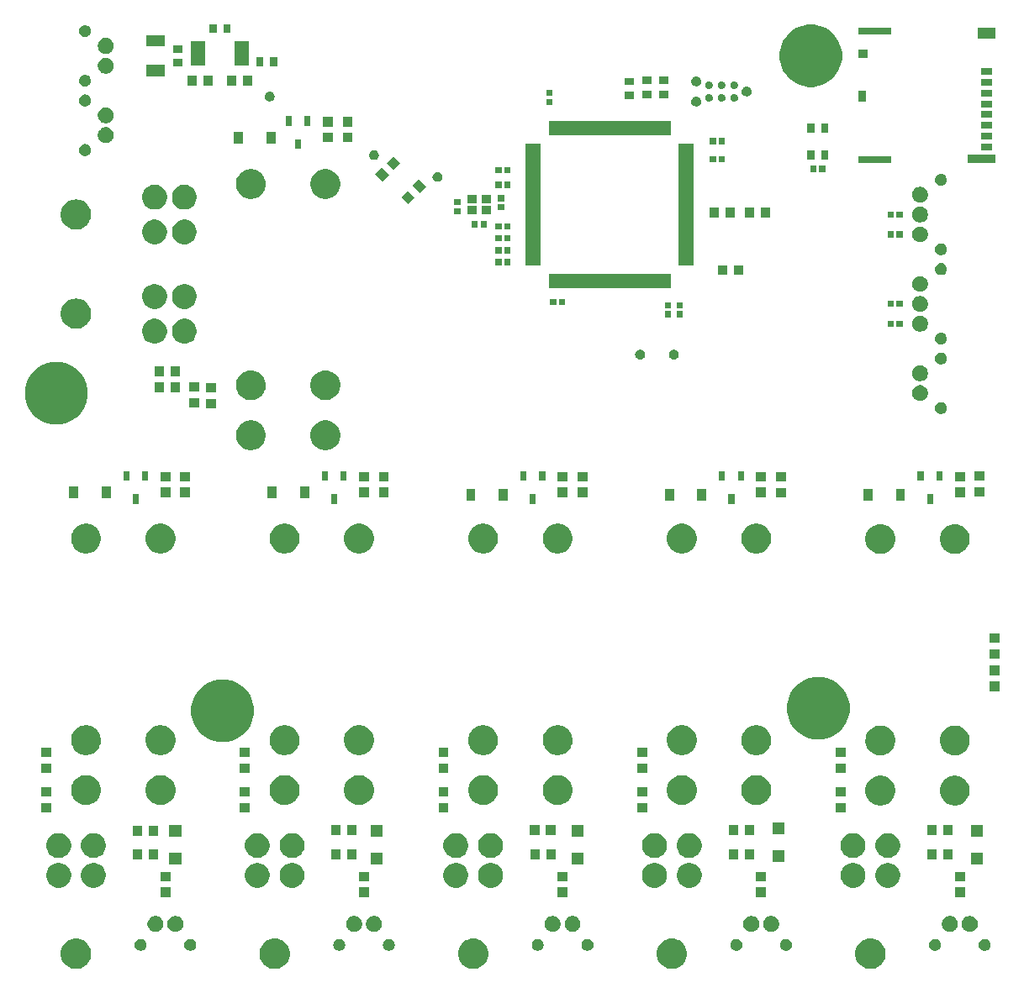
<source format=gbr>
G04 #@! TF.GenerationSoftware,KiCad,Pcbnew,5.0.1-33cea8e~68~ubuntu18.04.1*
G04 #@! TF.CreationDate,2018-11-12T15:12:41+00:00*
G04 #@! TF.ProjectId,ignition,69676E6974696F6E2E6B696361645F70,rev?*
G04 #@! TF.SameCoordinates,Original*
G04 #@! TF.FileFunction,Soldermask,Top*
G04 #@! TF.FilePolarity,Negative*
%FSLAX46Y46*%
G04 Gerber Fmt 4.6, Leading zero omitted, Abs format (unit mm)*
G04 Created by KiCad (PCBNEW 5.0.1-33cea8e~68~ubuntu18.04.1) date Mon 12 Nov 2018 15:12:41 GMT*
%MOMM*%
%LPD*%
G01*
G04 APERTURE LIST*
%ADD10C,0.100000*%
G04 APERTURE END LIST*
D10*
G36*
X66248245Y-112995522D02*
X66444534Y-113034566D01*
X66684467Y-113133950D01*
X66721885Y-113149449D01*
X66971496Y-113316234D01*
X67183766Y-113528504D01*
X67183768Y-113528507D01*
X67350551Y-113778115D01*
X67465434Y-114055466D01*
X67524000Y-114349899D01*
X67524000Y-114650101D01*
X67465434Y-114944534D01*
X67350551Y-115221885D01*
X67183766Y-115471496D01*
X66971496Y-115683766D01*
X66971493Y-115683768D01*
X66721885Y-115850551D01*
X66444534Y-115965434D01*
X66248245Y-116004478D01*
X66150102Y-116024000D01*
X65849898Y-116024000D01*
X65751755Y-116004478D01*
X65555466Y-115965434D01*
X65278115Y-115850551D01*
X65028507Y-115683768D01*
X65028504Y-115683766D01*
X64816234Y-115471496D01*
X64649449Y-115221885D01*
X64534566Y-114944534D01*
X64476000Y-114650101D01*
X64476000Y-114349899D01*
X64534566Y-114055466D01*
X64649449Y-113778115D01*
X64816232Y-113528507D01*
X64816234Y-113528504D01*
X65028504Y-113316234D01*
X65278115Y-113149449D01*
X65315533Y-113133950D01*
X65555466Y-113034566D01*
X65751755Y-112995522D01*
X65849898Y-112976000D01*
X66150102Y-112976000D01*
X66248245Y-112995522D01*
X66248245Y-112995522D01*
G37*
G36*
X86248245Y-112995522D02*
X86444534Y-113034566D01*
X86684467Y-113133950D01*
X86721885Y-113149449D01*
X86971496Y-113316234D01*
X87183766Y-113528504D01*
X87183768Y-113528507D01*
X87350551Y-113778115D01*
X87465434Y-114055466D01*
X87524000Y-114349899D01*
X87524000Y-114650101D01*
X87465434Y-114944534D01*
X87350551Y-115221885D01*
X87183766Y-115471496D01*
X86971496Y-115683766D01*
X86971493Y-115683768D01*
X86721885Y-115850551D01*
X86444534Y-115965434D01*
X86248245Y-116004478D01*
X86150102Y-116024000D01*
X85849898Y-116024000D01*
X85751755Y-116004478D01*
X85555466Y-115965434D01*
X85278115Y-115850551D01*
X85028507Y-115683768D01*
X85028504Y-115683766D01*
X84816234Y-115471496D01*
X84649449Y-115221885D01*
X84534566Y-114944534D01*
X84476000Y-114650101D01*
X84476000Y-114349899D01*
X84534566Y-114055466D01*
X84649449Y-113778115D01*
X84816232Y-113528507D01*
X84816234Y-113528504D01*
X85028504Y-113316234D01*
X85278115Y-113149449D01*
X85315533Y-113133950D01*
X85555466Y-113034566D01*
X85751755Y-112995522D01*
X85849898Y-112976000D01*
X86150102Y-112976000D01*
X86248245Y-112995522D01*
X86248245Y-112995522D01*
G37*
G36*
X106248245Y-112995522D02*
X106444534Y-113034566D01*
X106684467Y-113133950D01*
X106721885Y-113149449D01*
X106971496Y-113316234D01*
X107183766Y-113528504D01*
X107183768Y-113528507D01*
X107350551Y-113778115D01*
X107465434Y-114055466D01*
X107524000Y-114349899D01*
X107524000Y-114650101D01*
X107465434Y-114944534D01*
X107350551Y-115221885D01*
X107183766Y-115471496D01*
X106971496Y-115683766D01*
X106971493Y-115683768D01*
X106721885Y-115850551D01*
X106444534Y-115965434D01*
X106248245Y-116004478D01*
X106150102Y-116024000D01*
X105849898Y-116024000D01*
X105751755Y-116004478D01*
X105555466Y-115965434D01*
X105278115Y-115850551D01*
X105028507Y-115683768D01*
X105028504Y-115683766D01*
X104816234Y-115471496D01*
X104649449Y-115221885D01*
X104534566Y-114944534D01*
X104476000Y-114650101D01*
X104476000Y-114349899D01*
X104534566Y-114055466D01*
X104649449Y-113778115D01*
X104816232Y-113528507D01*
X104816234Y-113528504D01*
X105028504Y-113316234D01*
X105278115Y-113149449D01*
X105315533Y-113133950D01*
X105555466Y-113034566D01*
X105751755Y-112995522D01*
X105849898Y-112976000D01*
X106150102Y-112976000D01*
X106248245Y-112995522D01*
X106248245Y-112995522D01*
G37*
G36*
X26248245Y-112995522D02*
X26444534Y-113034566D01*
X26684467Y-113133950D01*
X26721885Y-113149449D01*
X26971496Y-113316234D01*
X27183766Y-113528504D01*
X27183768Y-113528507D01*
X27350551Y-113778115D01*
X27465434Y-114055466D01*
X27524000Y-114349899D01*
X27524000Y-114650101D01*
X27465434Y-114944534D01*
X27350551Y-115221885D01*
X27183766Y-115471496D01*
X26971496Y-115683766D01*
X26971493Y-115683768D01*
X26721885Y-115850551D01*
X26444534Y-115965434D01*
X26248245Y-116004478D01*
X26150102Y-116024000D01*
X25849898Y-116024000D01*
X25751755Y-116004478D01*
X25555466Y-115965434D01*
X25278115Y-115850551D01*
X25028507Y-115683768D01*
X25028504Y-115683766D01*
X24816234Y-115471496D01*
X24649449Y-115221885D01*
X24534566Y-114944534D01*
X24476000Y-114650101D01*
X24476000Y-114349899D01*
X24534566Y-114055466D01*
X24649449Y-113778115D01*
X24816232Y-113528507D01*
X24816234Y-113528504D01*
X25028504Y-113316234D01*
X25278115Y-113149449D01*
X25315533Y-113133950D01*
X25555466Y-113034566D01*
X25751755Y-112995522D01*
X25849898Y-112976000D01*
X26150102Y-112976000D01*
X26248245Y-112995522D01*
X26248245Y-112995522D01*
G37*
G36*
X46248245Y-112995522D02*
X46444534Y-113034566D01*
X46684467Y-113133950D01*
X46721885Y-113149449D01*
X46971496Y-113316234D01*
X47183766Y-113528504D01*
X47183768Y-113528507D01*
X47350551Y-113778115D01*
X47465434Y-114055466D01*
X47524000Y-114349899D01*
X47524000Y-114650101D01*
X47465434Y-114944534D01*
X47350551Y-115221885D01*
X47183766Y-115471496D01*
X46971496Y-115683766D01*
X46971493Y-115683768D01*
X46721885Y-115850551D01*
X46444534Y-115965434D01*
X46248245Y-116004478D01*
X46150102Y-116024000D01*
X45849898Y-116024000D01*
X45751755Y-116004478D01*
X45555466Y-115965434D01*
X45278115Y-115850551D01*
X45028507Y-115683768D01*
X45028504Y-115683766D01*
X44816234Y-115471496D01*
X44649449Y-115221885D01*
X44534566Y-114944534D01*
X44476000Y-114650101D01*
X44476000Y-114349899D01*
X44534566Y-114055466D01*
X44649449Y-113778115D01*
X44816232Y-113528507D01*
X44816234Y-113528504D01*
X45028504Y-113316234D01*
X45278115Y-113149449D01*
X45315533Y-113133950D01*
X45555466Y-113034566D01*
X45751755Y-112995522D01*
X45849898Y-112976000D01*
X46150102Y-112976000D01*
X46248245Y-112995522D01*
X46248245Y-112995522D01*
G37*
G36*
X37675012Y-113023057D02*
X37784207Y-113068287D01*
X37882481Y-113133952D01*
X37966048Y-113217519D01*
X38031713Y-113315793D01*
X38076943Y-113424988D01*
X38100000Y-113540904D01*
X38100000Y-113659096D01*
X38076943Y-113775012D01*
X38031713Y-113884207D01*
X37966048Y-113982481D01*
X37882481Y-114066048D01*
X37784207Y-114131713D01*
X37675012Y-114176943D01*
X37559096Y-114200000D01*
X37440904Y-114200000D01*
X37324988Y-114176943D01*
X37215793Y-114131713D01*
X37117519Y-114066048D01*
X37033952Y-113982481D01*
X36968287Y-113884207D01*
X36923057Y-113775012D01*
X36900000Y-113659096D01*
X36900000Y-113540904D01*
X36923057Y-113424988D01*
X36968287Y-113315793D01*
X37033952Y-113217519D01*
X37117519Y-113133952D01*
X37215793Y-113068287D01*
X37324988Y-113023057D01*
X37440904Y-113000000D01*
X37559096Y-113000000D01*
X37675012Y-113023057D01*
X37675012Y-113023057D01*
G37*
G36*
X32675012Y-113023057D02*
X32784207Y-113068287D01*
X32882481Y-113133952D01*
X32966048Y-113217519D01*
X33031713Y-113315793D01*
X33076943Y-113424988D01*
X33100000Y-113540904D01*
X33100000Y-113659096D01*
X33076943Y-113775012D01*
X33031713Y-113884207D01*
X32966048Y-113982481D01*
X32882481Y-114066048D01*
X32784207Y-114131713D01*
X32675012Y-114176943D01*
X32559096Y-114200000D01*
X32440904Y-114200000D01*
X32324988Y-114176943D01*
X32215793Y-114131713D01*
X32117519Y-114066048D01*
X32033952Y-113982481D01*
X31968287Y-113884207D01*
X31923057Y-113775012D01*
X31900000Y-113659096D01*
X31900000Y-113540904D01*
X31923057Y-113424988D01*
X31968287Y-113315793D01*
X32033952Y-113217519D01*
X32117519Y-113133952D01*
X32215793Y-113068287D01*
X32324988Y-113023057D01*
X32440904Y-113000000D01*
X32559096Y-113000000D01*
X32675012Y-113023057D01*
X32675012Y-113023057D01*
G37*
G36*
X52675012Y-113023057D02*
X52784207Y-113068287D01*
X52882481Y-113133952D01*
X52966048Y-113217519D01*
X53031713Y-113315793D01*
X53076943Y-113424988D01*
X53100000Y-113540904D01*
X53100000Y-113659096D01*
X53076943Y-113775012D01*
X53031713Y-113884207D01*
X52966048Y-113982481D01*
X52882481Y-114066048D01*
X52784207Y-114131713D01*
X52675012Y-114176943D01*
X52559096Y-114200000D01*
X52440904Y-114200000D01*
X52324988Y-114176943D01*
X52215793Y-114131713D01*
X52117519Y-114066048D01*
X52033952Y-113982481D01*
X51968287Y-113884207D01*
X51923057Y-113775012D01*
X51900000Y-113659096D01*
X51900000Y-113540904D01*
X51923057Y-113424988D01*
X51968287Y-113315793D01*
X52033952Y-113217519D01*
X52117519Y-113133952D01*
X52215793Y-113068287D01*
X52324988Y-113023057D01*
X52440904Y-113000000D01*
X52559096Y-113000000D01*
X52675012Y-113023057D01*
X52675012Y-113023057D01*
G37*
G36*
X57675012Y-113023057D02*
X57784207Y-113068287D01*
X57882481Y-113133952D01*
X57966048Y-113217519D01*
X58031713Y-113315793D01*
X58076943Y-113424988D01*
X58100000Y-113540904D01*
X58100000Y-113659096D01*
X58076943Y-113775012D01*
X58031713Y-113884207D01*
X57966048Y-113982481D01*
X57882481Y-114066048D01*
X57784207Y-114131713D01*
X57675012Y-114176943D01*
X57559096Y-114200000D01*
X57440904Y-114200000D01*
X57324988Y-114176943D01*
X57215793Y-114131713D01*
X57117519Y-114066048D01*
X57033952Y-113982481D01*
X56968287Y-113884207D01*
X56923057Y-113775012D01*
X56900000Y-113659096D01*
X56900000Y-113540904D01*
X56923057Y-113424988D01*
X56968287Y-113315793D01*
X57033952Y-113217519D01*
X57117519Y-113133952D01*
X57215793Y-113068287D01*
X57324988Y-113023057D01*
X57440904Y-113000000D01*
X57559096Y-113000000D01*
X57675012Y-113023057D01*
X57675012Y-113023057D01*
G37*
G36*
X72675012Y-113023057D02*
X72784207Y-113068287D01*
X72882481Y-113133952D01*
X72966048Y-113217519D01*
X73031713Y-113315793D01*
X73076943Y-113424988D01*
X73100000Y-113540904D01*
X73100000Y-113659096D01*
X73076943Y-113775012D01*
X73031713Y-113884207D01*
X72966048Y-113982481D01*
X72882481Y-114066048D01*
X72784207Y-114131713D01*
X72675012Y-114176943D01*
X72559096Y-114200000D01*
X72440904Y-114200000D01*
X72324988Y-114176943D01*
X72215793Y-114131713D01*
X72117519Y-114066048D01*
X72033952Y-113982481D01*
X71968287Y-113884207D01*
X71923057Y-113775012D01*
X71900000Y-113659096D01*
X71900000Y-113540904D01*
X71923057Y-113424988D01*
X71968287Y-113315793D01*
X72033952Y-113217519D01*
X72117519Y-113133952D01*
X72215793Y-113068287D01*
X72324988Y-113023057D01*
X72440904Y-113000000D01*
X72559096Y-113000000D01*
X72675012Y-113023057D01*
X72675012Y-113023057D01*
G37*
G36*
X77675012Y-113023057D02*
X77784207Y-113068287D01*
X77882481Y-113133952D01*
X77966048Y-113217519D01*
X78031713Y-113315793D01*
X78076943Y-113424988D01*
X78100000Y-113540904D01*
X78100000Y-113659096D01*
X78076943Y-113775012D01*
X78031713Y-113884207D01*
X77966048Y-113982481D01*
X77882481Y-114066048D01*
X77784207Y-114131713D01*
X77675012Y-114176943D01*
X77559096Y-114200000D01*
X77440904Y-114200000D01*
X77324988Y-114176943D01*
X77215793Y-114131713D01*
X77117519Y-114066048D01*
X77033952Y-113982481D01*
X76968287Y-113884207D01*
X76923057Y-113775012D01*
X76900000Y-113659096D01*
X76900000Y-113540904D01*
X76923057Y-113424988D01*
X76968287Y-113315793D01*
X77033952Y-113217519D01*
X77117519Y-113133952D01*
X77215793Y-113068287D01*
X77324988Y-113023057D01*
X77440904Y-113000000D01*
X77559096Y-113000000D01*
X77675012Y-113023057D01*
X77675012Y-113023057D01*
G37*
G36*
X92675012Y-113023057D02*
X92784207Y-113068287D01*
X92882481Y-113133952D01*
X92966048Y-113217519D01*
X93031713Y-113315793D01*
X93076943Y-113424988D01*
X93100000Y-113540904D01*
X93100000Y-113659096D01*
X93076943Y-113775012D01*
X93031713Y-113884207D01*
X92966048Y-113982481D01*
X92882481Y-114066048D01*
X92784207Y-114131713D01*
X92675012Y-114176943D01*
X92559096Y-114200000D01*
X92440904Y-114200000D01*
X92324988Y-114176943D01*
X92215793Y-114131713D01*
X92117519Y-114066048D01*
X92033952Y-113982481D01*
X91968287Y-113884207D01*
X91923057Y-113775012D01*
X91900000Y-113659096D01*
X91900000Y-113540904D01*
X91923057Y-113424988D01*
X91968287Y-113315793D01*
X92033952Y-113217519D01*
X92117519Y-113133952D01*
X92215793Y-113068287D01*
X92324988Y-113023057D01*
X92440904Y-113000000D01*
X92559096Y-113000000D01*
X92675012Y-113023057D01*
X92675012Y-113023057D01*
G37*
G36*
X97675012Y-113023057D02*
X97784207Y-113068287D01*
X97882481Y-113133952D01*
X97966048Y-113217519D01*
X98031713Y-113315793D01*
X98076943Y-113424988D01*
X98100000Y-113540904D01*
X98100000Y-113659096D01*
X98076943Y-113775012D01*
X98031713Y-113884207D01*
X97966048Y-113982481D01*
X97882481Y-114066048D01*
X97784207Y-114131713D01*
X97675012Y-114176943D01*
X97559096Y-114200000D01*
X97440904Y-114200000D01*
X97324988Y-114176943D01*
X97215793Y-114131713D01*
X97117519Y-114066048D01*
X97033952Y-113982481D01*
X96968287Y-113884207D01*
X96923057Y-113775012D01*
X96900000Y-113659096D01*
X96900000Y-113540904D01*
X96923057Y-113424988D01*
X96968287Y-113315793D01*
X97033952Y-113217519D01*
X97117519Y-113133952D01*
X97215793Y-113068287D01*
X97324988Y-113023057D01*
X97440904Y-113000000D01*
X97559096Y-113000000D01*
X97675012Y-113023057D01*
X97675012Y-113023057D01*
G37*
G36*
X112675012Y-113023057D02*
X112784207Y-113068287D01*
X112882481Y-113133952D01*
X112966048Y-113217519D01*
X113031713Y-113315793D01*
X113076943Y-113424988D01*
X113100000Y-113540904D01*
X113100000Y-113659096D01*
X113076943Y-113775012D01*
X113031713Y-113884207D01*
X112966048Y-113982481D01*
X112882481Y-114066048D01*
X112784207Y-114131713D01*
X112675012Y-114176943D01*
X112559096Y-114200000D01*
X112440904Y-114200000D01*
X112324988Y-114176943D01*
X112215793Y-114131713D01*
X112117519Y-114066048D01*
X112033952Y-113982481D01*
X111968287Y-113884207D01*
X111923057Y-113775012D01*
X111900000Y-113659096D01*
X111900000Y-113540904D01*
X111923057Y-113424988D01*
X111968287Y-113315793D01*
X112033952Y-113217519D01*
X112117519Y-113133952D01*
X112215793Y-113068287D01*
X112324988Y-113023057D01*
X112440904Y-113000000D01*
X112559096Y-113000000D01*
X112675012Y-113023057D01*
X112675012Y-113023057D01*
G37*
G36*
X117675012Y-113023057D02*
X117784207Y-113068287D01*
X117882481Y-113133952D01*
X117966048Y-113217519D01*
X118031713Y-113315793D01*
X118076943Y-113424988D01*
X118100000Y-113540904D01*
X118100000Y-113659096D01*
X118076943Y-113775012D01*
X118031713Y-113884207D01*
X117966048Y-113982481D01*
X117882481Y-114066048D01*
X117784207Y-114131713D01*
X117675012Y-114176943D01*
X117559096Y-114200000D01*
X117440904Y-114200000D01*
X117324988Y-114176943D01*
X117215793Y-114131713D01*
X117117519Y-114066048D01*
X117033952Y-113982481D01*
X116968287Y-113884207D01*
X116923057Y-113775012D01*
X116900000Y-113659096D01*
X116900000Y-113540904D01*
X116923057Y-113424988D01*
X116968287Y-113315793D01*
X117033952Y-113217519D01*
X117117519Y-113133952D01*
X117215793Y-113068287D01*
X117324988Y-113023057D01*
X117440904Y-113000000D01*
X117559096Y-113000000D01*
X117675012Y-113023057D01*
X117675012Y-113023057D01*
G37*
G36*
X54233352Y-110730743D02*
X54378941Y-110791048D01*
X54509973Y-110878601D01*
X54621399Y-110990027D01*
X54708952Y-111121059D01*
X54769257Y-111266648D01*
X54800000Y-111421205D01*
X54800000Y-111578795D01*
X54769257Y-111733352D01*
X54708952Y-111878941D01*
X54621399Y-112009973D01*
X54509973Y-112121399D01*
X54378941Y-112208952D01*
X54233352Y-112269257D01*
X54078795Y-112300000D01*
X53921205Y-112300000D01*
X53766648Y-112269257D01*
X53621059Y-112208952D01*
X53490027Y-112121399D01*
X53378601Y-112009973D01*
X53291048Y-111878941D01*
X53230743Y-111733352D01*
X53200000Y-111578795D01*
X53200000Y-111421205D01*
X53230743Y-111266648D01*
X53291048Y-111121059D01*
X53378601Y-110990027D01*
X53490027Y-110878601D01*
X53621059Y-110791048D01*
X53766648Y-110730743D01*
X53921205Y-110700000D01*
X54078795Y-110700000D01*
X54233352Y-110730743D01*
X54233352Y-110730743D01*
G37*
G36*
X34233352Y-110730743D02*
X34378941Y-110791048D01*
X34509973Y-110878601D01*
X34621399Y-110990027D01*
X34708952Y-111121059D01*
X34769257Y-111266648D01*
X34800000Y-111421205D01*
X34800000Y-111578795D01*
X34769257Y-111733352D01*
X34708952Y-111878941D01*
X34621399Y-112009973D01*
X34509973Y-112121399D01*
X34378941Y-112208952D01*
X34233352Y-112269257D01*
X34078795Y-112300000D01*
X33921205Y-112300000D01*
X33766648Y-112269257D01*
X33621059Y-112208952D01*
X33490027Y-112121399D01*
X33378601Y-112009973D01*
X33291048Y-111878941D01*
X33230743Y-111733352D01*
X33200000Y-111578795D01*
X33200000Y-111421205D01*
X33230743Y-111266648D01*
X33291048Y-111121059D01*
X33378601Y-110990027D01*
X33490027Y-110878601D01*
X33621059Y-110791048D01*
X33766648Y-110730743D01*
X33921205Y-110700000D01*
X34078795Y-110700000D01*
X34233352Y-110730743D01*
X34233352Y-110730743D01*
G37*
G36*
X36233352Y-110730743D02*
X36378941Y-110791048D01*
X36509973Y-110878601D01*
X36621399Y-110990027D01*
X36708952Y-111121059D01*
X36769257Y-111266648D01*
X36800000Y-111421205D01*
X36800000Y-111578795D01*
X36769257Y-111733352D01*
X36708952Y-111878941D01*
X36621399Y-112009973D01*
X36509973Y-112121399D01*
X36378941Y-112208952D01*
X36233352Y-112269257D01*
X36078795Y-112300000D01*
X35921205Y-112300000D01*
X35766648Y-112269257D01*
X35621059Y-112208952D01*
X35490027Y-112121399D01*
X35378601Y-112009973D01*
X35291048Y-111878941D01*
X35230743Y-111733352D01*
X35200000Y-111578795D01*
X35200000Y-111421205D01*
X35230743Y-111266648D01*
X35291048Y-111121059D01*
X35378601Y-110990027D01*
X35490027Y-110878601D01*
X35621059Y-110791048D01*
X35766648Y-110730743D01*
X35921205Y-110700000D01*
X36078795Y-110700000D01*
X36233352Y-110730743D01*
X36233352Y-110730743D01*
G37*
G36*
X114233352Y-110730743D02*
X114378941Y-110791048D01*
X114509973Y-110878601D01*
X114621399Y-110990027D01*
X114708952Y-111121059D01*
X114769257Y-111266648D01*
X114800000Y-111421205D01*
X114800000Y-111578795D01*
X114769257Y-111733352D01*
X114708952Y-111878941D01*
X114621399Y-112009973D01*
X114509973Y-112121399D01*
X114378941Y-112208952D01*
X114233352Y-112269257D01*
X114078795Y-112300000D01*
X113921205Y-112300000D01*
X113766648Y-112269257D01*
X113621059Y-112208952D01*
X113490027Y-112121399D01*
X113378601Y-112009973D01*
X113291048Y-111878941D01*
X113230743Y-111733352D01*
X113200000Y-111578795D01*
X113200000Y-111421205D01*
X113230743Y-111266648D01*
X113291048Y-111121059D01*
X113378601Y-110990027D01*
X113490027Y-110878601D01*
X113621059Y-110791048D01*
X113766648Y-110730743D01*
X113921205Y-110700000D01*
X114078795Y-110700000D01*
X114233352Y-110730743D01*
X114233352Y-110730743D01*
G37*
G36*
X94233352Y-110730743D02*
X94378941Y-110791048D01*
X94509973Y-110878601D01*
X94621399Y-110990027D01*
X94708952Y-111121059D01*
X94769257Y-111266648D01*
X94800000Y-111421205D01*
X94800000Y-111578795D01*
X94769257Y-111733352D01*
X94708952Y-111878941D01*
X94621399Y-112009973D01*
X94509973Y-112121399D01*
X94378941Y-112208952D01*
X94233352Y-112269257D01*
X94078795Y-112300000D01*
X93921205Y-112300000D01*
X93766648Y-112269257D01*
X93621059Y-112208952D01*
X93490027Y-112121399D01*
X93378601Y-112009973D01*
X93291048Y-111878941D01*
X93230743Y-111733352D01*
X93200000Y-111578795D01*
X93200000Y-111421205D01*
X93230743Y-111266648D01*
X93291048Y-111121059D01*
X93378601Y-110990027D01*
X93490027Y-110878601D01*
X93621059Y-110791048D01*
X93766648Y-110730743D01*
X93921205Y-110700000D01*
X94078795Y-110700000D01*
X94233352Y-110730743D01*
X94233352Y-110730743D01*
G37*
G36*
X116233352Y-110730743D02*
X116378941Y-110791048D01*
X116509973Y-110878601D01*
X116621399Y-110990027D01*
X116708952Y-111121059D01*
X116769257Y-111266648D01*
X116800000Y-111421205D01*
X116800000Y-111578795D01*
X116769257Y-111733352D01*
X116708952Y-111878941D01*
X116621399Y-112009973D01*
X116509973Y-112121399D01*
X116378941Y-112208952D01*
X116233352Y-112269257D01*
X116078795Y-112300000D01*
X115921205Y-112300000D01*
X115766648Y-112269257D01*
X115621059Y-112208952D01*
X115490027Y-112121399D01*
X115378601Y-112009973D01*
X115291048Y-111878941D01*
X115230743Y-111733352D01*
X115200000Y-111578795D01*
X115200000Y-111421205D01*
X115230743Y-111266648D01*
X115291048Y-111121059D01*
X115378601Y-110990027D01*
X115490027Y-110878601D01*
X115621059Y-110791048D01*
X115766648Y-110730743D01*
X115921205Y-110700000D01*
X116078795Y-110700000D01*
X116233352Y-110730743D01*
X116233352Y-110730743D01*
G37*
G36*
X76233352Y-110730743D02*
X76378941Y-110791048D01*
X76509973Y-110878601D01*
X76621399Y-110990027D01*
X76708952Y-111121059D01*
X76769257Y-111266648D01*
X76800000Y-111421205D01*
X76800000Y-111578795D01*
X76769257Y-111733352D01*
X76708952Y-111878941D01*
X76621399Y-112009973D01*
X76509973Y-112121399D01*
X76378941Y-112208952D01*
X76233352Y-112269257D01*
X76078795Y-112300000D01*
X75921205Y-112300000D01*
X75766648Y-112269257D01*
X75621059Y-112208952D01*
X75490027Y-112121399D01*
X75378601Y-112009973D01*
X75291048Y-111878941D01*
X75230743Y-111733352D01*
X75200000Y-111578795D01*
X75200000Y-111421205D01*
X75230743Y-111266648D01*
X75291048Y-111121059D01*
X75378601Y-110990027D01*
X75490027Y-110878601D01*
X75621059Y-110791048D01*
X75766648Y-110730743D01*
X75921205Y-110700000D01*
X76078795Y-110700000D01*
X76233352Y-110730743D01*
X76233352Y-110730743D01*
G37*
G36*
X96233352Y-110730743D02*
X96378941Y-110791048D01*
X96509973Y-110878601D01*
X96621399Y-110990027D01*
X96708952Y-111121059D01*
X96769257Y-111266648D01*
X96800000Y-111421205D01*
X96800000Y-111578795D01*
X96769257Y-111733352D01*
X96708952Y-111878941D01*
X96621399Y-112009973D01*
X96509973Y-112121399D01*
X96378941Y-112208952D01*
X96233352Y-112269257D01*
X96078795Y-112300000D01*
X95921205Y-112300000D01*
X95766648Y-112269257D01*
X95621059Y-112208952D01*
X95490027Y-112121399D01*
X95378601Y-112009973D01*
X95291048Y-111878941D01*
X95230743Y-111733352D01*
X95200000Y-111578795D01*
X95200000Y-111421205D01*
X95230743Y-111266648D01*
X95291048Y-111121059D01*
X95378601Y-110990027D01*
X95490027Y-110878601D01*
X95621059Y-110791048D01*
X95766648Y-110730743D01*
X95921205Y-110700000D01*
X96078795Y-110700000D01*
X96233352Y-110730743D01*
X96233352Y-110730743D01*
G37*
G36*
X56233352Y-110730743D02*
X56378941Y-110791048D01*
X56509973Y-110878601D01*
X56621399Y-110990027D01*
X56708952Y-111121059D01*
X56769257Y-111266648D01*
X56800000Y-111421205D01*
X56800000Y-111578795D01*
X56769257Y-111733352D01*
X56708952Y-111878941D01*
X56621399Y-112009973D01*
X56509973Y-112121399D01*
X56378941Y-112208952D01*
X56233352Y-112269257D01*
X56078795Y-112300000D01*
X55921205Y-112300000D01*
X55766648Y-112269257D01*
X55621059Y-112208952D01*
X55490027Y-112121399D01*
X55378601Y-112009973D01*
X55291048Y-111878941D01*
X55230743Y-111733352D01*
X55200000Y-111578795D01*
X55200000Y-111421205D01*
X55230743Y-111266648D01*
X55291048Y-111121059D01*
X55378601Y-110990027D01*
X55490027Y-110878601D01*
X55621059Y-110791048D01*
X55766648Y-110730743D01*
X55921205Y-110700000D01*
X56078795Y-110700000D01*
X56233352Y-110730743D01*
X56233352Y-110730743D01*
G37*
G36*
X74233352Y-110730743D02*
X74378941Y-110791048D01*
X74509973Y-110878601D01*
X74621399Y-110990027D01*
X74708952Y-111121059D01*
X74769257Y-111266648D01*
X74800000Y-111421205D01*
X74800000Y-111578795D01*
X74769257Y-111733352D01*
X74708952Y-111878941D01*
X74621399Y-112009973D01*
X74509973Y-112121399D01*
X74378941Y-112208952D01*
X74233352Y-112269257D01*
X74078795Y-112300000D01*
X73921205Y-112300000D01*
X73766648Y-112269257D01*
X73621059Y-112208952D01*
X73490027Y-112121399D01*
X73378601Y-112009973D01*
X73291048Y-111878941D01*
X73230743Y-111733352D01*
X73200000Y-111578795D01*
X73200000Y-111421205D01*
X73230743Y-111266648D01*
X73291048Y-111121059D01*
X73378601Y-110990027D01*
X73490027Y-110878601D01*
X73621059Y-110791048D01*
X73766648Y-110730743D01*
X73921205Y-110700000D01*
X74078795Y-110700000D01*
X74233352Y-110730743D01*
X74233352Y-110730743D01*
G37*
G36*
X115500000Y-108775000D02*
X114500000Y-108775000D01*
X114500000Y-107825000D01*
X115500000Y-107825000D01*
X115500000Y-108775000D01*
X115500000Y-108775000D01*
G37*
G36*
X55500000Y-108775000D02*
X54500000Y-108775000D01*
X54500000Y-107825000D01*
X55500000Y-107825000D01*
X55500000Y-108775000D01*
X55500000Y-108775000D01*
G37*
G36*
X75500000Y-108775000D02*
X74500000Y-108775000D01*
X74500000Y-107825000D01*
X75500000Y-107825000D01*
X75500000Y-108775000D01*
X75500000Y-108775000D01*
G37*
G36*
X35500000Y-108775000D02*
X34500000Y-108775000D01*
X34500000Y-107825000D01*
X35500000Y-107825000D01*
X35500000Y-108775000D01*
X35500000Y-108775000D01*
G37*
G36*
X95500000Y-108775000D02*
X94500000Y-108775000D01*
X94500000Y-107825000D01*
X95500000Y-107825000D01*
X95500000Y-108775000D01*
X95500000Y-108775000D01*
G37*
G36*
X28114612Y-105388037D02*
X28342096Y-105482264D01*
X28546831Y-105619064D01*
X28720936Y-105793169D01*
X28857736Y-105997904D01*
X28951963Y-106225388D01*
X29000000Y-106466885D01*
X29000000Y-106713115D01*
X28951963Y-106954612D01*
X28857736Y-107182096D01*
X28720936Y-107386831D01*
X28546831Y-107560936D01*
X28342096Y-107697736D01*
X28114612Y-107791963D01*
X27873115Y-107840000D01*
X27626885Y-107840000D01*
X27385388Y-107791963D01*
X27157904Y-107697736D01*
X26953169Y-107560936D01*
X26779064Y-107386831D01*
X26642264Y-107182096D01*
X26548037Y-106954612D01*
X26500000Y-106713115D01*
X26500000Y-106466885D01*
X26548037Y-106225388D01*
X26642264Y-105997904D01*
X26779064Y-105793169D01*
X26953169Y-105619064D01*
X27157904Y-105482264D01*
X27385388Y-105388037D01*
X27626885Y-105340000D01*
X27873115Y-105340000D01*
X28114612Y-105388037D01*
X28114612Y-105388037D01*
G37*
G36*
X84614612Y-105388037D02*
X84842096Y-105482264D01*
X85046831Y-105619064D01*
X85220936Y-105793169D01*
X85357736Y-105997904D01*
X85451963Y-106225388D01*
X85500000Y-106466885D01*
X85500000Y-106713115D01*
X85451963Y-106954612D01*
X85357736Y-107182096D01*
X85220936Y-107386831D01*
X85046831Y-107560936D01*
X84842096Y-107697736D01*
X84614612Y-107791963D01*
X84373115Y-107840000D01*
X84126885Y-107840000D01*
X83885388Y-107791963D01*
X83657904Y-107697736D01*
X83453169Y-107560936D01*
X83279064Y-107386831D01*
X83142264Y-107182096D01*
X83048037Y-106954612D01*
X83000000Y-106713115D01*
X83000000Y-106466885D01*
X83048037Y-106225388D01*
X83142264Y-105997904D01*
X83279064Y-105793169D01*
X83453169Y-105619064D01*
X83657904Y-105482264D01*
X83885388Y-105388037D01*
X84126885Y-105340000D01*
X84373115Y-105340000D01*
X84614612Y-105388037D01*
X84614612Y-105388037D01*
G37*
G36*
X68114612Y-105388037D02*
X68342096Y-105482264D01*
X68546831Y-105619064D01*
X68720936Y-105793169D01*
X68857736Y-105997904D01*
X68951963Y-106225388D01*
X69000000Y-106466885D01*
X69000000Y-106713115D01*
X68951963Y-106954612D01*
X68857736Y-107182096D01*
X68720936Y-107386831D01*
X68546831Y-107560936D01*
X68342096Y-107697736D01*
X68114612Y-107791963D01*
X67873115Y-107840000D01*
X67626885Y-107840000D01*
X67385388Y-107791963D01*
X67157904Y-107697736D01*
X66953169Y-107560936D01*
X66779064Y-107386831D01*
X66642264Y-107182096D01*
X66548037Y-106954612D01*
X66500000Y-106713115D01*
X66500000Y-106466885D01*
X66548037Y-106225388D01*
X66642264Y-105997904D01*
X66779064Y-105793169D01*
X66953169Y-105619064D01*
X67157904Y-105482264D01*
X67385388Y-105388037D01*
X67626885Y-105340000D01*
X67873115Y-105340000D01*
X68114612Y-105388037D01*
X68114612Y-105388037D01*
G37*
G36*
X44614612Y-105388037D02*
X44842096Y-105482264D01*
X45046831Y-105619064D01*
X45220936Y-105793169D01*
X45357736Y-105997904D01*
X45451963Y-106225388D01*
X45500000Y-106466885D01*
X45500000Y-106713115D01*
X45451963Y-106954612D01*
X45357736Y-107182096D01*
X45220936Y-107386831D01*
X45046831Y-107560936D01*
X44842096Y-107697736D01*
X44614612Y-107791963D01*
X44373115Y-107840000D01*
X44126885Y-107840000D01*
X43885388Y-107791963D01*
X43657904Y-107697736D01*
X43453169Y-107560936D01*
X43279064Y-107386831D01*
X43142264Y-107182096D01*
X43048037Y-106954612D01*
X43000000Y-106713115D01*
X43000000Y-106466885D01*
X43048037Y-106225388D01*
X43142264Y-105997904D01*
X43279064Y-105793169D01*
X43453169Y-105619064D01*
X43657904Y-105482264D01*
X43885388Y-105388037D01*
X44126885Y-105340000D01*
X44373115Y-105340000D01*
X44614612Y-105388037D01*
X44614612Y-105388037D01*
G37*
G36*
X24614612Y-105388037D02*
X24842096Y-105482264D01*
X25046831Y-105619064D01*
X25220936Y-105793169D01*
X25357736Y-105997904D01*
X25451963Y-106225388D01*
X25500000Y-106466885D01*
X25500000Y-106713115D01*
X25451963Y-106954612D01*
X25357736Y-107182096D01*
X25220936Y-107386831D01*
X25046831Y-107560936D01*
X24842096Y-107697736D01*
X24614612Y-107791963D01*
X24373115Y-107840000D01*
X24126885Y-107840000D01*
X23885388Y-107791963D01*
X23657904Y-107697736D01*
X23453169Y-107560936D01*
X23279064Y-107386831D01*
X23142264Y-107182096D01*
X23048037Y-106954612D01*
X23000000Y-106713115D01*
X23000000Y-106466885D01*
X23048037Y-106225388D01*
X23142264Y-105997904D01*
X23279064Y-105793169D01*
X23453169Y-105619064D01*
X23657904Y-105482264D01*
X23885388Y-105388037D01*
X24126885Y-105340000D01*
X24373115Y-105340000D01*
X24614612Y-105388037D01*
X24614612Y-105388037D01*
G37*
G36*
X88114612Y-105388037D02*
X88342096Y-105482264D01*
X88546831Y-105619064D01*
X88720936Y-105793169D01*
X88857736Y-105997904D01*
X88951963Y-106225388D01*
X89000000Y-106466885D01*
X89000000Y-106713115D01*
X88951963Y-106954612D01*
X88857736Y-107182096D01*
X88720936Y-107386831D01*
X88546831Y-107560936D01*
X88342096Y-107697736D01*
X88114612Y-107791963D01*
X87873115Y-107840000D01*
X87626885Y-107840000D01*
X87385388Y-107791963D01*
X87157904Y-107697736D01*
X86953169Y-107560936D01*
X86779064Y-107386831D01*
X86642264Y-107182096D01*
X86548037Y-106954612D01*
X86500000Y-106713115D01*
X86500000Y-106466885D01*
X86548037Y-106225388D01*
X86642264Y-105997904D01*
X86779064Y-105793169D01*
X86953169Y-105619064D01*
X87157904Y-105482264D01*
X87385388Y-105388037D01*
X87626885Y-105340000D01*
X87873115Y-105340000D01*
X88114612Y-105388037D01*
X88114612Y-105388037D01*
G37*
G36*
X64614612Y-105388037D02*
X64842096Y-105482264D01*
X65046831Y-105619064D01*
X65220936Y-105793169D01*
X65357736Y-105997904D01*
X65451963Y-106225388D01*
X65500000Y-106466885D01*
X65500000Y-106713115D01*
X65451963Y-106954612D01*
X65357736Y-107182096D01*
X65220936Y-107386831D01*
X65046831Y-107560936D01*
X64842096Y-107697736D01*
X64614612Y-107791963D01*
X64373115Y-107840000D01*
X64126885Y-107840000D01*
X63885388Y-107791963D01*
X63657904Y-107697736D01*
X63453169Y-107560936D01*
X63279064Y-107386831D01*
X63142264Y-107182096D01*
X63048037Y-106954612D01*
X63000000Y-106713115D01*
X63000000Y-106466885D01*
X63048037Y-106225388D01*
X63142264Y-105997904D01*
X63279064Y-105793169D01*
X63453169Y-105619064D01*
X63657904Y-105482264D01*
X63885388Y-105388037D01*
X64126885Y-105340000D01*
X64373115Y-105340000D01*
X64614612Y-105388037D01*
X64614612Y-105388037D01*
G37*
G36*
X48114612Y-105388037D02*
X48342096Y-105482264D01*
X48546831Y-105619064D01*
X48720936Y-105793169D01*
X48857736Y-105997904D01*
X48951963Y-106225388D01*
X49000000Y-106466885D01*
X49000000Y-106713115D01*
X48951963Y-106954612D01*
X48857736Y-107182096D01*
X48720936Y-107386831D01*
X48546831Y-107560936D01*
X48342096Y-107697736D01*
X48114612Y-107791963D01*
X47873115Y-107840000D01*
X47626885Y-107840000D01*
X47385388Y-107791963D01*
X47157904Y-107697736D01*
X46953169Y-107560936D01*
X46779064Y-107386831D01*
X46642264Y-107182096D01*
X46548037Y-106954612D01*
X46500000Y-106713115D01*
X46500000Y-106466885D01*
X46548037Y-106225388D01*
X46642264Y-105997904D01*
X46779064Y-105793169D01*
X46953169Y-105619064D01*
X47157904Y-105482264D01*
X47385388Y-105388037D01*
X47626885Y-105340000D01*
X47873115Y-105340000D01*
X48114612Y-105388037D01*
X48114612Y-105388037D01*
G37*
G36*
X108114612Y-105388037D02*
X108342096Y-105482264D01*
X108546831Y-105619064D01*
X108720936Y-105793169D01*
X108857736Y-105997904D01*
X108951963Y-106225388D01*
X109000000Y-106466885D01*
X109000000Y-106713115D01*
X108951963Y-106954612D01*
X108857736Y-107182096D01*
X108720936Y-107386831D01*
X108546831Y-107560936D01*
X108342096Y-107697736D01*
X108114612Y-107791963D01*
X107873115Y-107840000D01*
X107626885Y-107840000D01*
X107385388Y-107791963D01*
X107157904Y-107697736D01*
X106953169Y-107560936D01*
X106779064Y-107386831D01*
X106642264Y-107182096D01*
X106548037Y-106954612D01*
X106500000Y-106713115D01*
X106500000Y-106466885D01*
X106548037Y-106225388D01*
X106642264Y-105997904D01*
X106779064Y-105793169D01*
X106953169Y-105619064D01*
X107157904Y-105482264D01*
X107385388Y-105388037D01*
X107626885Y-105340000D01*
X107873115Y-105340000D01*
X108114612Y-105388037D01*
X108114612Y-105388037D01*
G37*
G36*
X104614612Y-105388037D02*
X104842096Y-105482264D01*
X105046831Y-105619064D01*
X105220936Y-105793169D01*
X105357736Y-105997904D01*
X105451963Y-106225388D01*
X105500000Y-106466885D01*
X105500000Y-106713115D01*
X105451963Y-106954612D01*
X105357736Y-107182096D01*
X105220936Y-107386831D01*
X105046831Y-107560936D01*
X104842096Y-107697736D01*
X104614612Y-107791963D01*
X104373115Y-107840000D01*
X104126885Y-107840000D01*
X103885388Y-107791963D01*
X103657904Y-107697736D01*
X103453169Y-107560936D01*
X103279064Y-107386831D01*
X103142264Y-107182096D01*
X103048037Y-106954612D01*
X103000000Y-106713115D01*
X103000000Y-106466885D01*
X103048037Y-106225388D01*
X103142264Y-105997904D01*
X103279064Y-105793169D01*
X103453169Y-105619064D01*
X103657904Y-105482264D01*
X103885388Y-105388037D01*
X104126885Y-105340000D01*
X104373115Y-105340000D01*
X104614612Y-105388037D01*
X104614612Y-105388037D01*
G37*
G36*
X115500000Y-107175000D02*
X114500000Y-107175000D01*
X114500000Y-106225000D01*
X115500000Y-106225000D01*
X115500000Y-107175000D01*
X115500000Y-107175000D01*
G37*
G36*
X95500000Y-107175000D02*
X94500000Y-107175000D01*
X94500000Y-106225000D01*
X95500000Y-106225000D01*
X95500000Y-107175000D01*
X95500000Y-107175000D01*
G37*
G36*
X75500000Y-107175000D02*
X74500000Y-107175000D01*
X74500000Y-106225000D01*
X75500000Y-106225000D01*
X75500000Y-107175000D01*
X75500000Y-107175000D01*
G37*
G36*
X55500000Y-107175000D02*
X54500000Y-107175000D01*
X54500000Y-106225000D01*
X55500000Y-106225000D01*
X55500000Y-107175000D01*
X55500000Y-107175000D01*
G37*
G36*
X35500000Y-107175000D02*
X34500000Y-107175000D01*
X34500000Y-106225000D01*
X35500000Y-106225000D01*
X35500000Y-107175000D01*
X35500000Y-107175000D01*
G37*
G36*
X36600000Y-105500000D02*
X35400000Y-105500000D01*
X35400000Y-104300000D01*
X36600000Y-104300000D01*
X36600000Y-105500000D01*
X36600000Y-105500000D01*
G37*
G36*
X56850000Y-105500000D02*
X55650000Y-105500000D01*
X55650000Y-104300000D01*
X56850000Y-104300000D01*
X56850000Y-105500000D01*
X56850000Y-105500000D01*
G37*
G36*
X117350000Y-105500000D02*
X116150000Y-105500000D01*
X116150000Y-104300000D01*
X117350000Y-104300000D01*
X117350000Y-105500000D01*
X117350000Y-105500000D01*
G37*
G36*
X77100000Y-105500000D02*
X75900000Y-105500000D01*
X75900000Y-104300000D01*
X77100000Y-104300000D01*
X77100000Y-105500000D01*
X77100000Y-105500000D01*
G37*
G36*
X97350000Y-105250000D02*
X96150000Y-105250000D01*
X96150000Y-104050000D01*
X97350000Y-104050000D01*
X97350000Y-105250000D01*
X97350000Y-105250000D01*
G37*
G36*
X112675000Y-105000000D02*
X111725000Y-105000000D01*
X111725000Y-104000000D01*
X112675000Y-104000000D01*
X112675000Y-105000000D01*
X112675000Y-105000000D01*
G37*
G36*
X32675000Y-105000000D02*
X31725000Y-105000000D01*
X31725000Y-104000000D01*
X32675000Y-104000000D01*
X32675000Y-105000000D01*
X32675000Y-105000000D01*
G37*
G36*
X34275000Y-105000000D02*
X33325000Y-105000000D01*
X33325000Y-104000000D01*
X34275000Y-104000000D01*
X34275000Y-105000000D01*
X34275000Y-105000000D01*
G37*
G36*
X74325000Y-105000000D02*
X73375000Y-105000000D01*
X73375000Y-104000000D01*
X74325000Y-104000000D01*
X74325000Y-105000000D01*
X74325000Y-105000000D01*
G37*
G36*
X114275000Y-105000000D02*
X113325000Y-105000000D01*
X113325000Y-104000000D01*
X114275000Y-104000000D01*
X114275000Y-105000000D01*
X114275000Y-105000000D01*
G37*
G36*
X94275000Y-105000000D02*
X93325000Y-105000000D01*
X93325000Y-104000000D01*
X94275000Y-104000000D01*
X94275000Y-105000000D01*
X94275000Y-105000000D01*
G37*
G36*
X54275000Y-105000000D02*
X53325000Y-105000000D01*
X53325000Y-104000000D01*
X54275000Y-104000000D01*
X54275000Y-105000000D01*
X54275000Y-105000000D01*
G37*
G36*
X52675000Y-105000000D02*
X51725000Y-105000000D01*
X51725000Y-104000000D01*
X52675000Y-104000000D01*
X52675000Y-105000000D01*
X52675000Y-105000000D01*
G37*
G36*
X92675000Y-105000000D02*
X91725000Y-105000000D01*
X91725000Y-104000000D01*
X92675000Y-104000000D01*
X92675000Y-105000000D01*
X92675000Y-105000000D01*
G37*
G36*
X72725000Y-105000000D02*
X71775000Y-105000000D01*
X71775000Y-104000000D01*
X72725000Y-104000000D01*
X72725000Y-105000000D01*
X72725000Y-105000000D01*
G37*
G36*
X104614612Y-102388037D02*
X104842096Y-102482264D01*
X105046831Y-102619064D01*
X105220936Y-102793169D01*
X105357736Y-102997904D01*
X105451963Y-103225388D01*
X105500000Y-103466885D01*
X105500000Y-103713115D01*
X105451963Y-103954612D01*
X105357736Y-104182096D01*
X105220936Y-104386831D01*
X105046831Y-104560936D01*
X104842096Y-104697736D01*
X104614612Y-104791963D01*
X104373115Y-104840000D01*
X104126885Y-104840000D01*
X103885388Y-104791963D01*
X103657904Y-104697736D01*
X103453169Y-104560936D01*
X103279064Y-104386831D01*
X103142264Y-104182096D01*
X103048037Y-103954612D01*
X103000000Y-103713115D01*
X103000000Y-103466885D01*
X103048037Y-103225388D01*
X103142264Y-102997904D01*
X103279064Y-102793169D01*
X103453169Y-102619064D01*
X103657904Y-102482264D01*
X103885388Y-102388037D01*
X104126885Y-102340000D01*
X104373115Y-102340000D01*
X104614612Y-102388037D01*
X104614612Y-102388037D01*
G37*
G36*
X84614612Y-102388037D02*
X84842096Y-102482264D01*
X85046831Y-102619064D01*
X85220936Y-102793169D01*
X85357736Y-102997904D01*
X85451963Y-103225388D01*
X85500000Y-103466885D01*
X85500000Y-103713115D01*
X85451963Y-103954612D01*
X85357736Y-104182096D01*
X85220936Y-104386831D01*
X85046831Y-104560936D01*
X84842096Y-104697736D01*
X84614612Y-104791963D01*
X84373115Y-104840000D01*
X84126885Y-104840000D01*
X83885388Y-104791963D01*
X83657904Y-104697736D01*
X83453169Y-104560936D01*
X83279064Y-104386831D01*
X83142264Y-104182096D01*
X83048037Y-103954612D01*
X83000000Y-103713115D01*
X83000000Y-103466885D01*
X83048037Y-103225388D01*
X83142264Y-102997904D01*
X83279064Y-102793169D01*
X83453169Y-102619064D01*
X83657904Y-102482264D01*
X83885388Y-102388037D01*
X84126885Y-102340000D01*
X84373115Y-102340000D01*
X84614612Y-102388037D01*
X84614612Y-102388037D01*
G37*
G36*
X88114612Y-102388037D02*
X88342096Y-102482264D01*
X88546831Y-102619064D01*
X88720936Y-102793169D01*
X88857736Y-102997904D01*
X88951963Y-103225388D01*
X89000000Y-103466885D01*
X89000000Y-103713115D01*
X88951963Y-103954612D01*
X88857736Y-104182096D01*
X88720936Y-104386831D01*
X88546831Y-104560936D01*
X88342096Y-104697736D01*
X88114612Y-104791963D01*
X87873115Y-104840000D01*
X87626885Y-104840000D01*
X87385388Y-104791963D01*
X87157904Y-104697736D01*
X86953169Y-104560936D01*
X86779064Y-104386831D01*
X86642264Y-104182096D01*
X86548037Y-103954612D01*
X86500000Y-103713115D01*
X86500000Y-103466885D01*
X86548037Y-103225388D01*
X86642264Y-102997904D01*
X86779064Y-102793169D01*
X86953169Y-102619064D01*
X87157904Y-102482264D01*
X87385388Y-102388037D01*
X87626885Y-102340000D01*
X87873115Y-102340000D01*
X88114612Y-102388037D01*
X88114612Y-102388037D01*
G37*
G36*
X108114612Y-102388037D02*
X108342096Y-102482264D01*
X108546831Y-102619064D01*
X108720936Y-102793169D01*
X108857736Y-102997904D01*
X108951963Y-103225388D01*
X109000000Y-103466885D01*
X109000000Y-103713115D01*
X108951963Y-103954612D01*
X108857736Y-104182096D01*
X108720936Y-104386831D01*
X108546831Y-104560936D01*
X108342096Y-104697736D01*
X108114612Y-104791963D01*
X107873115Y-104840000D01*
X107626885Y-104840000D01*
X107385388Y-104791963D01*
X107157904Y-104697736D01*
X106953169Y-104560936D01*
X106779064Y-104386831D01*
X106642264Y-104182096D01*
X106548037Y-103954612D01*
X106500000Y-103713115D01*
X106500000Y-103466885D01*
X106548037Y-103225388D01*
X106642264Y-102997904D01*
X106779064Y-102793169D01*
X106953169Y-102619064D01*
X107157904Y-102482264D01*
X107385388Y-102388037D01*
X107626885Y-102340000D01*
X107873115Y-102340000D01*
X108114612Y-102388037D01*
X108114612Y-102388037D01*
G37*
G36*
X28114612Y-102388037D02*
X28342096Y-102482264D01*
X28546831Y-102619064D01*
X28720936Y-102793169D01*
X28857736Y-102997904D01*
X28951963Y-103225388D01*
X29000000Y-103466885D01*
X29000000Y-103713115D01*
X28951963Y-103954612D01*
X28857736Y-104182096D01*
X28720936Y-104386831D01*
X28546831Y-104560936D01*
X28342096Y-104697736D01*
X28114612Y-104791963D01*
X27873115Y-104840000D01*
X27626885Y-104840000D01*
X27385388Y-104791963D01*
X27157904Y-104697736D01*
X26953169Y-104560936D01*
X26779064Y-104386831D01*
X26642264Y-104182096D01*
X26548037Y-103954612D01*
X26500000Y-103713115D01*
X26500000Y-103466885D01*
X26548037Y-103225388D01*
X26642264Y-102997904D01*
X26779064Y-102793169D01*
X26953169Y-102619064D01*
X27157904Y-102482264D01*
X27385388Y-102388037D01*
X27626885Y-102340000D01*
X27873115Y-102340000D01*
X28114612Y-102388037D01*
X28114612Y-102388037D01*
G37*
G36*
X24614612Y-102388037D02*
X24842096Y-102482264D01*
X25046831Y-102619064D01*
X25220936Y-102793169D01*
X25357736Y-102997904D01*
X25451963Y-103225388D01*
X25500000Y-103466885D01*
X25500000Y-103713115D01*
X25451963Y-103954612D01*
X25357736Y-104182096D01*
X25220936Y-104386831D01*
X25046831Y-104560936D01*
X24842096Y-104697736D01*
X24614612Y-104791963D01*
X24373115Y-104840000D01*
X24126885Y-104840000D01*
X23885388Y-104791963D01*
X23657904Y-104697736D01*
X23453169Y-104560936D01*
X23279064Y-104386831D01*
X23142264Y-104182096D01*
X23048037Y-103954612D01*
X23000000Y-103713115D01*
X23000000Y-103466885D01*
X23048037Y-103225388D01*
X23142264Y-102997904D01*
X23279064Y-102793169D01*
X23453169Y-102619064D01*
X23657904Y-102482264D01*
X23885388Y-102388037D01*
X24126885Y-102340000D01*
X24373115Y-102340000D01*
X24614612Y-102388037D01*
X24614612Y-102388037D01*
G37*
G36*
X44614612Y-102388037D02*
X44842096Y-102482264D01*
X45046831Y-102619064D01*
X45220936Y-102793169D01*
X45357736Y-102997904D01*
X45451963Y-103225388D01*
X45500000Y-103466885D01*
X45500000Y-103713115D01*
X45451963Y-103954612D01*
X45357736Y-104182096D01*
X45220936Y-104386831D01*
X45046831Y-104560936D01*
X44842096Y-104697736D01*
X44614612Y-104791963D01*
X44373115Y-104840000D01*
X44126885Y-104840000D01*
X43885388Y-104791963D01*
X43657904Y-104697736D01*
X43453169Y-104560936D01*
X43279064Y-104386831D01*
X43142264Y-104182096D01*
X43048037Y-103954612D01*
X43000000Y-103713115D01*
X43000000Y-103466885D01*
X43048037Y-103225388D01*
X43142264Y-102997904D01*
X43279064Y-102793169D01*
X43453169Y-102619064D01*
X43657904Y-102482264D01*
X43885388Y-102388037D01*
X44126885Y-102340000D01*
X44373115Y-102340000D01*
X44614612Y-102388037D01*
X44614612Y-102388037D01*
G37*
G36*
X48114612Y-102388037D02*
X48342096Y-102482264D01*
X48546831Y-102619064D01*
X48720936Y-102793169D01*
X48857736Y-102997904D01*
X48951963Y-103225388D01*
X49000000Y-103466885D01*
X49000000Y-103713115D01*
X48951963Y-103954612D01*
X48857736Y-104182096D01*
X48720936Y-104386831D01*
X48546831Y-104560936D01*
X48342096Y-104697736D01*
X48114612Y-104791963D01*
X47873115Y-104840000D01*
X47626885Y-104840000D01*
X47385388Y-104791963D01*
X47157904Y-104697736D01*
X46953169Y-104560936D01*
X46779064Y-104386831D01*
X46642264Y-104182096D01*
X46548037Y-103954612D01*
X46500000Y-103713115D01*
X46500000Y-103466885D01*
X46548037Y-103225388D01*
X46642264Y-102997904D01*
X46779064Y-102793169D01*
X46953169Y-102619064D01*
X47157904Y-102482264D01*
X47385388Y-102388037D01*
X47626885Y-102340000D01*
X47873115Y-102340000D01*
X48114612Y-102388037D01*
X48114612Y-102388037D01*
G37*
G36*
X64614612Y-102388037D02*
X64842096Y-102482264D01*
X65046831Y-102619064D01*
X65220936Y-102793169D01*
X65357736Y-102997904D01*
X65451963Y-103225388D01*
X65500000Y-103466885D01*
X65500000Y-103713115D01*
X65451963Y-103954612D01*
X65357736Y-104182096D01*
X65220936Y-104386831D01*
X65046831Y-104560936D01*
X64842096Y-104697736D01*
X64614612Y-104791963D01*
X64373115Y-104840000D01*
X64126885Y-104840000D01*
X63885388Y-104791963D01*
X63657904Y-104697736D01*
X63453169Y-104560936D01*
X63279064Y-104386831D01*
X63142264Y-104182096D01*
X63048037Y-103954612D01*
X63000000Y-103713115D01*
X63000000Y-103466885D01*
X63048037Y-103225388D01*
X63142264Y-102997904D01*
X63279064Y-102793169D01*
X63453169Y-102619064D01*
X63657904Y-102482264D01*
X63885388Y-102388037D01*
X64126885Y-102340000D01*
X64373115Y-102340000D01*
X64614612Y-102388037D01*
X64614612Y-102388037D01*
G37*
G36*
X68114612Y-102388037D02*
X68342096Y-102482264D01*
X68546831Y-102619064D01*
X68720936Y-102793169D01*
X68857736Y-102997904D01*
X68951963Y-103225388D01*
X69000000Y-103466885D01*
X69000000Y-103713115D01*
X68951963Y-103954612D01*
X68857736Y-104182096D01*
X68720936Y-104386831D01*
X68546831Y-104560936D01*
X68342096Y-104697736D01*
X68114612Y-104791963D01*
X67873115Y-104840000D01*
X67626885Y-104840000D01*
X67385388Y-104791963D01*
X67157904Y-104697736D01*
X66953169Y-104560936D01*
X66779064Y-104386831D01*
X66642264Y-104182096D01*
X66548037Y-103954612D01*
X66500000Y-103713115D01*
X66500000Y-103466885D01*
X66548037Y-103225388D01*
X66642264Y-102997904D01*
X66779064Y-102793169D01*
X66953169Y-102619064D01*
X67157904Y-102482264D01*
X67385388Y-102388037D01*
X67626885Y-102340000D01*
X67873115Y-102340000D01*
X68114612Y-102388037D01*
X68114612Y-102388037D01*
G37*
G36*
X56850000Y-102700000D02*
X55650000Y-102700000D01*
X55650000Y-101500000D01*
X56850000Y-101500000D01*
X56850000Y-102700000D01*
X56850000Y-102700000D01*
G37*
G36*
X117350000Y-102700000D02*
X116150000Y-102700000D01*
X116150000Y-101500000D01*
X117350000Y-101500000D01*
X117350000Y-102700000D01*
X117350000Y-102700000D01*
G37*
G36*
X77100000Y-102700000D02*
X75900000Y-102700000D01*
X75900000Y-101500000D01*
X77100000Y-101500000D01*
X77100000Y-102700000D01*
X77100000Y-102700000D01*
G37*
G36*
X36600000Y-102700000D02*
X35400000Y-102700000D01*
X35400000Y-101500000D01*
X36600000Y-101500000D01*
X36600000Y-102700000D01*
X36600000Y-102700000D01*
G37*
G36*
X34275000Y-102600000D02*
X33325000Y-102600000D01*
X33325000Y-101600000D01*
X34275000Y-101600000D01*
X34275000Y-102600000D01*
X34275000Y-102600000D01*
G37*
G36*
X32675000Y-102600000D02*
X31725000Y-102600000D01*
X31725000Y-101600000D01*
X32675000Y-101600000D01*
X32675000Y-102600000D01*
X32675000Y-102600000D01*
G37*
G36*
X74275000Y-102500000D02*
X73325000Y-102500000D01*
X73325000Y-101500000D01*
X74275000Y-101500000D01*
X74275000Y-102500000D01*
X74275000Y-102500000D01*
G37*
G36*
X112675000Y-102500000D02*
X111725000Y-102500000D01*
X111725000Y-101500000D01*
X112675000Y-101500000D01*
X112675000Y-102500000D01*
X112675000Y-102500000D01*
G37*
G36*
X114275000Y-102500000D02*
X113325000Y-102500000D01*
X113325000Y-101500000D01*
X114275000Y-101500000D01*
X114275000Y-102500000D01*
X114275000Y-102500000D01*
G37*
G36*
X94275000Y-102500000D02*
X93325000Y-102500000D01*
X93325000Y-101500000D01*
X94275000Y-101500000D01*
X94275000Y-102500000D01*
X94275000Y-102500000D01*
G37*
G36*
X54275000Y-102500000D02*
X53325000Y-102500000D01*
X53325000Y-101500000D01*
X54275000Y-101500000D01*
X54275000Y-102500000D01*
X54275000Y-102500000D01*
G37*
G36*
X72675000Y-102500000D02*
X71725000Y-102500000D01*
X71725000Y-101500000D01*
X72675000Y-101500000D01*
X72675000Y-102500000D01*
X72675000Y-102500000D01*
G37*
G36*
X92675000Y-102500000D02*
X91725000Y-102500000D01*
X91725000Y-101500000D01*
X92675000Y-101500000D01*
X92675000Y-102500000D01*
X92675000Y-102500000D01*
G37*
G36*
X52675000Y-102500000D02*
X51725000Y-102500000D01*
X51725000Y-101500000D01*
X52675000Y-101500000D01*
X52675000Y-102500000D01*
X52675000Y-102500000D01*
G37*
G36*
X97350000Y-102450000D02*
X96150000Y-102450000D01*
X96150000Y-101250000D01*
X97350000Y-101250000D01*
X97350000Y-102450000D01*
X97350000Y-102450000D01*
G37*
G36*
X63500000Y-100275000D02*
X62500000Y-100275000D01*
X62500000Y-99325000D01*
X63500000Y-99325000D01*
X63500000Y-100275000D01*
X63500000Y-100275000D01*
G37*
G36*
X103500000Y-100275000D02*
X102500000Y-100275000D01*
X102500000Y-99325000D01*
X103500000Y-99325000D01*
X103500000Y-100275000D01*
X103500000Y-100275000D01*
G37*
G36*
X83500000Y-100275000D02*
X82500000Y-100275000D01*
X82500000Y-99325000D01*
X83500000Y-99325000D01*
X83500000Y-100275000D01*
X83500000Y-100275000D01*
G37*
G36*
X23500000Y-100275000D02*
X22500000Y-100275000D01*
X22500000Y-99325000D01*
X23500000Y-99325000D01*
X23500000Y-100275000D01*
X23500000Y-100275000D01*
G37*
G36*
X43500000Y-100275000D02*
X42500000Y-100275000D01*
X42500000Y-99325000D01*
X43500000Y-99325000D01*
X43500000Y-100275000D01*
X43500000Y-100275000D01*
G37*
G36*
X107340935Y-96578429D02*
X107437534Y-96597644D01*
X107710517Y-96710717D01*
X107896330Y-96834874D01*
X107956197Y-96874876D01*
X108165124Y-97083803D01*
X108165126Y-97083806D01*
X108302556Y-97289483D01*
X108329284Y-97329485D01*
X108442356Y-97602467D01*
X108500000Y-97892261D01*
X108500000Y-98187739D01*
X108442356Y-98477533D01*
X108329284Y-98750515D01*
X108165124Y-98996197D01*
X107956197Y-99205124D01*
X107956194Y-99205126D01*
X107710517Y-99369283D01*
X107437534Y-99482356D01*
X107348831Y-99500000D01*
X107147739Y-99540000D01*
X106852261Y-99540000D01*
X106651169Y-99500000D01*
X106562466Y-99482356D01*
X106289483Y-99369283D01*
X106043806Y-99205126D01*
X106043803Y-99205124D01*
X105834876Y-98996197D01*
X105670716Y-98750515D01*
X105557644Y-98477533D01*
X105500000Y-98187739D01*
X105500000Y-97892261D01*
X105557644Y-97602467D01*
X105670716Y-97329485D01*
X105697445Y-97289483D01*
X105834874Y-97083806D01*
X105834876Y-97083803D01*
X106043803Y-96874876D01*
X106103670Y-96834874D01*
X106289483Y-96710717D01*
X106562466Y-96597644D01*
X106659065Y-96578429D01*
X106852261Y-96540000D01*
X107147739Y-96540000D01*
X107340935Y-96578429D01*
X107340935Y-96578429D01*
G37*
G36*
X114840935Y-96578429D02*
X114937534Y-96597644D01*
X115210517Y-96710717D01*
X115396330Y-96834874D01*
X115456197Y-96874876D01*
X115665124Y-97083803D01*
X115665126Y-97083806D01*
X115802556Y-97289483D01*
X115829284Y-97329485D01*
X115942356Y-97602467D01*
X116000000Y-97892261D01*
X116000000Y-98187739D01*
X115942356Y-98477533D01*
X115829284Y-98750515D01*
X115665124Y-98996197D01*
X115456197Y-99205124D01*
X115456194Y-99205126D01*
X115210517Y-99369283D01*
X114937534Y-99482356D01*
X114848831Y-99500000D01*
X114647739Y-99540000D01*
X114352261Y-99540000D01*
X114151169Y-99500000D01*
X114062466Y-99482356D01*
X113789483Y-99369283D01*
X113543806Y-99205126D01*
X113543803Y-99205124D01*
X113334876Y-98996197D01*
X113170716Y-98750515D01*
X113057644Y-98477533D01*
X113000000Y-98187739D01*
X113000000Y-97892261D01*
X113057644Y-97602467D01*
X113170716Y-97329485D01*
X113197445Y-97289483D01*
X113334874Y-97083806D01*
X113334876Y-97083803D01*
X113543803Y-96874876D01*
X113603670Y-96834874D01*
X113789483Y-96710717D01*
X114062466Y-96597644D01*
X114159065Y-96578429D01*
X114352261Y-96540000D01*
X114647739Y-96540000D01*
X114840935Y-96578429D01*
X114840935Y-96578429D01*
G37*
G36*
X74840935Y-96538429D02*
X74937534Y-96557644D01*
X75210517Y-96670717D01*
X75270379Y-96710716D01*
X75456197Y-96834876D01*
X75665124Y-97043803D01*
X75665126Y-97043806D01*
X75829283Y-97289483D01*
X75942356Y-97562466D01*
X76000000Y-97852263D01*
X76000000Y-98147737D01*
X75942356Y-98437534D01*
X75829283Y-98710517D01*
X75667313Y-98952920D01*
X75665124Y-98956197D01*
X75456197Y-99165124D01*
X75456194Y-99165126D01*
X75210517Y-99329283D01*
X74937534Y-99442356D01*
X74840935Y-99461571D01*
X74647739Y-99500000D01*
X74352261Y-99500000D01*
X74159065Y-99461571D01*
X74062466Y-99442356D01*
X73789483Y-99329283D01*
X73543806Y-99165126D01*
X73543803Y-99165124D01*
X73334876Y-98956197D01*
X73332687Y-98952920D01*
X73170717Y-98710517D01*
X73057644Y-98437534D01*
X73000000Y-98147737D01*
X73000000Y-97852263D01*
X73057644Y-97562466D01*
X73170717Y-97289483D01*
X73334874Y-97043806D01*
X73334876Y-97043803D01*
X73543803Y-96834876D01*
X73729621Y-96710716D01*
X73789483Y-96670717D01*
X74062466Y-96557644D01*
X74159065Y-96538429D01*
X74352261Y-96500000D01*
X74647739Y-96500000D01*
X74840935Y-96538429D01*
X74840935Y-96538429D01*
G37*
G36*
X54840935Y-96538429D02*
X54937534Y-96557644D01*
X55210517Y-96670717D01*
X55270379Y-96710716D01*
X55456197Y-96834876D01*
X55665124Y-97043803D01*
X55665126Y-97043806D01*
X55829283Y-97289483D01*
X55942356Y-97562466D01*
X56000000Y-97852263D01*
X56000000Y-98147737D01*
X55942356Y-98437534D01*
X55829283Y-98710517D01*
X55667313Y-98952920D01*
X55665124Y-98956197D01*
X55456197Y-99165124D01*
X55456194Y-99165126D01*
X55210517Y-99329283D01*
X54937534Y-99442356D01*
X54840935Y-99461571D01*
X54647739Y-99500000D01*
X54352261Y-99500000D01*
X54159065Y-99461571D01*
X54062466Y-99442356D01*
X53789483Y-99329283D01*
X53543806Y-99165126D01*
X53543803Y-99165124D01*
X53334876Y-98956197D01*
X53332687Y-98952920D01*
X53170717Y-98710517D01*
X53057644Y-98437534D01*
X53000000Y-98147737D01*
X53000000Y-97852263D01*
X53057644Y-97562466D01*
X53170717Y-97289483D01*
X53334874Y-97043806D01*
X53334876Y-97043803D01*
X53543803Y-96834876D01*
X53729621Y-96710716D01*
X53789483Y-96670717D01*
X54062466Y-96557644D01*
X54159065Y-96538429D01*
X54352261Y-96500000D01*
X54647739Y-96500000D01*
X54840935Y-96538429D01*
X54840935Y-96538429D01*
G37*
G36*
X47340935Y-96538429D02*
X47437534Y-96557644D01*
X47710517Y-96670717D01*
X47770379Y-96710716D01*
X47956197Y-96834876D01*
X48165124Y-97043803D01*
X48165126Y-97043806D01*
X48329283Y-97289483D01*
X48442356Y-97562466D01*
X48500000Y-97852263D01*
X48500000Y-98147737D01*
X48442356Y-98437534D01*
X48329283Y-98710517D01*
X48167313Y-98952920D01*
X48165124Y-98956197D01*
X47956197Y-99165124D01*
X47956194Y-99165126D01*
X47710517Y-99329283D01*
X47437534Y-99442356D01*
X47340935Y-99461571D01*
X47147739Y-99500000D01*
X46852261Y-99500000D01*
X46659065Y-99461571D01*
X46562466Y-99442356D01*
X46289483Y-99329283D01*
X46043806Y-99165126D01*
X46043803Y-99165124D01*
X45834876Y-98956197D01*
X45832687Y-98952920D01*
X45670717Y-98710517D01*
X45557644Y-98437534D01*
X45500000Y-98147737D01*
X45500000Y-97852263D01*
X45557644Y-97562466D01*
X45670717Y-97289483D01*
X45834874Y-97043806D01*
X45834876Y-97043803D01*
X46043803Y-96834876D01*
X46229621Y-96710716D01*
X46289483Y-96670717D01*
X46562466Y-96557644D01*
X46659065Y-96538429D01*
X46852261Y-96500000D01*
X47147739Y-96500000D01*
X47340935Y-96538429D01*
X47340935Y-96538429D01*
G37*
G36*
X94840935Y-96538429D02*
X94937534Y-96557644D01*
X95210517Y-96670717D01*
X95270379Y-96710716D01*
X95456197Y-96834876D01*
X95665124Y-97043803D01*
X95665126Y-97043806D01*
X95829283Y-97289483D01*
X95942356Y-97562466D01*
X96000000Y-97852263D01*
X96000000Y-98147737D01*
X95942356Y-98437534D01*
X95829283Y-98710517D01*
X95667313Y-98952920D01*
X95665124Y-98956197D01*
X95456197Y-99165124D01*
X95456194Y-99165126D01*
X95210517Y-99329283D01*
X94937534Y-99442356D01*
X94840935Y-99461571D01*
X94647739Y-99500000D01*
X94352261Y-99500000D01*
X94159065Y-99461571D01*
X94062466Y-99442356D01*
X93789483Y-99329283D01*
X93543806Y-99165126D01*
X93543803Y-99165124D01*
X93334876Y-98956197D01*
X93332687Y-98952920D01*
X93170717Y-98710517D01*
X93057644Y-98437534D01*
X93000000Y-98147737D01*
X93000000Y-97852263D01*
X93057644Y-97562466D01*
X93170717Y-97289483D01*
X93334874Y-97043806D01*
X93334876Y-97043803D01*
X93543803Y-96834876D01*
X93729621Y-96710716D01*
X93789483Y-96670717D01*
X94062466Y-96557644D01*
X94159065Y-96538429D01*
X94352261Y-96500000D01*
X94647739Y-96500000D01*
X94840935Y-96538429D01*
X94840935Y-96538429D01*
G37*
G36*
X87340935Y-96538429D02*
X87437534Y-96557644D01*
X87710517Y-96670717D01*
X87770379Y-96710716D01*
X87956197Y-96834876D01*
X88165124Y-97043803D01*
X88165126Y-97043806D01*
X88329283Y-97289483D01*
X88442356Y-97562466D01*
X88500000Y-97852263D01*
X88500000Y-98147737D01*
X88442356Y-98437534D01*
X88329283Y-98710517D01*
X88167313Y-98952920D01*
X88165124Y-98956197D01*
X87956197Y-99165124D01*
X87956194Y-99165126D01*
X87710517Y-99329283D01*
X87437534Y-99442356D01*
X87340935Y-99461571D01*
X87147739Y-99500000D01*
X86852261Y-99500000D01*
X86659065Y-99461571D01*
X86562466Y-99442356D01*
X86289483Y-99329283D01*
X86043806Y-99165126D01*
X86043803Y-99165124D01*
X85834876Y-98956197D01*
X85832687Y-98952920D01*
X85670717Y-98710517D01*
X85557644Y-98437534D01*
X85500000Y-98147737D01*
X85500000Y-97852263D01*
X85557644Y-97562466D01*
X85670717Y-97289483D01*
X85834874Y-97043806D01*
X85834876Y-97043803D01*
X86043803Y-96834876D01*
X86229621Y-96710716D01*
X86289483Y-96670717D01*
X86562466Y-96557644D01*
X86659065Y-96538429D01*
X86852261Y-96500000D01*
X87147739Y-96500000D01*
X87340935Y-96538429D01*
X87340935Y-96538429D01*
G37*
G36*
X27340935Y-96538429D02*
X27437534Y-96557644D01*
X27710517Y-96670717D01*
X27770379Y-96710716D01*
X27956197Y-96834876D01*
X28165124Y-97043803D01*
X28165126Y-97043806D01*
X28329283Y-97289483D01*
X28442356Y-97562466D01*
X28500000Y-97852263D01*
X28500000Y-98147737D01*
X28442356Y-98437534D01*
X28329283Y-98710517D01*
X28167313Y-98952920D01*
X28165124Y-98956197D01*
X27956197Y-99165124D01*
X27956194Y-99165126D01*
X27710517Y-99329283D01*
X27437534Y-99442356D01*
X27340935Y-99461571D01*
X27147739Y-99500000D01*
X26852261Y-99500000D01*
X26659065Y-99461571D01*
X26562466Y-99442356D01*
X26289483Y-99329283D01*
X26043806Y-99165126D01*
X26043803Y-99165124D01*
X25834876Y-98956197D01*
X25832687Y-98952920D01*
X25670717Y-98710517D01*
X25557644Y-98437534D01*
X25500000Y-98147737D01*
X25500000Y-97852263D01*
X25557644Y-97562466D01*
X25670717Y-97289483D01*
X25834874Y-97043806D01*
X25834876Y-97043803D01*
X26043803Y-96834876D01*
X26229621Y-96710716D01*
X26289483Y-96670717D01*
X26562466Y-96557644D01*
X26659065Y-96538429D01*
X26852261Y-96500000D01*
X27147739Y-96500000D01*
X27340935Y-96538429D01*
X27340935Y-96538429D01*
G37*
G36*
X34840935Y-96538429D02*
X34937534Y-96557644D01*
X35210517Y-96670717D01*
X35270379Y-96710716D01*
X35456197Y-96834876D01*
X35665124Y-97043803D01*
X35665126Y-97043806D01*
X35829283Y-97289483D01*
X35942356Y-97562466D01*
X36000000Y-97852263D01*
X36000000Y-98147737D01*
X35942356Y-98437534D01*
X35829283Y-98710517D01*
X35667313Y-98952920D01*
X35665124Y-98956197D01*
X35456197Y-99165124D01*
X35456194Y-99165126D01*
X35210517Y-99329283D01*
X34937534Y-99442356D01*
X34840935Y-99461571D01*
X34647739Y-99500000D01*
X34352261Y-99500000D01*
X34159065Y-99461571D01*
X34062466Y-99442356D01*
X33789483Y-99329283D01*
X33543806Y-99165126D01*
X33543803Y-99165124D01*
X33334876Y-98956197D01*
X33332687Y-98952920D01*
X33170717Y-98710517D01*
X33057644Y-98437534D01*
X33000000Y-98147737D01*
X33000000Y-97852263D01*
X33057644Y-97562466D01*
X33170717Y-97289483D01*
X33334874Y-97043806D01*
X33334876Y-97043803D01*
X33543803Y-96834876D01*
X33729621Y-96710716D01*
X33789483Y-96670717D01*
X34062466Y-96557644D01*
X34159065Y-96538429D01*
X34352261Y-96500000D01*
X34647739Y-96500000D01*
X34840935Y-96538429D01*
X34840935Y-96538429D01*
G37*
G36*
X67340935Y-96538429D02*
X67437534Y-96557644D01*
X67710517Y-96670717D01*
X67770379Y-96710716D01*
X67956197Y-96834876D01*
X68165124Y-97043803D01*
X68165126Y-97043806D01*
X68329283Y-97289483D01*
X68442356Y-97562466D01*
X68500000Y-97852263D01*
X68500000Y-98147737D01*
X68442356Y-98437534D01*
X68329283Y-98710517D01*
X68167313Y-98952920D01*
X68165124Y-98956197D01*
X67956197Y-99165124D01*
X67956194Y-99165126D01*
X67710517Y-99329283D01*
X67437534Y-99442356D01*
X67340935Y-99461571D01*
X67147739Y-99500000D01*
X66852261Y-99500000D01*
X66659065Y-99461571D01*
X66562466Y-99442356D01*
X66289483Y-99329283D01*
X66043806Y-99165126D01*
X66043803Y-99165124D01*
X65834876Y-98956197D01*
X65832687Y-98952920D01*
X65670717Y-98710517D01*
X65557644Y-98437534D01*
X65500000Y-98147737D01*
X65500000Y-97852263D01*
X65557644Y-97562466D01*
X65670717Y-97289483D01*
X65834874Y-97043806D01*
X65834876Y-97043803D01*
X66043803Y-96834876D01*
X66229621Y-96710716D01*
X66289483Y-96670717D01*
X66562466Y-96557644D01*
X66659065Y-96538429D01*
X66852261Y-96500000D01*
X67147739Y-96500000D01*
X67340935Y-96538429D01*
X67340935Y-96538429D01*
G37*
G36*
X83500000Y-98675000D02*
X82500000Y-98675000D01*
X82500000Y-97725000D01*
X83500000Y-97725000D01*
X83500000Y-98675000D01*
X83500000Y-98675000D01*
G37*
G36*
X63500000Y-98675000D02*
X62500000Y-98675000D01*
X62500000Y-97725000D01*
X63500000Y-97725000D01*
X63500000Y-98675000D01*
X63500000Y-98675000D01*
G37*
G36*
X23500000Y-98675000D02*
X22500000Y-98675000D01*
X22500000Y-97725000D01*
X23500000Y-97725000D01*
X23500000Y-98675000D01*
X23500000Y-98675000D01*
G37*
G36*
X43500000Y-98675000D02*
X42500000Y-98675000D01*
X42500000Y-97725000D01*
X43500000Y-97725000D01*
X43500000Y-98675000D01*
X43500000Y-98675000D01*
G37*
G36*
X103500000Y-98675000D02*
X102500000Y-98675000D01*
X102500000Y-97725000D01*
X103500000Y-97725000D01*
X103500000Y-98675000D01*
X103500000Y-98675000D01*
G37*
G36*
X103500000Y-96275000D02*
X102500000Y-96275000D01*
X102500000Y-95325000D01*
X103500000Y-95325000D01*
X103500000Y-96275000D01*
X103500000Y-96275000D01*
G37*
G36*
X83500000Y-96275000D02*
X82500000Y-96275000D01*
X82500000Y-95325000D01*
X83500000Y-95325000D01*
X83500000Y-96275000D01*
X83500000Y-96275000D01*
G37*
G36*
X63500000Y-96275000D02*
X62500000Y-96275000D01*
X62500000Y-95325000D01*
X63500000Y-95325000D01*
X63500000Y-96275000D01*
X63500000Y-96275000D01*
G37*
G36*
X43500000Y-96275000D02*
X42500000Y-96275000D01*
X42500000Y-95325000D01*
X43500000Y-95325000D01*
X43500000Y-96275000D01*
X43500000Y-96275000D01*
G37*
G36*
X23500000Y-96275000D02*
X22500000Y-96275000D01*
X22500000Y-95325000D01*
X23500000Y-95325000D01*
X23500000Y-96275000D01*
X23500000Y-96275000D01*
G37*
G36*
X83500000Y-94675000D02*
X82500000Y-94675000D01*
X82500000Y-93725000D01*
X83500000Y-93725000D01*
X83500000Y-94675000D01*
X83500000Y-94675000D01*
G37*
G36*
X43500000Y-94675000D02*
X42500000Y-94675000D01*
X42500000Y-93725000D01*
X43500000Y-93725000D01*
X43500000Y-94675000D01*
X43500000Y-94675000D01*
G37*
G36*
X103500000Y-94675000D02*
X102500000Y-94675000D01*
X102500000Y-93725000D01*
X103500000Y-93725000D01*
X103500000Y-94675000D01*
X103500000Y-94675000D01*
G37*
G36*
X23500000Y-94675000D02*
X22500000Y-94675000D01*
X22500000Y-93725000D01*
X23500000Y-93725000D01*
X23500000Y-94675000D01*
X23500000Y-94675000D01*
G37*
G36*
X63500000Y-94675000D02*
X62500000Y-94675000D01*
X62500000Y-93725000D01*
X63500000Y-93725000D01*
X63500000Y-94675000D01*
X63500000Y-94675000D01*
G37*
G36*
X114750562Y-91520453D02*
X114937534Y-91557644D01*
X115210517Y-91670717D01*
X115378598Y-91783026D01*
X115456197Y-91834876D01*
X115665124Y-92043803D01*
X115665126Y-92043806D01*
X115829283Y-92289483D01*
X115928721Y-92529547D01*
X115942356Y-92562467D01*
X115989605Y-92800000D01*
X116000000Y-92852263D01*
X116000000Y-93147737D01*
X115942356Y-93437534D01*
X115829283Y-93710517D01*
X115691853Y-93916194D01*
X115665124Y-93956197D01*
X115456197Y-94165124D01*
X115456194Y-94165126D01*
X115210517Y-94329283D01*
X114937534Y-94442356D01*
X114848831Y-94460000D01*
X114647739Y-94500000D01*
X114352261Y-94500000D01*
X114151169Y-94460000D01*
X114062466Y-94442356D01*
X113789483Y-94329283D01*
X113543806Y-94165126D01*
X113543803Y-94165124D01*
X113334876Y-93956197D01*
X113308147Y-93916194D01*
X113170717Y-93710517D01*
X113057644Y-93437534D01*
X113000000Y-93147737D01*
X113000000Y-92852263D01*
X113010396Y-92800000D01*
X113057644Y-92562467D01*
X113071280Y-92529547D01*
X113170717Y-92289483D01*
X113334874Y-92043806D01*
X113334876Y-92043803D01*
X113543803Y-91834876D01*
X113621402Y-91783026D01*
X113789483Y-91670717D01*
X114062466Y-91557644D01*
X114249438Y-91520453D01*
X114352261Y-91500000D01*
X114647739Y-91500000D01*
X114750562Y-91520453D01*
X114750562Y-91520453D01*
G37*
G36*
X107250562Y-91520453D02*
X107437534Y-91557644D01*
X107710517Y-91670717D01*
X107878598Y-91783026D01*
X107956197Y-91834876D01*
X108165124Y-92043803D01*
X108165126Y-92043806D01*
X108329283Y-92289483D01*
X108428721Y-92529547D01*
X108442356Y-92562467D01*
X108489605Y-92800000D01*
X108500000Y-92852263D01*
X108500000Y-93147737D01*
X108442356Y-93437534D01*
X108329283Y-93710517D01*
X108191853Y-93916194D01*
X108165124Y-93956197D01*
X107956197Y-94165124D01*
X107956194Y-94165126D01*
X107710517Y-94329283D01*
X107437534Y-94442356D01*
X107348831Y-94460000D01*
X107147739Y-94500000D01*
X106852261Y-94500000D01*
X106651169Y-94460000D01*
X106562466Y-94442356D01*
X106289483Y-94329283D01*
X106043806Y-94165126D01*
X106043803Y-94165124D01*
X105834876Y-93956197D01*
X105808147Y-93916194D01*
X105670717Y-93710517D01*
X105557644Y-93437534D01*
X105500000Y-93147737D01*
X105500000Y-92852263D01*
X105510396Y-92800000D01*
X105557644Y-92562467D01*
X105571280Y-92529547D01*
X105670717Y-92289483D01*
X105834874Y-92043806D01*
X105834876Y-92043803D01*
X106043803Y-91834876D01*
X106121402Y-91783026D01*
X106289483Y-91670717D01*
X106562466Y-91557644D01*
X106749438Y-91520453D01*
X106852261Y-91500000D01*
X107147739Y-91500000D01*
X107250562Y-91520453D01*
X107250562Y-91520453D01*
G37*
G36*
X27309030Y-91492083D02*
X27437534Y-91517644D01*
X27556627Y-91566974D01*
X27657511Y-91608761D01*
X27710517Y-91630717D01*
X27770379Y-91670716D01*
X27956197Y-91794876D01*
X28165124Y-92003803D01*
X28165126Y-92003806D01*
X28329283Y-92249483D01*
X28420812Y-92470453D01*
X28442356Y-92522467D01*
X28500000Y-92812261D01*
X28500000Y-93107739D01*
X28461571Y-93300935D01*
X28442356Y-93397534D01*
X28329283Y-93670517D01*
X28292878Y-93725000D01*
X28165124Y-93916197D01*
X27956197Y-94125124D01*
X27956194Y-94125126D01*
X27710517Y-94289283D01*
X27437534Y-94402356D01*
X27340935Y-94421571D01*
X27147739Y-94460000D01*
X26852261Y-94460000D01*
X26659065Y-94421571D01*
X26562466Y-94402356D01*
X26289483Y-94289283D01*
X26043806Y-94125126D01*
X26043803Y-94125124D01*
X25834876Y-93916197D01*
X25707122Y-93725000D01*
X25670717Y-93670517D01*
X25557644Y-93397534D01*
X25538429Y-93300935D01*
X25500000Y-93107739D01*
X25500000Y-92812261D01*
X25557644Y-92522467D01*
X25579189Y-92470453D01*
X25670717Y-92249483D01*
X25834874Y-92003806D01*
X25834876Y-92003803D01*
X26043803Y-91794876D01*
X26229621Y-91670716D01*
X26289483Y-91630717D01*
X26342490Y-91608761D01*
X26443373Y-91566974D01*
X26562466Y-91517644D01*
X26690970Y-91492083D01*
X26852261Y-91460000D01*
X27147739Y-91460000D01*
X27309030Y-91492083D01*
X27309030Y-91492083D01*
G37*
G36*
X94809030Y-91492083D02*
X94937534Y-91517644D01*
X95056627Y-91566974D01*
X95157511Y-91608761D01*
X95210517Y-91630717D01*
X95270379Y-91670716D01*
X95456197Y-91794876D01*
X95665124Y-92003803D01*
X95665126Y-92003806D01*
X95829283Y-92249483D01*
X95920812Y-92470453D01*
X95942356Y-92522467D01*
X96000000Y-92812261D01*
X96000000Y-93107739D01*
X95961571Y-93300935D01*
X95942356Y-93397534D01*
X95829283Y-93670517D01*
X95792878Y-93725000D01*
X95665124Y-93916197D01*
X95456197Y-94125124D01*
X95456194Y-94125126D01*
X95210517Y-94289283D01*
X94937534Y-94402356D01*
X94840935Y-94421571D01*
X94647739Y-94460000D01*
X94352261Y-94460000D01*
X94159065Y-94421571D01*
X94062466Y-94402356D01*
X93789483Y-94289283D01*
X93543806Y-94125126D01*
X93543803Y-94125124D01*
X93334876Y-93916197D01*
X93207122Y-93725000D01*
X93170717Y-93670517D01*
X93057644Y-93397534D01*
X93038429Y-93300935D01*
X93000000Y-93107739D01*
X93000000Y-92812261D01*
X93057644Y-92522467D01*
X93079189Y-92470453D01*
X93170717Y-92249483D01*
X93334874Y-92003806D01*
X93334876Y-92003803D01*
X93543803Y-91794876D01*
X93729621Y-91670716D01*
X93789483Y-91630717D01*
X93842490Y-91608761D01*
X93943373Y-91566974D01*
X94062466Y-91517644D01*
X94190970Y-91492083D01*
X94352261Y-91460000D01*
X94647739Y-91460000D01*
X94809030Y-91492083D01*
X94809030Y-91492083D01*
G37*
G36*
X47309030Y-91492083D02*
X47437534Y-91517644D01*
X47556627Y-91566974D01*
X47657511Y-91608761D01*
X47710517Y-91630717D01*
X47770379Y-91670716D01*
X47956197Y-91794876D01*
X48165124Y-92003803D01*
X48165126Y-92003806D01*
X48329283Y-92249483D01*
X48420812Y-92470453D01*
X48442356Y-92522467D01*
X48500000Y-92812261D01*
X48500000Y-93107739D01*
X48461571Y-93300935D01*
X48442356Y-93397534D01*
X48329283Y-93670517D01*
X48292878Y-93725000D01*
X48165124Y-93916197D01*
X47956197Y-94125124D01*
X47956194Y-94125126D01*
X47710517Y-94289283D01*
X47437534Y-94402356D01*
X47340935Y-94421571D01*
X47147739Y-94460000D01*
X46852261Y-94460000D01*
X46659065Y-94421571D01*
X46562466Y-94402356D01*
X46289483Y-94289283D01*
X46043806Y-94125126D01*
X46043803Y-94125124D01*
X45834876Y-93916197D01*
X45707122Y-93725000D01*
X45670717Y-93670517D01*
X45557644Y-93397534D01*
X45538429Y-93300935D01*
X45500000Y-93107739D01*
X45500000Y-92812261D01*
X45557644Y-92522467D01*
X45579189Y-92470453D01*
X45670717Y-92249483D01*
X45834874Y-92003806D01*
X45834876Y-92003803D01*
X46043803Y-91794876D01*
X46229621Y-91670716D01*
X46289483Y-91630717D01*
X46342490Y-91608761D01*
X46443373Y-91566974D01*
X46562466Y-91517644D01*
X46690970Y-91492083D01*
X46852261Y-91460000D01*
X47147739Y-91460000D01*
X47309030Y-91492083D01*
X47309030Y-91492083D01*
G37*
G36*
X87309030Y-91492083D02*
X87437534Y-91517644D01*
X87556627Y-91566974D01*
X87657511Y-91608761D01*
X87710517Y-91630717D01*
X87770379Y-91670716D01*
X87956197Y-91794876D01*
X88165124Y-92003803D01*
X88165126Y-92003806D01*
X88329283Y-92249483D01*
X88420812Y-92470453D01*
X88442356Y-92522467D01*
X88500000Y-92812261D01*
X88500000Y-93107739D01*
X88461571Y-93300935D01*
X88442356Y-93397534D01*
X88329283Y-93670517D01*
X88292878Y-93725000D01*
X88165124Y-93916197D01*
X87956197Y-94125124D01*
X87956194Y-94125126D01*
X87710517Y-94289283D01*
X87437534Y-94402356D01*
X87340935Y-94421571D01*
X87147739Y-94460000D01*
X86852261Y-94460000D01*
X86659065Y-94421571D01*
X86562466Y-94402356D01*
X86289483Y-94289283D01*
X86043806Y-94125126D01*
X86043803Y-94125124D01*
X85834876Y-93916197D01*
X85707122Y-93725000D01*
X85670717Y-93670517D01*
X85557644Y-93397534D01*
X85538429Y-93300935D01*
X85500000Y-93107739D01*
X85500000Y-92812261D01*
X85557644Y-92522467D01*
X85579189Y-92470453D01*
X85670717Y-92249483D01*
X85834874Y-92003806D01*
X85834876Y-92003803D01*
X86043803Y-91794876D01*
X86229621Y-91670716D01*
X86289483Y-91630717D01*
X86342490Y-91608761D01*
X86443373Y-91566974D01*
X86562466Y-91517644D01*
X86690970Y-91492083D01*
X86852261Y-91460000D01*
X87147739Y-91460000D01*
X87309030Y-91492083D01*
X87309030Y-91492083D01*
G37*
G36*
X54809030Y-91492083D02*
X54937534Y-91517644D01*
X55056627Y-91566974D01*
X55157511Y-91608761D01*
X55210517Y-91630717D01*
X55270379Y-91670716D01*
X55456197Y-91794876D01*
X55665124Y-92003803D01*
X55665126Y-92003806D01*
X55829283Y-92249483D01*
X55920812Y-92470453D01*
X55942356Y-92522467D01*
X56000000Y-92812261D01*
X56000000Y-93107739D01*
X55961571Y-93300935D01*
X55942356Y-93397534D01*
X55829283Y-93670517D01*
X55792878Y-93725000D01*
X55665124Y-93916197D01*
X55456197Y-94125124D01*
X55456194Y-94125126D01*
X55210517Y-94289283D01*
X54937534Y-94402356D01*
X54840935Y-94421571D01*
X54647739Y-94460000D01*
X54352261Y-94460000D01*
X54159065Y-94421571D01*
X54062466Y-94402356D01*
X53789483Y-94289283D01*
X53543806Y-94125126D01*
X53543803Y-94125124D01*
X53334876Y-93916197D01*
X53207122Y-93725000D01*
X53170717Y-93670517D01*
X53057644Y-93397534D01*
X53038429Y-93300935D01*
X53000000Y-93107739D01*
X53000000Y-92812261D01*
X53057644Y-92522467D01*
X53079189Y-92470453D01*
X53170717Y-92249483D01*
X53334874Y-92003806D01*
X53334876Y-92003803D01*
X53543803Y-91794876D01*
X53729621Y-91670716D01*
X53789483Y-91630717D01*
X53842490Y-91608761D01*
X53943373Y-91566974D01*
X54062466Y-91517644D01*
X54190970Y-91492083D01*
X54352261Y-91460000D01*
X54647739Y-91460000D01*
X54809030Y-91492083D01*
X54809030Y-91492083D01*
G37*
G36*
X34809030Y-91492083D02*
X34937534Y-91517644D01*
X35056627Y-91566974D01*
X35157511Y-91608761D01*
X35210517Y-91630717D01*
X35270379Y-91670716D01*
X35456197Y-91794876D01*
X35665124Y-92003803D01*
X35665126Y-92003806D01*
X35829283Y-92249483D01*
X35920812Y-92470453D01*
X35942356Y-92522467D01*
X36000000Y-92812261D01*
X36000000Y-93107739D01*
X35961571Y-93300935D01*
X35942356Y-93397534D01*
X35829283Y-93670517D01*
X35792878Y-93725000D01*
X35665124Y-93916197D01*
X35456197Y-94125124D01*
X35456194Y-94125126D01*
X35210517Y-94289283D01*
X34937534Y-94402356D01*
X34840935Y-94421571D01*
X34647739Y-94460000D01*
X34352261Y-94460000D01*
X34159065Y-94421571D01*
X34062466Y-94402356D01*
X33789483Y-94289283D01*
X33543806Y-94125126D01*
X33543803Y-94125124D01*
X33334876Y-93916197D01*
X33207122Y-93725000D01*
X33170717Y-93670517D01*
X33057644Y-93397534D01*
X33038429Y-93300935D01*
X33000000Y-93107739D01*
X33000000Y-92812261D01*
X33057644Y-92522467D01*
X33079189Y-92470453D01*
X33170717Y-92249483D01*
X33334874Y-92003806D01*
X33334876Y-92003803D01*
X33543803Y-91794876D01*
X33729621Y-91670716D01*
X33789483Y-91630717D01*
X33842490Y-91608761D01*
X33943373Y-91566974D01*
X34062466Y-91517644D01*
X34190970Y-91492083D01*
X34352261Y-91460000D01*
X34647739Y-91460000D01*
X34809030Y-91492083D01*
X34809030Y-91492083D01*
G37*
G36*
X74809030Y-91492083D02*
X74937534Y-91517644D01*
X75056627Y-91566974D01*
X75157511Y-91608761D01*
X75210517Y-91630717D01*
X75270379Y-91670716D01*
X75456197Y-91794876D01*
X75665124Y-92003803D01*
X75665126Y-92003806D01*
X75829283Y-92249483D01*
X75920812Y-92470453D01*
X75942356Y-92522467D01*
X76000000Y-92812261D01*
X76000000Y-93107739D01*
X75961571Y-93300935D01*
X75942356Y-93397534D01*
X75829283Y-93670517D01*
X75792878Y-93725000D01*
X75665124Y-93916197D01*
X75456197Y-94125124D01*
X75456194Y-94125126D01*
X75210517Y-94289283D01*
X74937534Y-94402356D01*
X74840935Y-94421571D01*
X74647739Y-94460000D01*
X74352261Y-94460000D01*
X74159065Y-94421571D01*
X74062466Y-94402356D01*
X73789483Y-94289283D01*
X73543806Y-94125126D01*
X73543803Y-94125124D01*
X73334876Y-93916197D01*
X73207122Y-93725000D01*
X73170717Y-93670517D01*
X73057644Y-93397534D01*
X73038429Y-93300935D01*
X73000000Y-93107739D01*
X73000000Y-92812261D01*
X73057644Y-92522467D01*
X73079189Y-92470453D01*
X73170717Y-92249483D01*
X73334874Y-92003806D01*
X73334876Y-92003803D01*
X73543803Y-91794876D01*
X73729621Y-91670716D01*
X73789483Y-91630717D01*
X73842490Y-91608761D01*
X73943373Y-91566974D01*
X74062466Y-91517644D01*
X74190970Y-91492083D01*
X74352261Y-91460000D01*
X74647739Y-91460000D01*
X74809030Y-91492083D01*
X74809030Y-91492083D01*
G37*
G36*
X67309030Y-91492083D02*
X67437534Y-91517644D01*
X67556627Y-91566974D01*
X67657511Y-91608761D01*
X67710517Y-91630717D01*
X67770379Y-91670716D01*
X67956197Y-91794876D01*
X68165124Y-92003803D01*
X68165126Y-92003806D01*
X68329283Y-92249483D01*
X68420812Y-92470453D01*
X68442356Y-92522467D01*
X68500000Y-92812261D01*
X68500000Y-93107739D01*
X68461571Y-93300935D01*
X68442356Y-93397534D01*
X68329283Y-93670517D01*
X68292878Y-93725000D01*
X68165124Y-93916197D01*
X67956197Y-94125124D01*
X67956194Y-94125126D01*
X67710517Y-94289283D01*
X67437534Y-94402356D01*
X67340935Y-94421571D01*
X67147739Y-94460000D01*
X66852261Y-94460000D01*
X66659065Y-94421571D01*
X66562466Y-94402356D01*
X66289483Y-94289283D01*
X66043806Y-94125126D01*
X66043803Y-94125124D01*
X65834876Y-93916197D01*
X65707122Y-93725000D01*
X65670717Y-93670517D01*
X65557644Y-93397534D01*
X65538429Y-93300935D01*
X65500000Y-93107739D01*
X65500000Y-92812261D01*
X65557644Y-92522467D01*
X65579189Y-92470453D01*
X65670717Y-92249483D01*
X65834874Y-92003806D01*
X65834876Y-92003803D01*
X66043803Y-91794876D01*
X66229621Y-91670716D01*
X66289483Y-91630717D01*
X66342490Y-91608761D01*
X66443373Y-91566974D01*
X66562466Y-91517644D01*
X66690970Y-91492083D01*
X66852261Y-91460000D01*
X67147739Y-91460000D01*
X67309030Y-91492083D01*
X67309030Y-91492083D01*
G37*
G36*
X41146849Y-86867226D02*
X41668821Y-86971052D01*
X42242085Y-87208506D01*
X42758008Y-87553235D01*
X43196765Y-87991992D01*
X43541494Y-88507915D01*
X43778948Y-89081179D01*
X43900000Y-89689752D01*
X43900000Y-90310248D01*
X43778948Y-90918821D01*
X43541494Y-91492085D01*
X43196765Y-92008008D01*
X42758008Y-92446765D01*
X42242085Y-92791494D01*
X41668821Y-93028948D01*
X41146849Y-93132774D01*
X41060249Y-93150000D01*
X40439751Y-93150000D01*
X40353151Y-93132774D01*
X39831179Y-93028948D01*
X39257915Y-92791494D01*
X38741992Y-92446765D01*
X38303235Y-92008008D01*
X37958506Y-91492085D01*
X37721052Y-90918821D01*
X37600000Y-90310248D01*
X37600000Y-89689752D01*
X37721052Y-89081179D01*
X37958506Y-88507915D01*
X38303235Y-87991992D01*
X38741992Y-87553235D01*
X39257915Y-87208506D01*
X39831179Y-86971052D01*
X40353151Y-86867226D01*
X40439751Y-86850000D01*
X41060249Y-86850000D01*
X41146849Y-86867226D01*
X41146849Y-86867226D01*
G37*
G36*
X101146849Y-86617226D02*
X101668821Y-86721052D01*
X102242085Y-86958506D01*
X102758008Y-87303235D01*
X103196765Y-87741992D01*
X103541494Y-88257915D01*
X103778948Y-88831179D01*
X103900000Y-89439752D01*
X103900000Y-90060248D01*
X103778948Y-90668821D01*
X103541494Y-91242085D01*
X103196765Y-91758008D01*
X102758008Y-92196765D01*
X102242085Y-92541494D01*
X101668821Y-92778948D01*
X101146849Y-92882774D01*
X101060249Y-92900000D01*
X100439751Y-92900000D01*
X100353151Y-92882774D01*
X99831179Y-92778948D01*
X99257915Y-92541494D01*
X98741992Y-92196765D01*
X98303235Y-91758008D01*
X97958506Y-91242085D01*
X97721052Y-90668821D01*
X97600000Y-90060248D01*
X97600000Y-89439752D01*
X97721052Y-88831179D01*
X97958506Y-88257915D01*
X98303235Y-87741992D01*
X98741992Y-87303235D01*
X99257915Y-86958506D01*
X99831179Y-86721052D01*
X100353151Y-86617226D01*
X100439751Y-86600000D01*
X101060249Y-86600000D01*
X101146849Y-86617226D01*
X101146849Y-86617226D01*
G37*
G36*
X119000000Y-88025000D02*
X118000000Y-88025000D01*
X118000000Y-87075000D01*
X119000000Y-87075000D01*
X119000000Y-88025000D01*
X119000000Y-88025000D01*
G37*
G36*
X119000000Y-86425000D02*
X118000000Y-86425000D01*
X118000000Y-85475000D01*
X119000000Y-85475000D01*
X119000000Y-86425000D01*
X119000000Y-86425000D01*
G37*
G36*
X119000000Y-84775000D02*
X118000000Y-84775000D01*
X118000000Y-83825000D01*
X119000000Y-83825000D01*
X119000000Y-84775000D01*
X119000000Y-84775000D01*
G37*
G36*
X119000000Y-83175000D02*
X118000000Y-83175000D01*
X118000000Y-82225000D01*
X119000000Y-82225000D01*
X119000000Y-83175000D01*
X119000000Y-83175000D01*
G37*
G36*
X107340935Y-71238429D02*
X107437534Y-71257644D01*
X107710517Y-71370717D01*
X107896330Y-71494874D01*
X107956197Y-71534876D01*
X108165124Y-71743803D01*
X108165126Y-71743806D01*
X108302556Y-71949483D01*
X108329284Y-71989485D01*
X108442356Y-72262467D01*
X108500000Y-72552261D01*
X108500000Y-72847739D01*
X108442356Y-73137533D01*
X108329284Y-73410515D01*
X108165124Y-73656197D01*
X107956197Y-73865124D01*
X107956194Y-73865126D01*
X107710517Y-74029283D01*
X107437534Y-74142356D01*
X107348831Y-74160000D01*
X107147739Y-74200000D01*
X106852261Y-74200000D01*
X106651169Y-74160000D01*
X106562466Y-74142356D01*
X106289483Y-74029283D01*
X106043806Y-73865126D01*
X106043803Y-73865124D01*
X105834876Y-73656197D01*
X105670716Y-73410515D01*
X105557644Y-73137533D01*
X105500000Y-72847739D01*
X105500000Y-72552261D01*
X105557644Y-72262467D01*
X105670716Y-71989485D01*
X105697445Y-71949483D01*
X105834874Y-71743806D01*
X105834876Y-71743803D01*
X106043803Y-71534876D01*
X106103670Y-71494874D01*
X106289483Y-71370717D01*
X106562466Y-71257644D01*
X106659065Y-71238429D01*
X106852261Y-71200000D01*
X107147739Y-71200000D01*
X107340935Y-71238429D01*
X107340935Y-71238429D01*
G37*
G36*
X114840935Y-71238429D02*
X114937534Y-71257644D01*
X115210517Y-71370717D01*
X115396330Y-71494874D01*
X115456197Y-71534876D01*
X115665124Y-71743803D01*
X115665126Y-71743806D01*
X115802556Y-71949483D01*
X115829284Y-71989485D01*
X115942356Y-72262467D01*
X116000000Y-72552261D01*
X116000000Y-72847739D01*
X115942356Y-73137533D01*
X115829284Y-73410515D01*
X115665124Y-73656197D01*
X115456197Y-73865124D01*
X115456194Y-73865126D01*
X115210517Y-74029283D01*
X114937534Y-74142356D01*
X114848831Y-74160000D01*
X114647739Y-74200000D01*
X114352261Y-74200000D01*
X114151169Y-74160000D01*
X114062466Y-74142356D01*
X113789483Y-74029283D01*
X113543806Y-73865126D01*
X113543803Y-73865124D01*
X113334876Y-73656197D01*
X113170716Y-73410515D01*
X113057644Y-73137533D01*
X113000000Y-72847739D01*
X113000000Y-72552261D01*
X113057644Y-72262467D01*
X113170716Y-71989485D01*
X113197445Y-71949483D01*
X113334874Y-71743806D01*
X113334876Y-71743803D01*
X113543803Y-71534876D01*
X113603670Y-71494874D01*
X113789483Y-71370717D01*
X114062466Y-71257644D01*
X114159065Y-71238429D01*
X114352261Y-71200000D01*
X114647739Y-71200000D01*
X114840935Y-71238429D01*
X114840935Y-71238429D01*
G37*
G36*
X87340935Y-71198429D02*
X87437534Y-71217644D01*
X87710517Y-71330717D01*
X87770379Y-71370716D01*
X87956197Y-71494876D01*
X88165124Y-71703803D01*
X88165126Y-71703806D01*
X88329283Y-71949483D01*
X88442356Y-72222466D01*
X88500000Y-72512263D01*
X88500000Y-72807737D01*
X88442356Y-73097534D01*
X88329283Y-73370517D01*
X88167313Y-73612920D01*
X88165124Y-73616197D01*
X87956197Y-73825124D01*
X87956194Y-73825126D01*
X87710517Y-73989283D01*
X87437534Y-74102356D01*
X87340935Y-74121571D01*
X87147739Y-74160000D01*
X86852261Y-74160000D01*
X86659065Y-74121571D01*
X86562466Y-74102356D01*
X86289483Y-73989283D01*
X86043806Y-73825126D01*
X86043803Y-73825124D01*
X85834876Y-73616197D01*
X85832687Y-73612920D01*
X85670717Y-73370517D01*
X85557644Y-73097534D01*
X85500000Y-72807737D01*
X85500000Y-72512263D01*
X85557644Y-72222466D01*
X85670717Y-71949483D01*
X85834874Y-71703806D01*
X85834876Y-71703803D01*
X86043803Y-71494876D01*
X86229621Y-71370716D01*
X86289483Y-71330717D01*
X86562466Y-71217644D01*
X86659065Y-71198429D01*
X86852261Y-71160000D01*
X87147739Y-71160000D01*
X87340935Y-71198429D01*
X87340935Y-71198429D01*
G37*
G36*
X67340935Y-71198429D02*
X67437534Y-71217644D01*
X67710517Y-71330717D01*
X67770379Y-71370716D01*
X67956197Y-71494876D01*
X68165124Y-71703803D01*
X68165126Y-71703806D01*
X68329283Y-71949483D01*
X68442356Y-72222466D01*
X68500000Y-72512263D01*
X68500000Y-72807737D01*
X68442356Y-73097534D01*
X68329283Y-73370517D01*
X68167313Y-73612920D01*
X68165124Y-73616197D01*
X67956197Y-73825124D01*
X67956194Y-73825126D01*
X67710517Y-73989283D01*
X67437534Y-74102356D01*
X67340935Y-74121571D01*
X67147739Y-74160000D01*
X66852261Y-74160000D01*
X66659065Y-74121571D01*
X66562466Y-74102356D01*
X66289483Y-73989283D01*
X66043806Y-73825126D01*
X66043803Y-73825124D01*
X65834876Y-73616197D01*
X65832687Y-73612920D01*
X65670717Y-73370517D01*
X65557644Y-73097534D01*
X65500000Y-72807737D01*
X65500000Y-72512263D01*
X65557644Y-72222466D01*
X65670717Y-71949483D01*
X65834874Y-71703806D01*
X65834876Y-71703803D01*
X66043803Y-71494876D01*
X66229621Y-71370716D01*
X66289483Y-71330717D01*
X66562466Y-71217644D01*
X66659065Y-71198429D01*
X66852261Y-71160000D01*
X67147739Y-71160000D01*
X67340935Y-71198429D01*
X67340935Y-71198429D01*
G37*
G36*
X27340935Y-71198429D02*
X27437534Y-71217644D01*
X27710517Y-71330717D01*
X27770379Y-71370716D01*
X27956197Y-71494876D01*
X28165124Y-71703803D01*
X28165126Y-71703806D01*
X28329283Y-71949483D01*
X28442356Y-72222466D01*
X28500000Y-72512263D01*
X28500000Y-72807737D01*
X28442356Y-73097534D01*
X28329283Y-73370517D01*
X28167313Y-73612920D01*
X28165124Y-73616197D01*
X27956197Y-73825124D01*
X27956194Y-73825126D01*
X27710517Y-73989283D01*
X27437534Y-74102356D01*
X27340935Y-74121571D01*
X27147739Y-74160000D01*
X26852261Y-74160000D01*
X26659065Y-74121571D01*
X26562466Y-74102356D01*
X26289483Y-73989283D01*
X26043806Y-73825126D01*
X26043803Y-73825124D01*
X25834876Y-73616197D01*
X25832687Y-73612920D01*
X25670717Y-73370517D01*
X25557644Y-73097534D01*
X25500000Y-72807737D01*
X25500000Y-72512263D01*
X25557644Y-72222466D01*
X25670717Y-71949483D01*
X25834874Y-71703806D01*
X25834876Y-71703803D01*
X26043803Y-71494876D01*
X26229621Y-71370716D01*
X26289483Y-71330717D01*
X26562466Y-71217644D01*
X26659065Y-71198429D01*
X26852261Y-71160000D01*
X27147739Y-71160000D01*
X27340935Y-71198429D01*
X27340935Y-71198429D01*
G37*
G36*
X54840935Y-71198429D02*
X54937534Y-71217644D01*
X55210517Y-71330717D01*
X55270379Y-71370716D01*
X55456197Y-71494876D01*
X55665124Y-71703803D01*
X55665126Y-71703806D01*
X55829283Y-71949483D01*
X55942356Y-72222466D01*
X56000000Y-72512263D01*
X56000000Y-72807737D01*
X55942356Y-73097534D01*
X55829283Y-73370517D01*
X55667313Y-73612920D01*
X55665124Y-73616197D01*
X55456197Y-73825124D01*
X55456194Y-73825126D01*
X55210517Y-73989283D01*
X54937534Y-74102356D01*
X54840935Y-74121571D01*
X54647739Y-74160000D01*
X54352261Y-74160000D01*
X54159065Y-74121571D01*
X54062466Y-74102356D01*
X53789483Y-73989283D01*
X53543806Y-73825126D01*
X53543803Y-73825124D01*
X53334876Y-73616197D01*
X53332687Y-73612920D01*
X53170717Y-73370517D01*
X53057644Y-73097534D01*
X53000000Y-72807737D01*
X53000000Y-72512263D01*
X53057644Y-72222466D01*
X53170717Y-71949483D01*
X53334874Y-71703806D01*
X53334876Y-71703803D01*
X53543803Y-71494876D01*
X53729621Y-71370716D01*
X53789483Y-71330717D01*
X54062466Y-71217644D01*
X54159065Y-71198429D01*
X54352261Y-71160000D01*
X54647739Y-71160000D01*
X54840935Y-71198429D01*
X54840935Y-71198429D01*
G37*
G36*
X34840935Y-71198429D02*
X34937534Y-71217644D01*
X35210517Y-71330717D01*
X35270379Y-71370716D01*
X35456197Y-71494876D01*
X35665124Y-71703803D01*
X35665126Y-71703806D01*
X35829283Y-71949483D01*
X35942356Y-72222466D01*
X36000000Y-72512263D01*
X36000000Y-72807737D01*
X35942356Y-73097534D01*
X35829283Y-73370517D01*
X35667313Y-73612920D01*
X35665124Y-73616197D01*
X35456197Y-73825124D01*
X35456194Y-73825126D01*
X35210517Y-73989283D01*
X34937534Y-74102356D01*
X34840935Y-74121571D01*
X34647739Y-74160000D01*
X34352261Y-74160000D01*
X34159065Y-74121571D01*
X34062466Y-74102356D01*
X33789483Y-73989283D01*
X33543806Y-73825126D01*
X33543803Y-73825124D01*
X33334876Y-73616197D01*
X33332687Y-73612920D01*
X33170717Y-73370517D01*
X33057644Y-73097534D01*
X33000000Y-72807737D01*
X33000000Y-72512263D01*
X33057644Y-72222466D01*
X33170717Y-71949483D01*
X33334874Y-71703806D01*
X33334876Y-71703803D01*
X33543803Y-71494876D01*
X33729621Y-71370716D01*
X33789483Y-71330717D01*
X34062466Y-71217644D01*
X34159065Y-71198429D01*
X34352261Y-71160000D01*
X34647739Y-71160000D01*
X34840935Y-71198429D01*
X34840935Y-71198429D01*
G37*
G36*
X74840935Y-71198429D02*
X74937534Y-71217644D01*
X75210517Y-71330717D01*
X75270379Y-71370716D01*
X75456197Y-71494876D01*
X75665124Y-71703803D01*
X75665126Y-71703806D01*
X75829283Y-71949483D01*
X75942356Y-72222466D01*
X76000000Y-72512263D01*
X76000000Y-72807737D01*
X75942356Y-73097534D01*
X75829283Y-73370517D01*
X75667313Y-73612920D01*
X75665124Y-73616197D01*
X75456197Y-73825124D01*
X75456194Y-73825126D01*
X75210517Y-73989283D01*
X74937534Y-74102356D01*
X74840935Y-74121571D01*
X74647739Y-74160000D01*
X74352261Y-74160000D01*
X74159065Y-74121571D01*
X74062466Y-74102356D01*
X73789483Y-73989283D01*
X73543806Y-73825126D01*
X73543803Y-73825124D01*
X73334876Y-73616197D01*
X73332687Y-73612920D01*
X73170717Y-73370517D01*
X73057644Y-73097534D01*
X73000000Y-72807737D01*
X73000000Y-72512263D01*
X73057644Y-72222466D01*
X73170717Y-71949483D01*
X73334874Y-71703806D01*
X73334876Y-71703803D01*
X73543803Y-71494876D01*
X73729621Y-71370716D01*
X73789483Y-71330717D01*
X74062466Y-71217644D01*
X74159065Y-71198429D01*
X74352261Y-71160000D01*
X74647739Y-71160000D01*
X74840935Y-71198429D01*
X74840935Y-71198429D01*
G37*
G36*
X94840935Y-71198429D02*
X94937534Y-71217644D01*
X95210517Y-71330717D01*
X95270379Y-71370716D01*
X95456197Y-71494876D01*
X95665124Y-71703803D01*
X95665126Y-71703806D01*
X95829283Y-71949483D01*
X95942356Y-72222466D01*
X96000000Y-72512263D01*
X96000000Y-72807737D01*
X95942356Y-73097534D01*
X95829283Y-73370517D01*
X95667313Y-73612920D01*
X95665124Y-73616197D01*
X95456197Y-73825124D01*
X95456194Y-73825126D01*
X95210517Y-73989283D01*
X94937534Y-74102356D01*
X94840935Y-74121571D01*
X94647739Y-74160000D01*
X94352261Y-74160000D01*
X94159065Y-74121571D01*
X94062466Y-74102356D01*
X93789483Y-73989283D01*
X93543806Y-73825126D01*
X93543803Y-73825124D01*
X93334876Y-73616197D01*
X93332687Y-73612920D01*
X93170717Y-73370517D01*
X93057644Y-73097534D01*
X93000000Y-72807737D01*
X93000000Y-72512263D01*
X93057644Y-72222466D01*
X93170717Y-71949483D01*
X93334874Y-71703806D01*
X93334876Y-71703803D01*
X93543803Y-71494876D01*
X93729621Y-71370716D01*
X93789483Y-71330717D01*
X94062466Y-71217644D01*
X94159065Y-71198429D01*
X94352261Y-71160000D01*
X94647739Y-71160000D01*
X94840935Y-71198429D01*
X94840935Y-71198429D01*
G37*
G36*
X47340935Y-71198429D02*
X47437534Y-71217644D01*
X47710517Y-71330717D01*
X47770379Y-71370716D01*
X47956197Y-71494876D01*
X48165124Y-71703803D01*
X48165126Y-71703806D01*
X48329283Y-71949483D01*
X48442356Y-72222466D01*
X48500000Y-72512263D01*
X48500000Y-72807737D01*
X48442356Y-73097534D01*
X48329283Y-73370517D01*
X48167313Y-73612920D01*
X48165124Y-73616197D01*
X47956197Y-73825124D01*
X47956194Y-73825126D01*
X47710517Y-73989283D01*
X47437534Y-74102356D01*
X47340935Y-74121571D01*
X47147739Y-74160000D01*
X46852261Y-74160000D01*
X46659065Y-74121571D01*
X46562466Y-74102356D01*
X46289483Y-73989283D01*
X46043806Y-73825126D01*
X46043803Y-73825124D01*
X45834876Y-73616197D01*
X45832687Y-73612920D01*
X45670717Y-73370517D01*
X45557644Y-73097534D01*
X45500000Y-72807737D01*
X45500000Y-72512263D01*
X45557644Y-72222466D01*
X45670717Y-71949483D01*
X45834874Y-71703806D01*
X45834876Y-71703803D01*
X46043803Y-71494876D01*
X46229621Y-71370716D01*
X46289483Y-71330717D01*
X46562466Y-71217644D01*
X46659065Y-71198429D01*
X46852261Y-71160000D01*
X47147739Y-71160000D01*
X47340935Y-71198429D01*
X47340935Y-71198429D01*
G37*
G36*
X72300000Y-69150000D02*
X71700000Y-69150000D01*
X71700000Y-68150000D01*
X72300000Y-68150000D01*
X72300000Y-69150000D01*
X72300000Y-69150000D01*
G37*
G36*
X32300000Y-69150000D02*
X31700000Y-69150000D01*
X31700000Y-68150000D01*
X32300000Y-68150000D01*
X32300000Y-69150000D01*
X32300000Y-69150000D01*
G37*
G36*
X112300000Y-69150000D02*
X111700000Y-69150000D01*
X111700000Y-68150000D01*
X112300000Y-68150000D01*
X112300000Y-69150000D01*
X112300000Y-69150000D01*
G37*
G36*
X52300000Y-69150000D02*
X51700000Y-69150000D01*
X51700000Y-68150000D01*
X52300000Y-68150000D01*
X52300000Y-69150000D01*
X52300000Y-69150000D01*
G37*
G36*
X92300000Y-69150000D02*
X91700000Y-69150000D01*
X91700000Y-68150000D01*
X92300000Y-68150000D01*
X92300000Y-69150000D01*
X92300000Y-69150000D01*
G37*
G36*
X66210000Y-68860000D02*
X65300000Y-68860000D01*
X65300000Y-67640000D01*
X66210000Y-67640000D01*
X66210000Y-68860000D01*
X66210000Y-68860000D01*
G37*
G36*
X109480000Y-68860000D02*
X108570000Y-68860000D01*
X108570000Y-67640000D01*
X109480000Y-67640000D01*
X109480000Y-68860000D01*
X109480000Y-68860000D01*
G37*
G36*
X69480000Y-68860000D02*
X68570000Y-68860000D01*
X68570000Y-67640000D01*
X69480000Y-67640000D01*
X69480000Y-68860000D01*
X69480000Y-68860000D01*
G37*
G36*
X106210000Y-68860000D02*
X105300000Y-68860000D01*
X105300000Y-67640000D01*
X106210000Y-67640000D01*
X106210000Y-68860000D01*
X106210000Y-68860000D01*
G37*
G36*
X89480000Y-68860000D02*
X88570000Y-68860000D01*
X88570000Y-67640000D01*
X89480000Y-67640000D01*
X89480000Y-68860000D01*
X89480000Y-68860000D01*
G37*
G36*
X86210000Y-68860000D02*
X85300000Y-68860000D01*
X85300000Y-67640000D01*
X86210000Y-67640000D01*
X86210000Y-68860000D01*
X86210000Y-68860000D01*
G37*
G36*
X26210000Y-68610000D02*
X25300000Y-68610000D01*
X25300000Y-67390000D01*
X26210000Y-67390000D01*
X26210000Y-68610000D01*
X26210000Y-68610000D01*
G37*
G36*
X29480000Y-68610000D02*
X28570000Y-68610000D01*
X28570000Y-67390000D01*
X29480000Y-67390000D01*
X29480000Y-68610000D01*
X29480000Y-68610000D01*
G37*
G36*
X49480000Y-68610000D02*
X48570000Y-68610000D01*
X48570000Y-67390000D01*
X49480000Y-67390000D01*
X49480000Y-68610000D01*
X49480000Y-68610000D01*
G37*
G36*
X46210000Y-68610000D02*
X45300000Y-68610000D01*
X45300000Y-67390000D01*
X46210000Y-67390000D01*
X46210000Y-68610000D01*
X46210000Y-68610000D01*
G37*
G36*
X97500000Y-68525000D02*
X96500000Y-68525000D01*
X96500000Y-67575000D01*
X97500000Y-67575000D01*
X97500000Y-68525000D01*
X97500000Y-68525000D01*
G37*
G36*
X37500000Y-68475000D02*
X36500000Y-68475000D01*
X36500000Y-67525000D01*
X37500000Y-67525000D01*
X37500000Y-68475000D01*
X37500000Y-68475000D01*
G37*
G36*
X115500000Y-68475000D02*
X114500000Y-68475000D01*
X114500000Y-67525000D01*
X115500000Y-67525000D01*
X115500000Y-68475000D01*
X115500000Y-68475000D01*
G37*
G36*
X95500000Y-68475000D02*
X94500000Y-68475000D01*
X94500000Y-67525000D01*
X95500000Y-67525000D01*
X95500000Y-68475000D01*
X95500000Y-68475000D01*
G37*
G36*
X77500000Y-68475000D02*
X76500000Y-68475000D01*
X76500000Y-67525000D01*
X77500000Y-67525000D01*
X77500000Y-68475000D01*
X77500000Y-68475000D01*
G37*
G36*
X35500000Y-68475000D02*
X34500000Y-68475000D01*
X34500000Y-67525000D01*
X35500000Y-67525000D01*
X35500000Y-68475000D01*
X35500000Y-68475000D01*
G37*
G36*
X55500000Y-68475000D02*
X54500000Y-68475000D01*
X54500000Y-67525000D01*
X55500000Y-67525000D01*
X55500000Y-68475000D01*
X55500000Y-68475000D01*
G37*
G36*
X75500000Y-68475000D02*
X74500000Y-68475000D01*
X74500000Y-67525000D01*
X75500000Y-67525000D01*
X75500000Y-68475000D01*
X75500000Y-68475000D01*
G37*
G36*
X57500000Y-68475000D02*
X56500000Y-68475000D01*
X56500000Y-67525000D01*
X57500000Y-67525000D01*
X57500000Y-68475000D01*
X57500000Y-68475000D01*
G37*
G36*
X117500000Y-68425000D02*
X116500000Y-68425000D01*
X116500000Y-67475000D01*
X117500000Y-67475000D01*
X117500000Y-68425000D01*
X117500000Y-68425000D01*
G37*
G36*
X97500000Y-66925000D02*
X96500000Y-66925000D01*
X96500000Y-65975000D01*
X97500000Y-65975000D01*
X97500000Y-66925000D01*
X97500000Y-66925000D01*
G37*
G36*
X115500000Y-66875000D02*
X114500000Y-66875000D01*
X114500000Y-65925000D01*
X115500000Y-65925000D01*
X115500000Y-66875000D01*
X115500000Y-66875000D01*
G37*
G36*
X95500000Y-66875000D02*
X94500000Y-66875000D01*
X94500000Y-65925000D01*
X95500000Y-65925000D01*
X95500000Y-66875000D01*
X95500000Y-66875000D01*
G37*
G36*
X57500000Y-66875000D02*
X56500000Y-66875000D01*
X56500000Y-65925000D01*
X57500000Y-65925000D01*
X57500000Y-66875000D01*
X57500000Y-66875000D01*
G37*
G36*
X77500000Y-66875000D02*
X76500000Y-66875000D01*
X76500000Y-65925000D01*
X77500000Y-65925000D01*
X77500000Y-66875000D01*
X77500000Y-66875000D01*
G37*
G36*
X75500000Y-66875000D02*
X74500000Y-66875000D01*
X74500000Y-65925000D01*
X75500000Y-65925000D01*
X75500000Y-66875000D01*
X75500000Y-66875000D01*
G37*
G36*
X37500000Y-66875000D02*
X36500000Y-66875000D01*
X36500000Y-65925000D01*
X37500000Y-65925000D01*
X37500000Y-66875000D01*
X37500000Y-66875000D01*
G37*
G36*
X55500000Y-66875000D02*
X54500000Y-66875000D01*
X54500000Y-65925000D01*
X55500000Y-65925000D01*
X55500000Y-66875000D01*
X55500000Y-66875000D01*
G37*
G36*
X35500000Y-66875000D02*
X34500000Y-66875000D01*
X34500000Y-65925000D01*
X35500000Y-65925000D01*
X35500000Y-66875000D01*
X35500000Y-66875000D01*
G37*
G36*
X31350000Y-66850000D02*
X30750000Y-66850000D01*
X30750000Y-65850000D01*
X31350000Y-65850000D01*
X31350000Y-66850000D01*
X31350000Y-66850000D01*
G37*
G36*
X113250000Y-66850000D02*
X112650000Y-66850000D01*
X112650000Y-65850000D01*
X113250000Y-65850000D01*
X113250000Y-66850000D01*
X113250000Y-66850000D01*
G37*
G36*
X51350000Y-66850000D02*
X50750000Y-66850000D01*
X50750000Y-65850000D01*
X51350000Y-65850000D01*
X51350000Y-66850000D01*
X51350000Y-66850000D01*
G37*
G36*
X53250000Y-66850000D02*
X52650000Y-66850000D01*
X52650000Y-65850000D01*
X53250000Y-65850000D01*
X53250000Y-66850000D01*
X53250000Y-66850000D01*
G37*
G36*
X71350000Y-66850000D02*
X70750000Y-66850000D01*
X70750000Y-65850000D01*
X71350000Y-65850000D01*
X71350000Y-66850000D01*
X71350000Y-66850000D01*
G37*
G36*
X91350000Y-66850000D02*
X90750000Y-66850000D01*
X90750000Y-65850000D01*
X91350000Y-65850000D01*
X91350000Y-66850000D01*
X91350000Y-66850000D01*
G37*
G36*
X73250000Y-66850000D02*
X72650000Y-66850000D01*
X72650000Y-65850000D01*
X73250000Y-65850000D01*
X73250000Y-66850000D01*
X73250000Y-66850000D01*
G37*
G36*
X33250000Y-66850000D02*
X32650000Y-66850000D01*
X32650000Y-65850000D01*
X33250000Y-65850000D01*
X33250000Y-66850000D01*
X33250000Y-66850000D01*
G37*
G36*
X93250000Y-66850000D02*
X92650000Y-66850000D01*
X92650000Y-65850000D01*
X93250000Y-65850000D01*
X93250000Y-66850000D01*
X93250000Y-66850000D01*
G37*
G36*
X111350000Y-66850000D02*
X110750000Y-66850000D01*
X110750000Y-65850000D01*
X111350000Y-65850000D01*
X111350000Y-66850000D01*
X111350000Y-66850000D01*
G37*
G36*
X117500000Y-66825000D02*
X116500000Y-66825000D01*
X116500000Y-65875000D01*
X117500000Y-65875000D01*
X117500000Y-66825000D01*
X117500000Y-66825000D01*
G37*
G36*
X51440935Y-60788429D02*
X51537534Y-60807644D01*
X51810517Y-60920717D01*
X51972494Y-61028947D01*
X52056197Y-61084876D01*
X52265124Y-61293803D01*
X52429284Y-61539485D01*
X52542356Y-61812467D01*
X52600000Y-62102261D01*
X52600000Y-62397739D01*
X52542356Y-62687533D01*
X52429284Y-62960515D01*
X52265124Y-63206197D01*
X52056197Y-63415124D01*
X52056194Y-63415126D01*
X51810517Y-63579283D01*
X51537534Y-63692356D01*
X51440935Y-63711571D01*
X51247739Y-63750000D01*
X50952261Y-63750000D01*
X50759065Y-63711571D01*
X50662466Y-63692356D01*
X50389483Y-63579283D01*
X50143806Y-63415126D01*
X50143803Y-63415124D01*
X49934876Y-63206197D01*
X49770716Y-62960515D01*
X49657644Y-62687533D01*
X49600000Y-62397739D01*
X49600000Y-62102261D01*
X49657644Y-61812467D01*
X49770716Y-61539485D01*
X49934876Y-61293803D01*
X50143803Y-61084876D01*
X50227506Y-61028947D01*
X50389483Y-60920717D01*
X50662466Y-60807644D01*
X50759065Y-60788429D01*
X50952261Y-60750000D01*
X51247739Y-60750000D01*
X51440935Y-60788429D01*
X51440935Y-60788429D01*
G37*
G36*
X43940935Y-60788429D02*
X44037534Y-60807644D01*
X44310517Y-60920717D01*
X44472494Y-61028947D01*
X44556197Y-61084876D01*
X44765124Y-61293803D01*
X44929284Y-61539485D01*
X45042356Y-61812467D01*
X45100000Y-62102261D01*
X45100000Y-62397739D01*
X45042356Y-62687533D01*
X44929284Y-62960515D01*
X44765124Y-63206197D01*
X44556197Y-63415124D01*
X44556194Y-63415126D01*
X44310517Y-63579283D01*
X44037534Y-63692356D01*
X43940935Y-63711571D01*
X43747739Y-63750000D01*
X43452261Y-63750000D01*
X43259065Y-63711571D01*
X43162466Y-63692356D01*
X42889483Y-63579283D01*
X42643806Y-63415126D01*
X42643803Y-63415124D01*
X42434876Y-63206197D01*
X42270716Y-62960515D01*
X42157644Y-62687533D01*
X42100000Y-62397739D01*
X42100000Y-62102261D01*
X42157644Y-61812467D01*
X42270716Y-61539485D01*
X42434876Y-61293803D01*
X42643803Y-61084876D01*
X42727506Y-61028947D01*
X42889483Y-60920717D01*
X43162466Y-60807644D01*
X43259065Y-60788429D01*
X43452261Y-60750000D01*
X43747739Y-60750000D01*
X43940935Y-60788429D01*
X43940935Y-60788429D01*
G37*
G36*
X24396849Y-54867226D02*
X24918821Y-54971052D01*
X25492085Y-55208506D01*
X26008008Y-55553235D01*
X26446765Y-55991992D01*
X26791494Y-56507915D01*
X27028948Y-57081179D01*
X27150000Y-57689752D01*
X27150000Y-58310248D01*
X27028948Y-58918821D01*
X26791494Y-59492085D01*
X26446765Y-60008008D01*
X26008008Y-60446765D01*
X25492085Y-60791494D01*
X24918821Y-61028948D01*
X24396849Y-61132774D01*
X24310249Y-61150000D01*
X23689751Y-61150000D01*
X23603151Y-61132774D01*
X23081179Y-61028948D01*
X22507915Y-60791494D01*
X21991992Y-60446765D01*
X21553235Y-60008008D01*
X21208506Y-59492085D01*
X20971052Y-58918821D01*
X20850000Y-58310248D01*
X20850000Y-57689752D01*
X20971052Y-57081179D01*
X21208506Y-56507915D01*
X21553235Y-55991992D01*
X21991992Y-55553235D01*
X22507915Y-55208506D01*
X23081179Y-54971052D01*
X23603151Y-54867226D01*
X23689751Y-54850000D01*
X24310249Y-54850000D01*
X24396849Y-54867226D01*
X24396849Y-54867226D01*
G37*
G36*
X113275012Y-58923057D02*
X113384207Y-58968287D01*
X113482481Y-59033952D01*
X113566048Y-59117519D01*
X113631713Y-59215793D01*
X113676943Y-59324988D01*
X113700000Y-59440904D01*
X113700000Y-59559096D01*
X113676943Y-59675012D01*
X113631713Y-59784207D01*
X113566048Y-59882481D01*
X113482481Y-59966048D01*
X113384207Y-60031713D01*
X113275012Y-60076943D01*
X113159096Y-60100000D01*
X113040904Y-60100000D01*
X112924988Y-60076943D01*
X112815793Y-60031713D01*
X112717519Y-59966048D01*
X112633952Y-59882481D01*
X112568287Y-59784207D01*
X112523057Y-59675012D01*
X112500000Y-59559096D01*
X112500000Y-59440904D01*
X112523057Y-59324988D01*
X112568287Y-59215793D01*
X112633952Y-59117519D01*
X112717519Y-59033952D01*
X112815793Y-58968287D01*
X112924988Y-58923057D01*
X113040904Y-58900000D01*
X113159096Y-58900000D01*
X113275012Y-58923057D01*
X113275012Y-58923057D01*
G37*
G36*
X40100000Y-59525000D02*
X39100000Y-59525000D01*
X39100000Y-58575000D01*
X40100000Y-58575000D01*
X40100000Y-59525000D01*
X40100000Y-59525000D01*
G37*
G36*
X38400000Y-59475000D02*
X37400000Y-59475000D01*
X37400000Y-58525000D01*
X38400000Y-58525000D01*
X38400000Y-59475000D01*
X38400000Y-59475000D01*
G37*
G36*
X111233352Y-57230743D02*
X111378941Y-57291048D01*
X111509973Y-57378601D01*
X111621399Y-57490027D01*
X111708952Y-57621059D01*
X111769257Y-57766648D01*
X111800000Y-57921205D01*
X111800000Y-58078795D01*
X111769257Y-58233352D01*
X111708952Y-58378941D01*
X111621399Y-58509973D01*
X111509973Y-58621399D01*
X111378941Y-58708952D01*
X111233352Y-58769257D01*
X111078795Y-58800000D01*
X110921205Y-58800000D01*
X110766648Y-58769257D01*
X110621059Y-58708952D01*
X110490027Y-58621399D01*
X110378601Y-58509973D01*
X110291048Y-58378941D01*
X110230743Y-58233352D01*
X110200000Y-58078795D01*
X110200000Y-57921205D01*
X110230743Y-57766648D01*
X110291048Y-57621059D01*
X110378601Y-57490027D01*
X110490027Y-57378601D01*
X110621059Y-57291048D01*
X110766648Y-57230743D01*
X110921205Y-57200000D01*
X111078795Y-57200000D01*
X111233352Y-57230743D01*
X111233352Y-57230743D01*
G37*
G36*
X43940935Y-55748429D02*
X44037534Y-55767644D01*
X44310517Y-55880717D01*
X44371111Y-55921205D01*
X44556197Y-56044876D01*
X44765124Y-56253803D01*
X44765126Y-56253806D01*
X44921926Y-56488472D01*
X44929284Y-56499485D01*
X44933627Y-56509970D01*
X45041027Y-56769257D01*
X45042356Y-56772467D01*
X45100000Y-57062261D01*
X45100000Y-57357739D01*
X45061571Y-57550935D01*
X45042356Y-57647534D01*
X45020624Y-57700000D01*
X44937782Y-57900000D01*
X44929283Y-57920517D01*
X44856431Y-58029547D01*
X44765124Y-58166197D01*
X44556197Y-58375124D01*
X44556194Y-58375126D01*
X44310517Y-58539283D01*
X44037534Y-58652356D01*
X43940935Y-58671571D01*
X43747739Y-58710000D01*
X43452261Y-58710000D01*
X43259065Y-58671571D01*
X43162466Y-58652356D01*
X42889483Y-58539283D01*
X42643806Y-58375126D01*
X42643803Y-58375124D01*
X42434876Y-58166197D01*
X42343569Y-58029547D01*
X42270717Y-57920517D01*
X42262219Y-57900000D01*
X42179376Y-57700000D01*
X42157644Y-57647534D01*
X42138429Y-57550935D01*
X42100000Y-57357739D01*
X42100000Y-57062261D01*
X42157644Y-56772467D01*
X42158974Y-56769257D01*
X42266373Y-56509970D01*
X42270716Y-56499485D01*
X42278075Y-56488472D01*
X42434874Y-56253806D01*
X42434876Y-56253803D01*
X42643803Y-56044876D01*
X42828889Y-55921205D01*
X42889483Y-55880717D01*
X43162466Y-55767644D01*
X43259065Y-55748429D01*
X43452261Y-55710000D01*
X43747739Y-55710000D01*
X43940935Y-55748429D01*
X43940935Y-55748429D01*
G37*
G36*
X51440935Y-55748429D02*
X51537534Y-55767644D01*
X51810517Y-55880717D01*
X51871111Y-55921205D01*
X52056197Y-56044876D01*
X52265124Y-56253803D01*
X52265126Y-56253806D01*
X52421926Y-56488472D01*
X52429284Y-56499485D01*
X52433627Y-56509970D01*
X52541027Y-56769257D01*
X52542356Y-56772467D01*
X52600000Y-57062261D01*
X52600000Y-57357739D01*
X52561571Y-57550935D01*
X52542356Y-57647534D01*
X52520624Y-57700000D01*
X52437782Y-57900000D01*
X52429283Y-57920517D01*
X52356431Y-58029547D01*
X52265124Y-58166197D01*
X52056197Y-58375124D01*
X52056194Y-58375126D01*
X51810517Y-58539283D01*
X51537534Y-58652356D01*
X51440935Y-58671571D01*
X51247739Y-58710000D01*
X50952261Y-58710000D01*
X50759065Y-58671571D01*
X50662466Y-58652356D01*
X50389483Y-58539283D01*
X50143806Y-58375126D01*
X50143803Y-58375124D01*
X49934876Y-58166197D01*
X49843569Y-58029547D01*
X49770717Y-57920517D01*
X49762219Y-57900000D01*
X49679376Y-57700000D01*
X49657644Y-57647534D01*
X49638429Y-57550935D01*
X49600000Y-57357739D01*
X49600000Y-57062261D01*
X49657644Y-56772467D01*
X49658974Y-56769257D01*
X49766373Y-56509970D01*
X49770716Y-56499485D01*
X49778075Y-56488472D01*
X49934874Y-56253806D01*
X49934876Y-56253803D01*
X50143803Y-56044876D01*
X50328889Y-55921205D01*
X50389483Y-55880717D01*
X50662466Y-55767644D01*
X50759065Y-55748429D01*
X50952261Y-55710000D01*
X51247739Y-55710000D01*
X51440935Y-55748429D01*
X51440935Y-55748429D01*
G37*
G36*
X40100000Y-57925000D02*
X39100000Y-57925000D01*
X39100000Y-56975000D01*
X40100000Y-56975000D01*
X40100000Y-57925000D01*
X40100000Y-57925000D01*
G37*
G36*
X34875000Y-57900000D02*
X33925000Y-57900000D01*
X33925000Y-56900000D01*
X34875000Y-56900000D01*
X34875000Y-57900000D01*
X34875000Y-57900000D01*
G37*
G36*
X36475000Y-57900000D02*
X35525000Y-57900000D01*
X35525000Y-56900000D01*
X36475000Y-56900000D01*
X36475000Y-57900000D01*
X36475000Y-57900000D01*
G37*
G36*
X38400000Y-57875000D02*
X37400000Y-57875000D01*
X37400000Y-56925000D01*
X38400000Y-56925000D01*
X38400000Y-57875000D01*
X38400000Y-57875000D01*
G37*
G36*
X111233352Y-55230743D02*
X111378941Y-55291048D01*
X111509973Y-55378601D01*
X111621399Y-55490027D01*
X111708952Y-55621059D01*
X111769257Y-55766648D01*
X111800000Y-55921205D01*
X111800000Y-56078795D01*
X111769257Y-56233352D01*
X111708952Y-56378941D01*
X111621399Y-56509973D01*
X111509973Y-56621399D01*
X111378941Y-56708952D01*
X111233352Y-56769257D01*
X111078795Y-56800000D01*
X110921205Y-56800000D01*
X110766648Y-56769257D01*
X110621059Y-56708952D01*
X110490027Y-56621399D01*
X110378601Y-56509973D01*
X110291048Y-56378941D01*
X110230743Y-56233352D01*
X110200000Y-56078795D01*
X110200000Y-55921205D01*
X110230743Y-55766648D01*
X110291048Y-55621059D01*
X110378601Y-55490027D01*
X110490027Y-55378601D01*
X110621059Y-55291048D01*
X110766648Y-55230743D01*
X110921205Y-55200000D01*
X111078795Y-55200000D01*
X111233352Y-55230743D01*
X111233352Y-55230743D01*
G37*
G36*
X34875000Y-56300000D02*
X33925000Y-56300000D01*
X33925000Y-55300000D01*
X34875000Y-55300000D01*
X34875000Y-56300000D01*
X34875000Y-56300000D01*
G37*
G36*
X36475000Y-56300000D02*
X35525000Y-56300000D01*
X35525000Y-55300000D01*
X36475000Y-55300000D01*
X36475000Y-56300000D01*
X36475000Y-56300000D01*
G37*
G36*
X113275012Y-53923057D02*
X113384207Y-53968287D01*
X113482481Y-54033952D01*
X113566048Y-54117519D01*
X113631713Y-54215793D01*
X113676943Y-54324988D01*
X113700000Y-54440904D01*
X113700000Y-54559096D01*
X113676943Y-54675012D01*
X113631713Y-54784207D01*
X113566048Y-54882481D01*
X113482481Y-54966048D01*
X113384207Y-55031713D01*
X113275012Y-55076943D01*
X113159096Y-55100000D01*
X113040904Y-55100000D01*
X112924988Y-55076943D01*
X112815793Y-55031713D01*
X112717519Y-54966048D01*
X112633952Y-54882481D01*
X112568287Y-54784207D01*
X112523057Y-54675012D01*
X112500000Y-54559096D01*
X112500000Y-54440904D01*
X112523057Y-54324988D01*
X112568287Y-54215793D01*
X112633952Y-54117519D01*
X112717519Y-54033952D01*
X112815793Y-53968287D01*
X112924988Y-53923057D01*
X113040904Y-53900000D01*
X113159096Y-53900000D01*
X113275012Y-53923057D01*
X113275012Y-53923057D01*
G37*
G36*
X82945845Y-53619215D02*
X83036839Y-53656906D01*
X83117640Y-53710896D01*
X83118734Y-53711627D01*
X83188373Y-53781266D01*
X83243095Y-53863163D01*
X83280785Y-53954155D01*
X83300000Y-54050755D01*
X83300000Y-54149245D01*
X83280785Y-54245845D01*
X83243095Y-54336837D01*
X83188373Y-54418734D01*
X83118734Y-54488373D01*
X83118731Y-54488375D01*
X83036839Y-54543094D01*
X82945845Y-54580785D01*
X82849246Y-54600000D01*
X82750754Y-54600000D01*
X82654155Y-54580785D01*
X82563161Y-54543094D01*
X82481269Y-54488375D01*
X82481266Y-54488373D01*
X82411627Y-54418734D01*
X82356905Y-54336837D01*
X82319215Y-54245845D01*
X82300000Y-54149245D01*
X82300000Y-54050755D01*
X82319215Y-53954155D01*
X82356905Y-53863163D01*
X82411627Y-53781266D01*
X82481266Y-53711627D01*
X82482360Y-53710896D01*
X82563161Y-53656906D01*
X82654155Y-53619215D01*
X82750754Y-53600000D01*
X82849246Y-53600000D01*
X82945845Y-53619215D01*
X82945845Y-53619215D01*
G37*
G36*
X86345845Y-53619215D02*
X86436839Y-53656906D01*
X86517640Y-53710896D01*
X86518734Y-53711627D01*
X86588373Y-53781266D01*
X86643095Y-53863163D01*
X86680785Y-53954155D01*
X86700000Y-54050755D01*
X86700000Y-54149245D01*
X86680785Y-54245845D01*
X86643095Y-54336837D01*
X86588373Y-54418734D01*
X86518734Y-54488373D01*
X86518731Y-54488375D01*
X86436839Y-54543094D01*
X86345845Y-54580785D01*
X86249246Y-54600000D01*
X86150754Y-54600000D01*
X86054155Y-54580785D01*
X85963161Y-54543094D01*
X85881269Y-54488375D01*
X85881266Y-54488373D01*
X85811627Y-54418734D01*
X85756905Y-54336837D01*
X85719215Y-54245845D01*
X85700000Y-54149245D01*
X85700000Y-54050755D01*
X85719215Y-53954155D01*
X85756905Y-53863163D01*
X85811627Y-53781266D01*
X85881266Y-53711627D01*
X85882360Y-53710896D01*
X85963161Y-53656906D01*
X86054155Y-53619215D01*
X86150754Y-53600000D01*
X86249246Y-53600000D01*
X86345845Y-53619215D01*
X86345845Y-53619215D01*
G37*
G36*
X113275012Y-51923057D02*
X113384207Y-51968287D01*
X113482481Y-52033952D01*
X113566048Y-52117519D01*
X113631713Y-52215793D01*
X113676943Y-52324988D01*
X113700000Y-52440904D01*
X113700000Y-52559096D01*
X113676943Y-52675012D01*
X113631713Y-52784207D01*
X113566048Y-52882481D01*
X113482481Y-52966048D01*
X113384207Y-53031713D01*
X113275012Y-53076943D01*
X113159096Y-53100000D01*
X113040904Y-53100000D01*
X112924988Y-53076943D01*
X112815793Y-53031713D01*
X112717519Y-52966048D01*
X112633952Y-52882481D01*
X112568287Y-52784207D01*
X112523057Y-52675012D01*
X112500000Y-52559096D01*
X112500000Y-52440904D01*
X112523057Y-52324988D01*
X112568287Y-52215793D01*
X112633952Y-52117519D01*
X112717519Y-52033952D01*
X112815793Y-51968287D01*
X112924988Y-51923057D01*
X113040904Y-51900000D01*
X113159096Y-51900000D01*
X113275012Y-51923057D01*
X113275012Y-51923057D01*
G37*
G36*
X34274612Y-50548037D02*
X34502096Y-50642264D01*
X34706831Y-50779064D01*
X34880936Y-50953169D01*
X35017736Y-51157904D01*
X35111963Y-51385388D01*
X35160000Y-51626885D01*
X35160000Y-51873115D01*
X35111963Y-52114612D01*
X35017736Y-52342096D01*
X34880936Y-52546831D01*
X34706831Y-52720936D01*
X34502096Y-52857736D01*
X34274612Y-52951963D01*
X34033115Y-53000000D01*
X33786885Y-53000000D01*
X33545388Y-52951963D01*
X33317904Y-52857736D01*
X33113169Y-52720936D01*
X32939064Y-52546831D01*
X32802264Y-52342096D01*
X32708037Y-52114612D01*
X32660000Y-51873115D01*
X32660000Y-51626885D01*
X32708037Y-51385388D01*
X32802264Y-51157904D01*
X32939064Y-50953169D01*
X33113169Y-50779064D01*
X33317904Y-50642264D01*
X33545388Y-50548037D01*
X33786885Y-50500000D01*
X34033115Y-50500000D01*
X34274612Y-50548037D01*
X34274612Y-50548037D01*
G37*
G36*
X37274612Y-50548037D02*
X37502096Y-50642264D01*
X37706831Y-50779064D01*
X37880936Y-50953169D01*
X38017736Y-51157904D01*
X38111963Y-51385388D01*
X38160000Y-51626885D01*
X38160000Y-51873115D01*
X38111963Y-52114612D01*
X38017736Y-52342096D01*
X37880936Y-52546831D01*
X37706831Y-52720936D01*
X37502096Y-52857736D01*
X37274612Y-52951963D01*
X37033115Y-53000000D01*
X36786885Y-53000000D01*
X36545388Y-52951963D01*
X36317904Y-52857736D01*
X36113169Y-52720936D01*
X35939064Y-52546831D01*
X35802264Y-52342096D01*
X35708037Y-52114612D01*
X35660000Y-51873115D01*
X35660000Y-51626885D01*
X35708037Y-51385388D01*
X35802264Y-51157904D01*
X35939064Y-50953169D01*
X36113169Y-50779064D01*
X36317904Y-50642264D01*
X36545388Y-50548037D01*
X36786885Y-50500000D01*
X37033115Y-50500000D01*
X37274612Y-50548037D01*
X37274612Y-50548037D01*
G37*
G36*
X111233352Y-50230743D02*
X111378941Y-50291048D01*
X111509973Y-50378601D01*
X111621399Y-50490027D01*
X111708952Y-50621059D01*
X111769257Y-50766648D01*
X111800000Y-50921205D01*
X111800000Y-51078795D01*
X111769257Y-51233352D01*
X111708952Y-51378941D01*
X111621399Y-51509973D01*
X111509973Y-51621399D01*
X111378941Y-51708952D01*
X111233352Y-51769257D01*
X111078795Y-51800000D01*
X110921205Y-51800000D01*
X110766648Y-51769257D01*
X110621059Y-51708952D01*
X110490027Y-51621399D01*
X110378601Y-51509973D01*
X110291048Y-51378941D01*
X110230743Y-51233352D01*
X110200000Y-51078795D01*
X110200000Y-50921205D01*
X110230743Y-50766648D01*
X110291048Y-50621059D01*
X110378601Y-50490027D01*
X110490027Y-50378601D01*
X110621059Y-50291048D01*
X110766648Y-50230743D01*
X110921205Y-50200000D01*
X111078795Y-50200000D01*
X111233352Y-50230743D01*
X111233352Y-50230743D01*
G37*
G36*
X26220484Y-48490000D02*
X26444534Y-48534566D01*
X26721885Y-48649449D01*
X26971496Y-48816234D01*
X27183766Y-49028504D01*
X27183768Y-49028507D01*
X27350551Y-49278115D01*
X27465434Y-49555466D01*
X27524000Y-49849899D01*
X27524000Y-50150101D01*
X27465434Y-50444534D01*
X27383531Y-50642264D01*
X27350551Y-50721885D01*
X27183766Y-50971496D01*
X26971496Y-51183766D01*
X26971493Y-51183768D01*
X26721885Y-51350551D01*
X26444534Y-51465434D01*
X26248245Y-51504478D01*
X26150102Y-51524000D01*
X25849898Y-51524000D01*
X25751755Y-51504478D01*
X25555466Y-51465434D01*
X25278115Y-51350551D01*
X25028507Y-51183768D01*
X25028504Y-51183766D01*
X24816234Y-50971496D01*
X24649449Y-50721885D01*
X24616469Y-50642264D01*
X24534566Y-50444534D01*
X24476000Y-50150101D01*
X24476000Y-49849899D01*
X24534566Y-49555466D01*
X24649449Y-49278115D01*
X24816232Y-49028507D01*
X24816234Y-49028504D01*
X25028504Y-48816234D01*
X25278115Y-48649449D01*
X25555466Y-48534566D01*
X25779516Y-48490000D01*
X25849898Y-48476000D01*
X26150102Y-48476000D01*
X26220484Y-48490000D01*
X26220484Y-48490000D01*
G37*
G36*
X109260000Y-51310000D02*
X108640000Y-51310000D01*
X108640000Y-50690000D01*
X109260000Y-50690000D01*
X109260000Y-51310000D01*
X109260000Y-51310000D01*
G37*
G36*
X108360000Y-51310000D02*
X107740000Y-51310000D01*
X107740000Y-50690000D01*
X108360000Y-50690000D01*
X108360000Y-51310000D01*
X108360000Y-51310000D01*
G37*
G36*
X87110000Y-50360000D02*
X86490000Y-50360000D01*
X86490000Y-49740000D01*
X87110000Y-49740000D01*
X87110000Y-50360000D01*
X87110000Y-50360000D01*
G37*
G36*
X85910000Y-50360000D02*
X85290000Y-50360000D01*
X85290000Y-49740000D01*
X85910000Y-49740000D01*
X85910000Y-50360000D01*
X85910000Y-50360000D01*
G37*
G36*
X111233352Y-48230743D02*
X111378941Y-48291048D01*
X111509973Y-48378601D01*
X111621399Y-48490027D01*
X111708952Y-48621059D01*
X111769257Y-48766648D01*
X111800000Y-48921205D01*
X111800000Y-49078795D01*
X111769257Y-49233352D01*
X111708952Y-49378941D01*
X111621399Y-49509973D01*
X111509973Y-49621399D01*
X111378941Y-49708952D01*
X111233352Y-49769257D01*
X111078795Y-49800000D01*
X110921205Y-49800000D01*
X110766648Y-49769257D01*
X110621059Y-49708952D01*
X110490027Y-49621399D01*
X110378601Y-49509973D01*
X110291048Y-49378941D01*
X110230743Y-49233352D01*
X110200000Y-49078795D01*
X110200000Y-48921205D01*
X110230743Y-48766648D01*
X110291048Y-48621059D01*
X110378601Y-48490027D01*
X110490027Y-48378601D01*
X110621059Y-48291048D01*
X110766648Y-48230743D01*
X110921205Y-48200000D01*
X111078795Y-48200000D01*
X111233352Y-48230743D01*
X111233352Y-48230743D01*
G37*
G36*
X37274612Y-47048037D02*
X37502096Y-47142264D01*
X37706831Y-47279064D01*
X37880936Y-47453169D01*
X38017736Y-47657904D01*
X38111963Y-47885388D01*
X38160000Y-48126885D01*
X38160000Y-48373115D01*
X38111963Y-48614612D01*
X38017736Y-48842096D01*
X37880936Y-49046831D01*
X37706831Y-49220936D01*
X37502096Y-49357736D01*
X37274612Y-49451963D01*
X37033115Y-49500000D01*
X36786885Y-49500000D01*
X36545388Y-49451963D01*
X36317904Y-49357736D01*
X36113169Y-49220936D01*
X35939064Y-49046831D01*
X35802264Y-48842096D01*
X35708037Y-48614612D01*
X35660000Y-48373115D01*
X35660000Y-48126885D01*
X35708037Y-47885388D01*
X35802264Y-47657904D01*
X35939064Y-47453169D01*
X36113169Y-47279064D01*
X36317904Y-47142264D01*
X36545388Y-47048037D01*
X36786885Y-47000000D01*
X37033115Y-47000000D01*
X37274612Y-47048037D01*
X37274612Y-47048037D01*
G37*
G36*
X34274612Y-47048037D02*
X34502096Y-47142264D01*
X34706831Y-47279064D01*
X34880936Y-47453169D01*
X35017736Y-47657904D01*
X35111963Y-47885388D01*
X35160000Y-48126885D01*
X35160000Y-48373115D01*
X35111963Y-48614612D01*
X35017736Y-48842096D01*
X34880936Y-49046831D01*
X34706831Y-49220936D01*
X34502096Y-49357736D01*
X34274612Y-49451963D01*
X34033115Y-49500000D01*
X33786885Y-49500000D01*
X33545388Y-49451963D01*
X33317904Y-49357736D01*
X33113169Y-49220936D01*
X32939064Y-49046831D01*
X32802264Y-48842096D01*
X32708037Y-48614612D01*
X32660000Y-48373115D01*
X32660000Y-48126885D01*
X32708037Y-47885388D01*
X32802264Y-47657904D01*
X32939064Y-47453169D01*
X33113169Y-47279064D01*
X33317904Y-47142264D01*
X33545388Y-47048037D01*
X33786885Y-47000000D01*
X34033115Y-47000000D01*
X34274612Y-47048037D01*
X34274612Y-47048037D01*
G37*
G36*
X87110000Y-49460000D02*
X86490000Y-49460000D01*
X86490000Y-48840000D01*
X87110000Y-48840000D01*
X87110000Y-49460000D01*
X87110000Y-49460000D01*
G37*
G36*
X85910000Y-49460000D02*
X85290000Y-49460000D01*
X85290000Y-48840000D01*
X85910000Y-48840000D01*
X85910000Y-49460000D01*
X85910000Y-49460000D01*
G37*
G36*
X108360000Y-49310000D02*
X107740000Y-49310000D01*
X107740000Y-48690000D01*
X108360000Y-48690000D01*
X108360000Y-49310000D01*
X108360000Y-49310000D01*
G37*
G36*
X109260000Y-49310000D02*
X108640000Y-49310000D01*
X108640000Y-48690000D01*
X109260000Y-48690000D01*
X109260000Y-49310000D01*
X109260000Y-49310000D01*
G37*
G36*
X74360000Y-49110000D02*
X73740000Y-49110000D01*
X73740000Y-48490000D01*
X74360000Y-48490000D01*
X74360000Y-49110000D01*
X74360000Y-49110000D01*
G37*
G36*
X75260000Y-49110000D02*
X74640000Y-49110000D01*
X74640000Y-48490000D01*
X75260000Y-48490000D01*
X75260000Y-49110000D01*
X75260000Y-49110000D01*
G37*
G36*
X111233352Y-46230743D02*
X111378941Y-46291048D01*
X111509973Y-46378601D01*
X111621399Y-46490027D01*
X111708952Y-46621059D01*
X111769257Y-46766648D01*
X111800000Y-46921205D01*
X111800000Y-47078795D01*
X111769257Y-47233352D01*
X111708952Y-47378941D01*
X111621399Y-47509973D01*
X111509973Y-47621399D01*
X111378941Y-47708952D01*
X111233352Y-47769257D01*
X111078795Y-47800000D01*
X110921205Y-47800000D01*
X110766648Y-47769257D01*
X110621059Y-47708952D01*
X110490027Y-47621399D01*
X110378601Y-47509973D01*
X110291048Y-47378941D01*
X110230743Y-47233352D01*
X110200000Y-47078795D01*
X110200000Y-46921205D01*
X110230743Y-46766648D01*
X110291048Y-46621059D01*
X110378601Y-46490027D01*
X110490027Y-46378601D01*
X110621059Y-46291048D01*
X110766648Y-46230743D01*
X110921205Y-46200000D01*
X111078795Y-46200000D01*
X111233352Y-46230743D01*
X111233352Y-46230743D01*
G37*
G36*
X85900000Y-47450000D02*
X73600000Y-47450000D01*
X73600000Y-45950000D01*
X85900000Y-45950000D01*
X85900000Y-47450000D01*
X85900000Y-47450000D01*
G37*
G36*
X91575000Y-46100000D02*
X90625000Y-46100000D01*
X90625000Y-45100000D01*
X91575000Y-45100000D01*
X91575000Y-46100000D01*
X91575000Y-46100000D01*
G37*
G36*
X113275012Y-44923057D02*
X113384207Y-44968287D01*
X113482481Y-45033952D01*
X113566048Y-45117519D01*
X113631713Y-45215793D01*
X113676943Y-45324988D01*
X113700000Y-45440904D01*
X113700000Y-45559096D01*
X113676943Y-45675012D01*
X113631713Y-45784207D01*
X113566048Y-45882481D01*
X113482481Y-45966048D01*
X113384207Y-46031713D01*
X113275012Y-46076943D01*
X113159096Y-46100000D01*
X113040904Y-46100000D01*
X112924988Y-46076943D01*
X112815793Y-46031713D01*
X112717519Y-45966048D01*
X112633952Y-45882481D01*
X112568287Y-45784207D01*
X112523057Y-45675012D01*
X112500000Y-45559096D01*
X112500000Y-45440904D01*
X112523057Y-45324988D01*
X112568287Y-45215793D01*
X112633952Y-45117519D01*
X112717519Y-45033952D01*
X112815793Y-44968287D01*
X112924988Y-44923057D01*
X113040904Y-44900000D01*
X113159096Y-44900000D01*
X113275012Y-44923057D01*
X113275012Y-44923057D01*
G37*
G36*
X93175000Y-46100000D02*
X92225000Y-46100000D01*
X92225000Y-45100000D01*
X93175000Y-45100000D01*
X93175000Y-46100000D01*
X93175000Y-46100000D01*
G37*
G36*
X72800000Y-45150000D02*
X71300000Y-45150000D01*
X71300000Y-32850000D01*
X72800000Y-32850000D01*
X72800000Y-45150000D01*
X72800000Y-45150000D01*
G37*
G36*
X88200000Y-45150000D02*
X86700000Y-45150000D01*
X86700000Y-32850000D01*
X88200000Y-32850000D01*
X88200000Y-45150000D01*
X88200000Y-45150000D01*
G37*
G36*
X69760000Y-45110000D02*
X69140000Y-45110000D01*
X69140000Y-44490000D01*
X69760000Y-44490000D01*
X69760000Y-45110000D01*
X69760000Y-45110000D01*
G37*
G36*
X68860000Y-45110000D02*
X68240000Y-45110000D01*
X68240000Y-44490000D01*
X68860000Y-44490000D01*
X68860000Y-45110000D01*
X68860000Y-45110000D01*
G37*
G36*
X113275012Y-42923057D02*
X113384207Y-42968287D01*
X113482481Y-43033952D01*
X113566048Y-43117519D01*
X113631713Y-43215793D01*
X113676943Y-43324988D01*
X113700000Y-43440904D01*
X113700000Y-43559096D01*
X113676943Y-43675012D01*
X113631713Y-43784207D01*
X113566048Y-43882481D01*
X113482481Y-43966048D01*
X113384207Y-44031713D01*
X113275012Y-44076943D01*
X113159096Y-44100000D01*
X113040904Y-44100000D01*
X112924988Y-44076943D01*
X112815793Y-44031713D01*
X112717519Y-43966048D01*
X112633952Y-43882481D01*
X112568287Y-43784207D01*
X112523057Y-43675012D01*
X112500000Y-43559096D01*
X112500000Y-43440904D01*
X112523057Y-43324988D01*
X112568287Y-43215793D01*
X112633952Y-43117519D01*
X112717519Y-43033952D01*
X112815793Y-42968287D01*
X112924988Y-42923057D01*
X113040904Y-42900000D01*
X113159096Y-42900000D01*
X113275012Y-42923057D01*
X113275012Y-42923057D01*
G37*
G36*
X68860000Y-43910000D02*
X68240000Y-43910000D01*
X68240000Y-43290000D01*
X68860000Y-43290000D01*
X68860000Y-43910000D01*
X68860000Y-43910000D01*
G37*
G36*
X69760000Y-43910000D02*
X69140000Y-43910000D01*
X69140000Y-43290000D01*
X69760000Y-43290000D01*
X69760000Y-43910000D01*
X69760000Y-43910000D01*
G37*
G36*
X37274612Y-40548037D02*
X37502096Y-40642264D01*
X37706831Y-40779064D01*
X37880936Y-40953169D01*
X38017736Y-41157904D01*
X38111963Y-41385388D01*
X38160000Y-41626885D01*
X38160000Y-41873115D01*
X38111963Y-42114612D01*
X38017736Y-42342096D01*
X37880936Y-42546831D01*
X37706831Y-42720936D01*
X37502096Y-42857736D01*
X37274612Y-42951963D01*
X37033115Y-43000000D01*
X36786885Y-43000000D01*
X36545388Y-42951963D01*
X36317904Y-42857736D01*
X36113169Y-42720936D01*
X35939064Y-42546831D01*
X35802264Y-42342096D01*
X35708037Y-42114612D01*
X35660000Y-41873115D01*
X35660000Y-41626885D01*
X35708037Y-41385388D01*
X35802264Y-41157904D01*
X35939064Y-40953169D01*
X36113169Y-40779064D01*
X36317904Y-40642264D01*
X36545388Y-40548037D01*
X36786885Y-40500000D01*
X37033115Y-40500000D01*
X37274612Y-40548037D01*
X37274612Y-40548037D01*
G37*
G36*
X34274612Y-40548037D02*
X34502096Y-40642264D01*
X34706831Y-40779064D01*
X34880936Y-40953169D01*
X35017736Y-41157904D01*
X35111963Y-41385388D01*
X35160000Y-41626885D01*
X35160000Y-41873115D01*
X35111963Y-42114612D01*
X35017736Y-42342096D01*
X34880936Y-42546831D01*
X34706831Y-42720936D01*
X34502096Y-42857736D01*
X34274612Y-42951963D01*
X34033115Y-43000000D01*
X33786885Y-43000000D01*
X33545388Y-42951963D01*
X33317904Y-42857736D01*
X33113169Y-42720936D01*
X32939064Y-42546831D01*
X32802264Y-42342096D01*
X32708037Y-42114612D01*
X32660000Y-41873115D01*
X32660000Y-41626885D01*
X32708037Y-41385388D01*
X32802264Y-41157904D01*
X32939064Y-40953169D01*
X33113169Y-40779064D01*
X33317904Y-40642264D01*
X33545388Y-40548037D01*
X33786885Y-40500000D01*
X34033115Y-40500000D01*
X34274612Y-40548037D01*
X34274612Y-40548037D01*
G37*
G36*
X111233352Y-41230743D02*
X111378941Y-41291048D01*
X111509973Y-41378601D01*
X111621399Y-41490027D01*
X111708952Y-41621059D01*
X111769257Y-41766648D01*
X111800000Y-41921205D01*
X111800000Y-42078795D01*
X111769257Y-42233352D01*
X111708952Y-42378941D01*
X111621399Y-42509973D01*
X111509973Y-42621399D01*
X111378941Y-42708952D01*
X111233352Y-42769257D01*
X111078795Y-42800000D01*
X110921205Y-42800000D01*
X110766648Y-42769257D01*
X110621059Y-42708952D01*
X110490027Y-42621399D01*
X110378601Y-42509973D01*
X110291048Y-42378941D01*
X110230743Y-42233352D01*
X110200000Y-42078795D01*
X110200000Y-41921205D01*
X110230743Y-41766648D01*
X110291048Y-41621059D01*
X110378601Y-41490027D01*
X110490027Y-41378601D01*
X110621059Y-41291048D01*
X110766648Y-41230743D01*
X110921205Y-41200000D01*
X111078795Y-41200000D01*
X111233352Y-41230743D01*
X111233352Y-41230743D01*
G37*
G36*
X68860000Y-42710000D02*
X68240000Y-42710000D01*
X68240000Y-42090000D01*
X68860000Y-42090000D01*
X68860000Y-42710000D01*
X68860000Y-42710000D01*
G37*
G36*
X69760000Y-42710000D02*
X69140000Y-42710000D01*
X69140000Y-42090000D01*
X69760000Y-42090000D01*
X69760000Y-42710000D01*
X69760000Y-42710000D01*
G37*
G36*
X108360000Y-42310000D02*
X107740000Y-42310000D01*
X107740000Y-41690000D01*
X108360000Y-41690000D01*
X108360000Y-42310000D01*
X108360000Y-42310000D01*
G37*
G36*
X109260000Y-42310000D02*
X108640000Y-42310000D01*
X108640000Y-41690000D01*
X109260000Y-41690000D01*
X109260000Y-42310000D01*
X109260000Y-42310000D01*
G37*
G36*
X26248245Y-38495522D02*
X26444534Y-38534566D01*
X26654171Y-38621401D01*
X26721885Y-38649449D01*
X26971496Y-38816234D01*
X27183766Y-39028504D01*
X27183768Y-39028507D01*
X27350551Y-39278115D01*
X27465434Y-39555466D01*
X27524000Y-39849899D01*
X27524000Y-40150101D01*
X27465434Y-40444534D01*
X27438329Y-40509970D01*
X27350551Y-40721885D01*
X27183766Y-40971496D01*
X26971496Y-41183766D01*
X26971493Y-41183768D01*
X26721885Y-41350551D01*
X26444534Y-41465434D01*
X26248245Y-41504478D01*
X26150102Y-41524000D01*
X25849898Y-41524000D01*
X25751755Y-41504478D01*
X25555466Y-41465434D01*
X25278115Y-41350551D01*
X25028507Y-41183768D01*
X25028504Y-41183766D01*
X24816234Y-40971496D01*
X24649449Y-40721885D01*
X24561671Y-40509970D01*
X24534566Y-40444534D01*
X24476000Y-40150101D01*
X24476000Y-39849899D01*
X24534566Y-39555466D01*
X24649449Y-39278115D01*
X24816232Y-39028507D01*
X24816234Y-39028504D01*
X25028504Y-38816234D01*
X25278115Y-38649449D01*
X25345829Y-38621401D01*
X25555466Y-38534566D01*
X25751755Y-38495522D01*
X25849898Y-38476000D01*
X26150102Y-38476000D01*
X26248245Y-38495522D01*
X26248245Y-38495522D01*
G37*
G36*
X69760000Y-41510000D02*
X69140000Y-41510000D01*
X69140000Y-40890000D01*
X69760000Y-40890000D01*
X69760000Y-41510000D01*
X69760000Y-41510000D01*
G37*
G36*
X68860000Y-41510000D02*
X68240000Y-41510000D01*
X68240000Y-40890000D01*
X68860000Y-40890000D01*
X68860000Y-41510000D01*
X68860000Y-41510000D01*
G37*
G36*
X67360000Y-41310000D02*
X66740000Y-41310000D01*
X66740000Y-40690000D01*
X67360000Y-40690000D01*
X67360000Y-41310000D01*
X67360000Y-41310000D01*
G37*
G36*
X66460000Y-41310000D02*
X65840000Y-41310000D01*
X65840000Y-40690000D01*
X66460000Y-40690000D01*
X66460000Y-41310000D01*
X66460000Y-41310000D01*
G37*
G36*
X111233352Y-39230743D02*
X111378941Y-39291048D01*
X111509973Y-39378601D01*
X111621399Y-39490027D01*
X111708952Y-39621059D01*
X111769257Y-39766648D01*
X111800000Y-39921205D01*
X111800000Y-40078795D01*
X111769257Y-40233352D01*
X111708952Y-40378941D01*
X111621399Y-40509973D01*
X111509973Y-40621399D01*
X111378941Y-40708952D01*
X111233352Y-40769257D01*
X111078795Y-40800000D01*
X110921205Y-40800000D01*
X110766648Y-40769257D01*
X110621059Y-40708952D01*
X110490027Y-40621399D01*
X110378601Y-40509973D01*
X110291048Y-40378941D01*
X110230743Y-40233352D01*
X110200000Y-40078795D01*
X110200000Y-39921205D01*
X110230743Y-39766648D01*
X110291048Y-39621059D01*
X110378601Y-39490027D01*
X110490027Y-39378601D01*
X110621059Y-39291048D01*
X110766648Y-39230743D01*
X110921205Y-39200000D01*
X111078795Y-39200000D01*
X111233352Y-39230743D01*
X111233352Y-39230743D01*
G37*
G36*
X109260000Y-40310000D02*
X108640000Y-40310000D01*
X108640000Y-39690000D01*
X109260000Y-39690000D01*
X109260000Y-40310000D01*
X109260000Y-40310000D01*
G37*
G36*
X108360000Y-40310000D02*
X107740000Y-40310000D01*
X107740000Y-39690000D01*
X108360000Y-39690000D01*
X108360000Y-40310000D01*
X108360000Y-40310000D01*
G37*
G36*
X92375000Y-40300000D02*
X91425000Y-40300000D01*
X91425000Y-39300000D01*
X92375000Y-39300000D01*
X92375000Y-40300000D01*
X92375000Y-40300000D01*
G37*
G36*
X94275000Y-40300000D02*
X93325000Y-40300000D01*
X93325000Y-39300000D01*
X94275000Y-39300000D01*
X94275000Y-40300000D01*
X94275000Y-40300000D01*
G37*
G36*
X90775000Y-40300000D02*
X89825000Y-40300000D01*
X89825000Y-39300000D01*
X90775000Y-39300000D01*
X90775000Y-40300000D01*
X90775000Y-40300000D01*
G37*
G36*
X95875000Y-40300000D02*
X94925000Y-40300000D01*
X94925000Y-39300000D01*
X95875000Y-39300000D01*
X95875000Y-40300000D01*
X95875000Y-40300000D01*
G37*
G36*
X66350000Y-40000000D02*
X65400000Y-40000000D01*
X65400000Y-39150000D01*
X66350000Y-39150000D01*
X66350000Y-40000000D01*
X66350000Y-40000000D01*
G37*
G36*
X67800000Y-40000000D02*
X66850000Y-40000000D01*
X66850000Y-39150000D01*
X67800000Y-39150000D01*
X67800000Y-40000000D01*
X67800000Y-40000000D01*
G37*
G36*
X64710000Y-39960000D02*
X64090000Y-39960000D01*
X64090000Y-39340000D01*
X64710000Y-39340000D01*
X64710000Y-39960000D01*
X64710000Y-39960000D01*
G37*
G36*
X69110000Y-39560000D02*
X68490000Y-39560000D01*
X68490000Y-38940000D01*
X69110000Y-38940000D01*
X69110000Y-39560000D01*
X69110000Y-39560000D01*
G37*
G36*
X34274612Y-37048037D02*
X34502096Y-37142264D01*
X34706831Y-37279064D01*
X34880936Y-37453169D01*
X35017736Y-37657904D01*
X35111963Y-37885388D01*
X35160000Y-38126885D01*
X35160000Y-38373115D01*
X35111963Y-38614612D01*
X35017736Y-38842096D01*
X34880936Y-39046831D01*
X34706831Y-39220936D01*
X34502096Y-39357736D01*
X34274612Y-39451963D01*
X34033115Y-39500000D01*
X33786885Y-39500000D01*
X33545388Y-39451963D01*
X33317904Y-39357736D01*
X33113169Y-39220936D01*
X32939064Y-39046831D01*
X32802264Y-38842096D01*
X32708037Y-38614612D01*
X32660000Y-38373115D01*
X32660000Y-38126885D01*
X32708037Y-37885388D01*
X32802264Y-37657904D01*
X32939064Y-37453169D01*
X33113169Y-37279064D01*
X33317904Y-37142264D01*
X33545388Y-37048037D01*
X33786885Y-37000000D01*
X34033115Y-37000000D01*
X34274612Y-37048037D01*
X34274612Y-37048037D01*
G37*
G36*
X37274612Y-37048037D02*
X37502096Y-37142264D01*
X37706831Y-37279064D01*
X37880936Y-37453169D01*
X38017736Y-37657904D01*
X38111963Y-37885388D01*
X38160000Y-38126885D01*
X38160000Y-38373115D01*
X38111963Y-38614612D01*
X38017736Y-38842096D01*
X37880936Y-39046831D01*
X37706831Y-39220936D01*
X37502096Y-39357736D01*
X37274612Y-39451963D01*
X37033115Y-39500000D01*
X36786885Y-39500000D01*
X36545388Y-39451963D01*
X36317904Y-39357736D01*
X36113169Y-39220936D01*
X35939064Y-39046831D01*
X35802264Y-38842096D01*
X35708037Y-38614612D01*
X35660000Y-38373115D01*
X35660000Y-38126885D01*
X35708037Y-37885388D01*
X35802264Y-37657904D01*
X35939064Y-37453169D01*
X36113169Y-37279064D01*
X36317904Y-37142264D01*
X36545388Y-37048037D01*
X36786885Y-37000000D01*
X37033115Y-37000000D01*
X37274612Y-37048037D01*
X37274612Y-37048037D01*
G37*
G36*
X64710000Y-39060000D02*
X64090000Y-39060000D01*
X64090000Y-38440000D01*
X64710000Y-38440000D01*
X64710000Y-39060000D01*
X64710000Y-39060000D01*
G37*
G36*
X60123745Y-38283363D02*
X59451993Y-38955115D01*
X58744885Y-38248007D01*
X59416637Y-37576255D01*
X60123745Y-38283363D01*
X60123745Y-38283363D01*
G37*
G36*
X67800000Y-38850000D02*
X66850000Y-38850000D01*
X66850000Y-38000000D01*
X67800000Y-38000000D01*
X67800000Y-38850000D01*
X67800000Y-38850000D01*
G37*
G36*
X66350000Y-38850000D02*
X65400000Y-38850000D01*
X65400000Y-38000000D01*
X66350000Y-38000000D01*
X66350000Y-38850000D01*
X66350000Y-38850000D01*
G37*
G36*
X111233352Y-37230743D02*
X111378941Y-37291048D01*
X111509973Y-37378601D01*
X111621399Y-37490027D01*
X111708952Y-37621059D01*
X111769257Y-37766648D01*
X111800000Y-37921205D01*
X111800000Y-38078795D01*
X111769257Y-38233352D01*
X111708952Y-38378941D01*
X111621399Y-38509973D01*
X111509973Y-38621399D01*
X111378941Y-38708952D01*
X111233352Y-38769257D01*
X111078795Y-38800000D01*
X110921205Y-38800000D01*
X110766648Y-38769257D01*
X110621059Y-38708952D01*
X110490027Y-38621399D01*
X110378601Y-38509973D01*
X110291048Y-38378941D01*
X110230743Y-38233352D01*
X110200000Y-38078795D01*
X110200000Y-37921205D01*
X110230743Y-37766648D01*
X110291048Y-37621059D01*
X110378601Y-37490027D01*
X110490027Y-37378601D01*
X110621059Y-37291048D01*
X110766648Y-37230743D01*
X110921205Y-37200000D01*
X111078795Y-37200000D01*
X111233352Y-37230743D01*
X111233352Y-37230743D01*
G37*
G36*
X69110000Y-38660000D02*
X68490000Y-38660000D01*
X68490000Y-38040000D01*
X69110000Y-38040000D01*
X69110000Y-38660000D01*
X69110000Y-38660000D01*
G37*
G36*
X51440935Y-35448429D02*
X51537534Y-35467644D01*
X51810517Y-35580717D01*
X51989036Y-35700000D01*
X52056197Y-35744876D01*
X52265124Y-35953803D01*
X52429284Y-36199485D01*
X52462402Y-36279440D01*
X52542356Y-36472466D01*
X52559588Y-36559096D01*
X52600000Y-36762261D01*
X52600000Y-37057739D01*
X52571702Y-37200000D01*
X52542356Y-37347534D01*
X52483332Y-37490030D01*
X52447617Y-37576256D01*
X52429283Y-37620517D01*
X52331641Y-37766648D01*
X52265124Y-37866197D01*
X52056197Y-38075124D01*
X52056194Y-38075126D01*
X51810517Y-38239283D01*
X51810516Y-38239284D01*
X51810515Y-38239284D01*
X51730560Y-38272402D01*
X51537534Y-38352356D01*
X51440935Y-38371571D01*
X51247739Y-38410000D01*
X50952261Y-38410000D01*
X50759065Y-38371571D01*
X50662466Y-38352356D01*
X50469440Y-38272402D01*
X50389485Y-38239284D01*
X50389484Y-38239284D01*
X50389483Y-38239283D01*
X50143806Y-38075126D01*
X50143803Y-38075124D01*
X49934876Y-37866197D01*
X49868359Y-37766648D01*
X49770717Y-37620517D01*
X49752384Y-37576256D01*
X49716668Y-37490030D01*
X49657644Y-37347534D01*
X49628298Y-37200000D01*
X49600000Y-37057739D01*
X49600000Y-36762261D01*
X49640412Y-36559096D01*
X49657644Y-36472466D01*
X49737598Y-36279440D01*
X49770716Y-36199485D01*
X49934876Y-35953803D01*
X50143803Y-35744876D01*
X50210964Y-35700000D01*
X50389483Y-35580717D01*
X50662466Y-35467644D01*
X50759065Y-35448429D01*
X50952261Y-35410000D01*
X51247739Y-35410000D01*
X51440935Y-35448429D01*
X51440935Y-35448429D01*
G37*
G36*
X43940935Y-35448429D02*
X44037534Y-35467644D01*
X44310517Y-35580717D01*
X44489036Y-35700000D01*
X44556197Y-35744876D01*
X44765124Y-35953803D01*
X44929284Y-36199485D01*
X44962402Y-36279440D01*
X45042356Y-36472466D01*
X45059588Y-36559096D01*
X45100000Y-36762261D01*
X45100000Y-37057739D01*
X45071702Y-37200000D01*
X45042356Y-37347534D01*
X44983332Y-37490030D01*
X44947617Y-37576256D01*
X44929283Y-37620517D01*
X44831641Y-37766648D01*
X44765124Y-37866197D01*
X44556197Y-38075124D01*
X44556194Y-38075126D01*
X44310517Y-38239283D01*
X44310516Y-38239284D01*
X44310515Y-38239284D01*
X44230560Y-38272402D01*
X44037534Y-38352356D01*
X43940935Y-38371571D01*
X43747739Y-38410000D01*
X43452261Y-38410000D01*
X43259065Y-38371571D01*
X43162466Y-38352356D01*
X42969440Y-38272402D01*
X42889485Y-38239284D01*
X42889484Y-38239284D01*
X42889483Y-38239283D01*
X42643806Y-38075126D01*
X42643803Y-38075124D01*
X42434876Y-37866197D01*
X42368359Y-37766648D01*
X42270717Y-37620517D01*
X42252384Y-37576256D01*
X42216668Y-37490030D01*
X42157644Y-37347534D01*
X42128298Y-37200000D01*
X42100000Y-37057739D01*
X42100000Y-36762261D01*
X42140412Y-36559096D01*
X42157644Y-36472466D01*
X42237598Y-36279440D01*
X42270716Y-36199485D01*
X42434876Y-35953803D01*
X42643803Y-35744876D01*
X42710964Y-35700000D01*
X42889483Y-35580717D01*
X43162466Y-35467644D01*
X43259065Y-35448429D01*
X43452261Y-35410000D01*
X43747739Y-35410000D01*
X43940935Y-35448429D01*
X43940935Y-35448429D01*
G37*
G36*
X61255115Y-37151993D02*
X60583363Y-37823745D01*
X59876255Y-37116637D01*
X60548007Y-36444885D01*
X61255115Y-37151993D01*
X61255115Y-37151993D01*
G37*
G36*
X68860000Y-37310000D02*
X68240000Y-37310000D01*
X68240000Y-36690000D01*
X68860000Y-36690000D01*
X68860000Y-37310000D01*
X68860000Y-37310000D01*
G37*
G36*
X69760000Y-37310000D02*
X69140000Y-37310000D01*
X69140000Y-36690000D01*
X69760000Y-36690000D01*
X69760000Y-37310000D01*
X69760000Y-37310000D01*
G37*
G36*
X113275012Y-35923057D02*
X113384207Y-35968287D01*
X113482481Y-36033952D01*
X113566048Y-36117519D01*
X113631713Y-36215793D01*
X113676943Y-36324988D01*
X113700000Y-36440904D01*
X113700000Y-36559096D01*
X113676943Y-36675012D01*
X113631713Y-36784207D01*
X113566048Y-36882481D01*
X113482481Y-36966048D01*
X113384207Y-37031713D01*
X113275012Y-37076943D01*
X113159096Y-37100000D01*
X113040904Y-37100000D01*
X112924988Y-37076943D01*
X112815793Y-37031713D01*
X112717519Y-36966048D01*
X112633952Y-36882481D01*
X112568287Y-36784207D01*
X112523057Y-36675012D01*
X112500000Y-36559096D01*
X112500000Y-36440904D01*
X112523057Y-36324988D01*
X112568287Y-36215793D01*
X112633952Y-36117519D01*
X112717519Y-36033952D01*
X112815793Y-35968287D01*
X112924988Y-35923057D01*
X113040904Y-35900000D01*
X113159096Y-35900000D01*
X113275012Y-35923057D01*
X113275012Y-35923057D01*
G37*
G36*
X62545845Y-35719215D02*
X62607792Y-35744874D01*
X62636839Y-35756906D01*
X62716299Y-35810000D01*
X62718734Y-35811627D01*
X62788373Y-35881266D01*
X62788375Y-35881269D01*
X62843094Y-35963161D01*
X62880785Y-36054155D01*
X62900000Y-36150754D01*
X62900000Y-36249246D01*
X62880785Y-36345845D01*
X62843094Y-36436839D01*
X62819288Y-36472467D01*
X62788373Y-36518734D01*
X62718734Y-36588373D01*
X62718731Y-36588375D01*
X62636839Y-36643094D01*
X62636838Y-36643095D01*
X62636837Y-36643095D01*
X62607820Y-36655114D01*
X62545845Y-36680785D01*
X62449246Y-36700000D01*
X62350754Y-36700000D01*
X62254155Y-36680785D01*
X62192180Y-36655114D01*
X62163163Y-36643095D01*
X62163162Y-36643095D01*
X62163161Y-36643094D01*
X62081269Y-36588375D01*
X62081266Y-36588373D01*
X62011627Y-36518734D01*
X61980712Y-36472467D01*
X61956906Y-36436839D01*
X61919215Y-36345845D01*
X61900000Y-36249246D01*
X61900000Y-36150754D01*
X61919215Y-36054155D01*
X61956906Y-35963161D01*
X62011625Y-35881269D01*
X62011627Y-35881266D01*
X62081266Y-35811627D01*
X62083701Y-35810000D01*
X62163161Y-35756906D01*
X62192209Y-35744874D01*
X62254155Y-35719215D01*
X62350754Y-35700000D01*
X62449246Y-35700000D01*
X62545845Y-35719215D01*
X62545845Y-35719215D01*
G37*
G36*
X57523745Y-35983363D02*
X56851993Y-36655115D01*
X56144885Y-35948007D01*
X56816637Y-35276255D01*
X57523745Y-35983363D01*
X57523745Y-35983363D01*
G37*
G36*
X68860000Y-35810000D02*
X68240000Y-35810000D01*
X68240000Y-35190000D01*
X68860000Y-35190000D01*
X68860000Y-35810000D01*
X68860000Y-35810000D01*
G37*
G36*
X69760000Y-35810000D02*
X69140000Y-35810000D01*
X69140000Y-35190000D01*
X69760000Y-35190000D01*
X69760000Y-35810000D01*
X69760000Y-35810000D01*
G37*
G36*
X101460000Y-35710000D02*
X100840000Y-35710000D01*
X100840000Y-35090000D01*
X101460000Y-35090000D01*
X101460000Y-35710000D01*
X101460000Y-35710000D01*
G37*
G36*
X100560000Y-35710000D02*
X99940000Y-35710000D01*
X99940000Y-35090000D01*
X100560000Y-35090000D01*
X100560000Y-35710000D01*
X100560000Y-35710000D01*
G37*
G36*
X58655115Y-34851993D02*
X57983363Y-35523745D01*
X57276255Y-34816637D01*
X57948007Y-34144885D01*
X58655115Y-34851993D01*
X58655115Y-34851993D01*
G37*
G36*
X108100000Y-34810000D02*
X104770000Y-34810000D01*
X104770000Y-34110000D01*
X108100000Y-34110000D01*
X108100000Y-34810000D01*
X108100000Y-34810000D01*
G37*
G36*
X118600000Y-34810000D02*
X115800000Y-34810000D01*
X115800000Y-33950000D01*
X118600000Y-33950000D01*
X118600000Y-34810000D01*
X118600000Y-34810000D01*
G37*
G36*
X91360000Y-34710000D02*
X90740000Y-34710000D01*
X90740000Y-34090000D01*
X91360000Y-34090000D01*
X91360000Y-34710000D01*
X91360000Y-34710000D01*
G37*
G36*
X90460000Y-34710000D02*
X89840000Y-34710000D01*
X89840000Y-34090000D01*
X90460000Y-34090000D01*
X90460000Y-34710000D01*
X90460000Y-34710000D01*
G37*
G36*
X56145845Y-33519215D02*
X56220167Y-33550000D01*
X56236839Y-33556906D01*
X56317640Y-33610896D01*
X56318734Y-33611627D01*
X56388373Y-33681266D01*
X56443095Y-33763163D01*
X56480785Y-33854155D01*
X56500000Y-33950755D01*
X56500000Y-34049245D01*
X56480785Y-34145845D01*
X56443095Y-34236837D01*
X56388373Y-34318734D01*
X56318734Y-34388373D01*
X56318731Y-34388375D01*
X56236839Y-34443094D01*
X56236838Y-34443095D01*
X56236837Y-34443095D01*
X56145845Y-34480785D01*
X56049246Y-34500000D01*
X55950754Y-34500000D01*
X55854155Y-34480785D01*
X55763163Y-34443095D01*
X55763162Y-34443095D01*
X55763161Y-34443094D01*
X55681269Y-34388375D01*
X55681266Y-34388373D01*
X55611627Y-34318734D01*
X55556905Y-34236837D01*
X55519215Y-34145845D01*
X55500000Y-34049245D01*
X55500000Y-33950755D01*
X55519215Y-33854155D01*
X55556905Y-33763163D01*
X55611627Y-33681266D01*
X55681266Y-33611627D01*
X55682360Y-33610896D01*
X55763161Y-33556906D01*
X55779834Y-33550000D01*
X55854155Y-33519215D01*
X55950754Y-33500000D01*
X56049246Y-33500000D01*
X56145845Y-33519215D01*
X56145845Y-33519215D01*
G37*
G36*
X101775000Y-34450000D02*
X101025000Y-34450000D01*
X101025000Y-33550000D01*
X101775000Y-33550000D01*
X101775000Y-34450000D01*
X101775000Y-34450000D01*
G37*
G36*
X100375000Y-34450000D02*
X99625000Y-34450000D01*
X99625000Y-33550000D01*
X100375000Y-33550000D01*
X100375000Y-34450000D01*
X100375000Y-34450000D01*
G37*
G36*
X27075012Y-32923057D02*
X27184207Y-32968287D01*
X27282481Y-33033952D01*
X27366048Y-33117519D01*
X27431713Y-33215793D01*
X27476943Y-33324988D01*
X27500000Y-33440904D01*
X27500000Y-33559096D01*
X27476943Y-33675012D01*
X27431713Y-33784207D01*
X27366048Y-33882481D01*
X27282481Y-33966048D01*
X27184207Y-34031713D01*
X27075012Y-34076943D01*
X26959096Y-34100000D01*
X26840904Y-34100000D01*
X26724988Y-34076943D01*
X26615793Y-34031713D01*
X26517519Y-33966048D01*
X26433952Y-33882481D01*
X26368287Y-33784207D01*
X26323057Y-33675012D01*
X26300000Y-33559096D01*
X26300000Y-33440904D01*
X26323057Y-33324988D01*
X26368287Y-33215793D01*
X26433952Y-33117519D01*
X26517519Y-33033952D01*
X26615793Y-32968287D01*
X26724988Y-32923057D01*
X26840904Y-32900000D01*
X26959096Y-32900000D01*
X27075012Y-32923057D01*
X27075012Y-32923057D01*
G37*
G36*
X118250000Y-33550000D02*
X117150000Y-33550000D01*
X117150000Y-32850000D01*
X118250000Y-32850000D01*
X118250000Y-33550000D01*
X118250000Y-33550000D01*
G37*
G36*
X48650000Y-33400000D02*
X48050000Y-33400000D01*
X48050000Y-32400000D01*
X48650000Y-32400000D01*
X48650000Y-33400000D01*
X48650000Y-33400000D01*
G37*
G36*
X90460000Y-32910000D02*
X89840000Y-32910000D01*
X89840000Y-32290000D01*
X90460000Y-32290000D01*
X90460000Y-32910000D01*
X90460000Y-32910000D01*
G37*
G36*
X91360000Y-32910000D02*
X90740000Y-32910000D01*
X90740000Y-32290000D01*
X91360000Y-32290000D01*
X91360000Y-32910000D01*
X91360000Y-32910000D01*
G37*
G36*
X46080000Y-32860000D02*
X45170000Y-32860000D01*
X45170000Y-31640000D01*
X46080000Y-31640000D01*
X46080000Y-32860000D01*
X46080000Y-32860000D01*
G37*
G36*
X42810000Y-32860000D02*
X41900000Y-32860000D01*
X41900000Y-31640000D01*
X42810000Y-31640000D01*
X42810000Y-32860000D01*
X42810000Y-32860000D01*
G37*
G36*
X29233352Y-31230743D02*
X29378941Y-31291048D01*
X29509973Y-31378601D01*
X29621399Y-31490027D01*
X29708952Y-31621059D01*
X29769257Y-31766648D01*
X29800000Y-31921205D01*
X29800000Y-32078795D01*
X29769257Y-32233352D01*
X29708952Y-32378941D01*
X29621399Y-32509973D01*
X29509973Y-32621399D01*
X29378941Y-32708952D01*
X29233352Y-32769257D01*
X29078795Y-32800000D01*
X28921205Y-32800000D01*
X28766648Y-32769257D01*
X28621059Y-32708952D01*
X28490027Y-32621399D01*
X28378601Y-32509973D01*
X28291048Y-32378941D01*
X28230743Y-32233352D01*
X28200000Y-32078795D01*
X28200000Y-31921205D01*
X28230743Y-31766648D01*
X28291048Y-31621059D01*
X28378601Y-31490027D01*
X28490027Y-31378601D01*
X28621059Y-31291048D01*
X28766648Y-31230743D01*
X28921205Y-31200000D01*
X29078795Y-31200000D01*
X29233352Y-31230743D01*
X29233352Y-31230743D01*
G37*
G36*
X51850000Y-32725000D02*
X50850000Y-32725000D01*
X50850000Y-31775000D01*
X51850000Y-31775000D01*
X51850000Y-32725000D01*
X51850000Y-32725000D01*
G37*
G36*
X53850000Y-32725000D02*
X52850000Y-32725000D01*
X52850000Y-31775000D01*
X53850000Y-31775000D01*
X53850000Y-32725000D01*
X53850000Y-32725000D01*
G37*
G36*
X118250000Y-32450000D02*
X117150000Y-32450000D01*
X117150000Y-31750000D01*
X118250000Y-31750000D01*
X118250000Y-32450000D01*
X118250000Y-32450000D01*
G37*
G36*
X85900000Y-32050000D02*
X73600000Y-32050000D01*
X73600000Y-30550000D01*
X85900000Y-30550000D01*
X85900000Y-32050000D01*
X85900000Y-32050000D01*
G37*
G36*
X101775000Y-31750000D02*
X101025000Y-31750000D01*
X101025000Y-30850000D01*
X101775000Y-30850000D01*
X101775000Y-31750000D01*
X101775000Y-31750000D01*
G37*
G36*
X100375000Y-31750000D02*
X99625000Y-31750000D01*
X99625000Y-30850000D01*
X100375000Y-30850000D01*
X100375000Y-31750000D01*
X100375000Y-31750000D01*
G37*
G36*
X118250000Y-31350000D02*
X117150000Y-31350000D01*
X117150000Y-30650000D01*
X118250000Y-30650000D01*
X118250000Y-31350000D01*
X118250000Y-31350000D01*
G37*
G36*
X51850000Y-31125000D02*
X50850000Y-31125000D01*
X50850000Y-30175000D01*
X51850000Y-30175000D01*
X51850000Y-31125000D01*
X51850000Y-31125000D01*
G37*
G36*
X53850000Y-31125000D02*
X52850000Y-31125000D01*
X52850000Y-30175000D01*
X53850000Y-30175000D01*
X53850000Y-31125000D01*
X53850000Y-31125000D01*
G37*
G36*
X47700000Y-31100000D02*
X47100000Y-31100000D01*
X47100000Y-30100000D01*
X47700000Y-30100000D01*
X47700000Y-31100000D01*
X47700000Y-31100000D01*
G37*
G36*
X49600000Y-31100000D02*
X49000000Y-31100000D01*
X49000000Y-30100000D01*
X49600000Y-30100000D01*
X49600000Y-31100000D01*
X49600000Y-31100000D01*
G37*
G36*
X29233352Y-29230743D02*
X29378941Y-29291048D01*
X29509973Y-29378601D01*
X29621399Y-29490027D01*
X29708952Y-29621059D01*
X29769257Y-29766648D01*
X29800000Y-29921205D01*
X29800000Y-30078795D01*
X29769257Y-30233352D01*
X29708952Y-30378941D01*
X29621399Y-30509973D01*
X29509973Y-30621399D01*
X29378941Y-30708952D01*
X29233352Y-30769257D01*
X29078795Y-30800000D01*
X28921205Y-30800000D01*
X28766648Y-30769257D01*
X28621059Y-30708952D01*
X28490027Y-30621399D01*
X28378601Y-30509973D01*
X28291048Y-30378941D01*
X28230743Y-30233352D01*
X28200000Y-30078795D01*
X28200000Y-29921205D01*
X28230743Y-29766648D01*
X28291048Y-29621059D01*
X28378601Y-29490027D01*
X28490027Y-29378601D01*
X28621059Y-29291048D01*
X28766648Y-29230743D01*
X28921205Y-29200000D01*
X29078795Y-29200000D01*
X29233352Y-29230743D01*
X29233352Y-29230743D01*
G37*
G36*
X118250000Y-30250000D02*
X117150000Y-30250000D01*
X117150000Y-29550000D01*
X118250000Y-29550000D01*
X118250000Y-30250000D01*
X118250000Y-30250000D01*
G37*
G36*
X118250000Y-29250000D02*
X117150000Y-29250000D01*
X117150000Y-28550000D01*
X118250000Y-28550000D01*
X118250000Y-29250000D01*
X118250000Y-29250000D01*
G37*
G36*
X88605845Y-28130215D02*
X88651788Y-28149245D01*
X88696839Y-28167906D01*
X88731763Y-28191242D01*
X88778734Y-28222627D01*
X88848373Y-28292266D01*
X88848375Y-28292269D01*
X88878155Y-28336837D01*
X88903095Y-28374163D01*
X88940785Y-28465155D01*
X88960000Y-28561755D01*
X88960000Y-28660245D01*
X88940785Y-28756845D01*
X88903095Y-28847837D01*
X88848373Y-28929734D01*
X88778734Y-28999373D01*
X88778731Y-28999375D01*
X88696839Y-29054094D01*
X88605845Y-29091785D01*
X88509246Y-29111000D01*
X88410754Y-29111000D01*
X88314155Y-29091785D01*
X88223161Y-29054094D01*
X88141269Y-28999375D01*
X88141266Y-28999373D01*
X88071627Y-28929734D01*
X88016905Y-28847837D01*
X87979215Y-28756845D01*
X87960000Y-28660245D01*
X87960000Y-28561755D01*
X87979215Y-28465155D01*
X88016905Y-28374163D01*
X88041846Y-28336837D01*
X88071625Y-28292269D01*
X88071627Y-28292266D01*
X88141266Y-28222627D01*
X88188237Y-28191242D01*
X88223161Y-28167906D01*
X88268213Y-28149245D01*
X88314155Y-28130215D01*
X88410754Y-28111000D01*
X88509246Y-28111000D01*
X88605845Y-28130215D01*
X88605845Y-28130215D01*
G37*
G36*
X27075012Y-27923057D02*
X27184207Y-27968287D01*
X27282481Y-28033952D01*
X27366048Y-28117519D01*
X27431713Y-28215793D01*
X27476943Y-28324988D01*
X27500000Y-28440904D01*
X27500000Y-28559096D01*
X27476943Y-28675012D01*
X27431713Y-28784207D01*
X27366048Y-28882481D01*
X27282481Y-28966048D01*
X27184207Y-29031713D01*
X27075012Y-29076943D01*
X26959096Y-29100000D01*
X26840904Y-29100000D01*
X26724988Y-29076943D01*
X26615793Y-29031713D01*
X26517519Y-28966048D01*
X26433952Y-28882481D01*
X26368287Y-28784207D01*
X26323057Y-28675012D01*
X26300000Y-28559096D01*
X26300000Y-28440904D01*
X26323057Y-28324988D01*
X26368287Y-28215793D01*
X26433952Y-28117519D01*
X26517519Y-28033952D01*
X26615793Y-27968287D01*
X26724988Y-27923057D01*
X26840904Y-27900000D01*
X26959096Y-27900000D01*
X27075012Y-27923057D01*
X27075012Y-27923057D01*
G37*
G36*
X74010000Y-28960000D02*
X73390000Y-28960000D01*
X73390000Y-28340000D01*
X74010000Y-28340000D01*
X74010000Y-28960000D01*
X74010000Y-28960000D01*
G37*
G36*
X91114778Y-27851621D02*
X91186390Y-27881284D01*
X91186392Y-27881285D01*
X91250842Y-27924349D01*
X91250846Y-27924352D01*
X91305648Y-27979154D01*
X91305650Y-27979157D01*
X91305651Y-27979158D01*
X91345031Y-28038094D01*
X91348716Y-28043610D01*
X91378379Y-28115222D01*
X91393500Y-28191242D01*
X91393500Y-28268758D01*
X91378379Y-28344778D01*
X91378378Y-28344780D01*
X91348715Y-28416392D01*
X91305651Y-28480842D01*
X91305648Y-28480846D01*
X91250846Y-28535648D01*
X91250843Y-28535650D01*
X91250842Y-28535651D01*
X91186392Y-28578715D01*
X91186391Y-28578716D01*
X91186390Y-28578716D01*
X91114778Y-28608379D01*
X91038758Y-28623500D01*
X90961242Y-28623500D01*
X90885222Y-28608379D01*
X90813610Y-28578716D01*
X90813609Y-28578716D01*
X90813608Y-28578715D01*
X90749158Y-28535651D01*
X90749157Y-28535650D01*
X90749154Y-28535648D01*
X90694352Y-28480846D01*
X90694349Y-28480842D01*
X90651285Y-28416392D01*
X90621622Y-28344780D01*
X90621621Y-28344778D01*
X90606500Y-28268758D01*
X90606500Y-28191242D01*
X90621621Y-28115222D01*
X90651284Y-28043610D01*
X90654970Y-28038094D01*
X90694349Y-27979158D01*
X90694350Y-27979157D01*
X90694352Y-27979154D01*
X90749154Y-27924352D01*
X90749158Y-27924349D01*
X90813608Y-27881285D01*
X90813610Y-27881284D01*
X90885222Y-27851621D01*
X90961242Y-27836500D01*
X91038758Y-27836500D01*
X91114778Y-27851621D01*
X91114778Y-27851621D01*
G37*
G36*
X89844778Y-27851621D02*
X89916390Y-27881284D01*
X89916392Y-27881285D01*
X89980842Y-27924349D01*
X89980846Y-27924352D01*
X90035648Y-27979154D01*
X90035650Y-27979157D01*
X90035651Y-27979158D01*
X90075031Y-28038094D01*
X90078716Y-28043610D01*
X90108379Y-28115222D01*
X90123500Y-28191242D01*
X90123500Y-28268758D01*
X90108379Y-28344778D01*
X90108378Y-28344780D01*
X90078715Y-28416392D01*
X90035651Y-28480842D01*
X90035648Y-28480846D01*
X89980846Y-28535648D01*
X89980843Y-28535650D01*
X89980842Y-28535651D01*
X89916392Y-28578715D01*
X89916391Y-28578716D01*
X89916390Y-28578716D01*
X89844778Y-28608379D01*
X89768758Y-28623500D01*
X89691242Y-28623500D01*
X89615222Y-28608379D01*
X89543610Y-28578716D01*
X89543609Y-28578716D01*
X89543608Y-28578715D01*
X89479158Y-28535651D01*
X89479157Y-28535650D01*
X89479154Y-28535648D01*
X89424352Y-28480846D01*
X89424349Y-28480842D01*
X89381285Y-28416392D01*
X89351622Y-28344780D01*
X89351621Y-28344778D01*
X89336500Y-28268758D01*
X89336500Y-28191242D01*
X89351621Y-28115222D01*
X89381284Y-28043610D01*
X89384970Y-28038094D01*
X89424349Y-27979158D01*
X89424350Y-27979157D01*
X89424352Y-27979154D01*
X89479154Y-27924352D01*
X89479158Y-27924349D01*
X89543608Y-27881285D01*
X89543610Y-27881284D01*
X89615222Y-27851621D01*
X89691242Y-27836500D01*
X89768758Y-27836500D01*
X89844778Y-27851621D01*
X89844778Y-27851621D01*
G37*
G36*
X92384778Y-27851621D02*
X92456390Y-27881284D01*
X92456392Y-27881285D01*
X92520842Y-27924349D01*
X92520846Y-27924352D01*
X92575648Y-27979154D01*
X92575650Y-27979157D01*
X92575651Y-27979158D01*
X92615031Y-28038094D01*
X92618716Y-28043610D01*
X92648379Y-28115222D01*
X92663500Y-28191242D01*
X92663500Y-28268758D01*
X92648379Y-28344778D01*
X92648378Y-28344780D01*
X92618715Y-28416392D01*
X92575651Y-28480842D01*
X92575648Y-28480846D01*
X92520846Y-28535648D01*
X92520843Y-28535650D01*
X92520842Y-28535651D01*
X92456392Y-28578715D01*
X92456391Y-28578716D01*
X92456390Y-28578716D01*
X92384778Y-28608379D01*
X92308758Y-28623500D01*
X92231242Y-28623500D01*
X92155222Y-28608379D01*
X92083610Y-28578716D01*
X92083609Y-28578716D01*
X92083608Y-28578715D01*
X92019158Y-28535651D01*
X92019157Y-28535650D01*
X92019154Y-28535648D01*
X91964352Y-28480846D01*
X91964349Y-28480842D01*
X91921285Y-28416392D01*
X91891622Y-28344780D01*
X91891621Y-28344778D01*
X91876500Y-28268758D01*
X91876500Y-28191242D01*
X91891621Y-28115222D01*
X91921284Y-28043610D01*
X91924970Y-28038094D01*
X91964349Y-27979158D01*
X91964350Y-27979157D01*
X91964352Y-27979154D01*
X92019154Y-27924352D01*
X92019158Y-27924349D01*
X92083608Y-27881285D01*
X92083610Y-27881284D01*
X92155222Y-27851621D01*
X92231242Y-27836500D01*
X92308758Y-27836500D01*
X92384778Y-27851621D01*
X92384778Y-27851621D01*
G37*
G36*
X45645845Y-27619215D02*
X45736839Y-27656906D01*
X45817640Y-27710896D01*
X45818734Y-27711627D01*
X45888373Y-27781266D01*
X45888375Y-27781269D01*
X45943094Y-27863161D01*
X45980785Y-27954155D01*
X46000000Y-28050754D01*
X46000000Y-28149246D01*
X45980785Y-28245845D01*
X45943094Y-28336839D01*
X45917595Y-28375000D01*
X45888373Y-28418734D01*
X45818734Y-28488373D01*
X45818731Y-28488375D01*
X45736839Y-28543094D01*
X45736838Y-28543095D01*
X45736837Y-28543095D01*
X45650842Y-28578715D01*
X45645845Y-28580785D01*
X45549246Y-28600000D01*
X45450754Y-28600000D01*
X45354155Y-28580785D01*
X45349158Y-28578715D01*
X45263163Y-28543095D01*
X45263162Y-28543095D01*
X45263161Y-28543094D01*
X45181269Y-28488375D01*
X45181266Y-28488373D01*
X45111627Y-28418734D01*
X45082405Y-28375000D01*
X45056906Y-28336839D01*
X45019215Y-28245845D01*
X45000000Y-28149246D01*
X45000000Y-28050754D01*
X45019215Y-27954155D01*
X45056906Y-27863161D01*
X45111625Y-27781269D01*
X45111627Y-27781266D01*
X45181266Y-27711627D01*
X45182360Y-27710896D01*
X45263161Y-27656906D01*
X45354155Y-27619215D01*
X45450754Y-27600000D01*
X45549246Y-27600000D01*
X45645845Y-27619215D01*
X45645845Y-27619215D01*
G37*
G36*
X105550000Y-28600000D02*
X104770000Y-28600000D01*
X104770000Y-27550000D01*
X105550000Y-27550000D01*
X105550000Y-28600000D01*
X105550000Y-28600000D01*
G37*
G36*
X82150000Y-28375000D02*
X81250000Y-28375000D01*
X81250000Y-27625000D01*
X82150000Y-27625000D01*
X82150000Y-28375000D01*
X82150000Y-28375000D01*
G37*
G36*
X85650000Y-28275000D02*
X84750000Y-28275000D01*
X84750000Y-27525000D01*
X85650000Y-27525000D01*
X85650000Y-28275000D01*
X85650000Y-28275000D01*
G37*
G36*
X83950000Y-28275000D02*
X83050000Y-28275000D01*
X83050000Y-27525000D01*
X83950000Y-27525000D01*
X83950000Y-28275000D01*
X83950000Y-28275000D01*
G37*
G36*
X118250000Y-28150000D02*
X117150000Y-28150000D01*
X117150000Y-27450000D01*
X118250000Y-27450000D01*
X118250000Y-28150000D01*
X118250000Y-28150000D01*
G37*
G36*
X93614382Y-27100000D02*
X93685845Y-27114215D01*
X93763523Y-27146390D01*
X93776839Y-27151906D01*
X93857640Y-27205896D01*
X93858734Y-27206627D01*
X93928373Y-27276266D01*
X93928375Y-27276269D01*
X93983094Y-27358161D01*
X94020785Y-27449155D01*
X94040000Y-27545754D01*
X94040000Y-27644246D01*
X94020785Y-27740845D01*
X93983094Y-27831839D01*
X93950055Y-27881285D01*
X93928373Y-27913734D01*
X93858734Y-27983373D01*
X93858731Y-27983375D01*
X93776839Y-28038094D01*
X93776838Y-28038095D01*
X93776837Y-28038095D01*
X93746275Y-28050754D01*
X93685845Y-28075785D01*
X93589246Y-28095000D01*
X93490754Y-28095000D01*
X93394155Y-28075785D01*
X93333725Y-28050754D01*
X93303163Y-28038095D01*
X93303162Y-28038095D01*
X93303161Y-28038094D01*
X93221269Y-27983375D01*
X93221266Y-27983373D01*
X93151627Y-27913734D01*
X93129945Y-27881285D01*
X93096906Y-27831839D01*
X93059215Y-27740845D01*
X93040000Y-27644246D01*
X93040000Y-27545754D01*
X93059215Y-27449155D01*
X93096906Y-27358161D01*
X93151625Y-27276269D01*
X93151627Y-27276266D01*
X93221266Y-27206627D01*
X93222360Y-27205896D01*
X93303161Y-27151906D01*
X93316478Y-27146390D01*
X93394155Y-27114215D01*
X93465618Y-27100000D01*
X93490754Y-27095000D01*
X93589246Y-27095000D01*
X93614382Y-27100000D01*
X93614382Y-27100000D01*
G37*
G36*
X74010000Y-28060000D02*
X73390000Y-28060000D01*
X73390000Y-27440000D01*
X74010000Y-27440000D01*
X74010000Y-28060000D01*
X74010000Y-28060000D01*
G37*
G36*
X89844778Y-26581621D02*
X89916390Y-26611284D01*
X89916392Y-26611285D01*
X89980842Y-26654349D01*
X89980846Y-26654352D01*
X90035648Y-26709154D01*
X90035650Y-26709157D01*
X90035651Y-26709158D01*
X90046133Y-26724845D01*
X90078716Y-26773610D01*
X90108379Y-26845222D01*
X90123500Y-26921242D01*
X90123500Y-26998758D01*
X90108379Y-27074778D01*
X90092043Y-27114215D01*
X90078715Y-27146392D01*
X90038467Y-27206627D01*
X90035648Y-27210846D01*
X89980846Y-27265648D01*
X89980843Y-27265650D01*
X89980842Y-27265651D01*
X89916392Y-27308715D01*
X89916391Y-27308716D01*
X89916390Y-27308716D01*
X89844778Y-27338379D01*
X89768758Y-27353500D01*
X89691242Y-27353500D01*
X89615222Y-27338379D01*
X89543610Y-27308716D01*
X89543609Y-27308716D01*
X89543608Y-27308715D01*
X89479158Y-27265651D01*
X89479157Y-27265650D01*
X89479154Y-27265648D01*
X89424352Y-27210846D01*
X89421533Y-27206627D01*
X89381285Y-27146392D01*
X89367957Y-27114215D01*
X89351621Y-27074778D01*
X89336500Y-26998758D01*
X89336500Y-26921242D01*
X89351621Y-26845222D01*
X89381284Y-26773610D01*
X89413868Y-26724845D01*
X89424349Y-26709158D01*
X89424350Y-26709157D01*
X89424352Y-26709154D01*
X89479154Y-26654352D01*
X89479158Y-26654349D01*
X89543608Y-26611285D01*
X89543610Y-26611284D01*
X89615222Y-26581621D01*
X89691242Y-26566500D01*
X89768758Y-26566500D01*
X89844778Y-26581621D01*
X89844778Y-26581621D01*
G37*
G36*
X92384778Y-26581621D02*
X92456390Y-26611284D01*
X92456392Y-26611285D01*
X92520842Y-26654349D01*
X92520846Y-26654352D01*
X92575648Y-26709154D01*
X92575650Y-26709157D01*
X92575651Y-26709158D01*
X92586133Y-26724845D01*
X92618716Y-26773610D01*
X92648379Y-26845222D01*
X92663500Y-26921242D01*
X92663500Y-26998758D01*
X92648379Y-27074778D01*
X92632043Y-27114215D01*
X92618715Y-27146392D01*
X92578467Y-27206627D01*
X92575648Y-27210846D01*
X92520846Y-27265648D01*
X92520843Y-27265650D01*
X92520842Y-27265651D01*
X92456392Y-27308715D01*
X92456391Y-27308716D01*
X92456390Y-27308716D01*
X92384778Y-27338379D01*
X92308758Y-27353500D01*
X92231242Y-27353500D01*
X92155222Y-27338379D01*
X92083610Y-27308716D01*
X92083609Y-27308716D01*
X92083608Y-27308715D01*
X92019158Y-27265651D01*
X92019157Y-27265650D01*
X92019154Y-27265648D01*
X91964352Y-27210846D01*
X91961533Y-27206627D01*
X91921285Y-27146392D01*
X91907957Y-27114215D01*
X91891621Y-27074778D01*
X91876500Y-26998758D01*
X91876500Y-26921242D01*
X91891621Y-26845222D01*
X91921284Y-26773610D01*
X91953868Y-26724845D01*
X91964349Y-26709158D01*
X91964350Y-26709157D01*
X91964352Y-26709154D01*
X92019154Y-26654352D01*
X92019158Y-26654349D01*
X92083608Y-26611285D01*
X92083610Y-26611284D01*
X92155222Y-26581621D01*
X92231242Y-26566500D01*
X92308758Y-26566500D01*
X92384778Y-26581621D01*
X92384778Y-26581621D01*
G37*
G36*
X91114778Y-26581621D02*
X91186390Y-26611284D01*
X91186392Y-26611285D01*
X91250842Y-26654349D01*
X91250846Y-26654352D01*
X91305648Y-26709154D01*
X91305650Y-26709157D01*
X91305651Y-26709158D01*
X91316133Y-26724845D01*
X91348716Y-26773610D01*
X91378379Y-26845222D01*
X91393500Y-26921242D01*
X91393500Y-26998758D01*
X91378379Y-27074778D01*
X91362043Y-27114215D01*
X91348715Y-27146392D01*
X91308467Y-27206627D01*
X91305648Y-27210846D01*
X91250846Y-27265648D01*
X91250843Y-27265650D01*
X91250842Y-27265651D01*
X91186392Y-27308715D01*
X91186391Y-27308716D01*
X91186390Y-27308716D01*
X91114778Y-27338379D01*
X91038758Y-27353500D01*
X90961242Y-27353500D01*
X90885222Y-27338379D01*
X90813610Y-27308716D01*
X90813609Y-27308716D01*
X90813608Y-27308715D01*
X90749158Y-27265651D01*
X90749157Y-27265650D01*
X90749154Y-27265648D01*
X90694352Y-27210846D01*
X90691533Y-27206627D01*
X90651285Y-27146392D01*
X90637957Y-27114215D01*
X90621621Y-27074778D01*
X90606500Y-26998758D01*
X90606500Y-26921242D01*
X90621621Y-26845222D01*
X90651284Y-26773610D01*
X90683868Y-26724845D01*
X90694349Y-26709158D01*
X90694350Y-26709157D01*
X90694352Y-26709154D01*
X90749154Y-26654352D01*
X90749158Y-26654349D01*
X90813608Y-26611285D01*
X90813610Y-26611284D01*
X90885222Y-26581621D01*
X90961242Y-26566500D01*
X91038758Y-26566500D01*
X91114778Y-26581621D01*
X91114778Y-26581621D01*
G37*
G36*
X100396849Y-20867226D02*
X100918821Y-20971052D01*
X101492085Y-21208506D01*
X102008008Y-21553235D01*
X102446765Y-21991992D01*
X102791494Y-22507915D01*
X103028948Y-23081179D01*
X103150000Y-23689752D01*
X103150000Y-24310248D01*
X103028948Y-24918821D01*
X102791494Y-25492085D01*
X102446765Y-26008008D01*
X102008008Y-26446765D01*
X101492085Y-26791494D01*
X100918821Y-27028948D01*
X100396849Y-27132774D01*
X100310249Y-27150000D01*
X99689751Y-27150000D01*
X99603151Y-27132774D01*
X99081179Y-27028948D01*
X98507915Y-26791494D01*
X97991992Y-26446765D01*
X97553235Y-26008008D01*
X97208506Y-25492085D01*
X96971052Y-24918821D01*
X96850000Y-24310248D01*
X96850000Y-23689752D01*
X96971052Y-23081179D01*
X97208506Y-22507915D01*
X97553235Y-21991992D01*
X97991992Y-21553235D01*
X98507915Y-21208506D01*
X99081179Y-20971052D01*
X99603151Y-20867226D01*
X99689751Y-20850000D01*
X100310249Y-20850000D01*
X100396849Y-20867226D01*
X100396849Y-20867226D01*
G37*
G36*
X27075012Y-25923057D02*
X27184207Y-25968287D01*
X27282481Y-26033952D01*
X27366048Y-26117519D01*
X27431713Y-26215793D01*
X27476943Y-26324988D01*
X27500000Y-26440904D01*
X27500000Y-26559096D01*
X27476943Y-26675012D01*
X27431713Y-26784207D01*
X27366048Y-26882481D01*
X27282481Y-26966048D01*
X27184207Y-27031713D01*
X27075012Y-27076943D01*
X26959096Y-27100000D01*
X26840904Y-27100000D01*
X26724988Y-27076943D01*
X26615793Y-27031713D01*
X26517519Y-26966048D01*
X26433952Y-26882481D01*
X26368287Y-26784207D01*
X26323057Y-26675012D01*
X26300000Y-26559096D01*
X26300000Y-26440904D01*
X26323057Y-26324988D01*
X26368287Y-26215793D01*
X26433952Y-26117519D01*
X26517519Y-26033952D01*
X26615793Y-25968287D01*
X26724988Y-25923057D01*
X26840904Y-25900000D01*
X26959096Y-25900000D01*
X27075012Y-25923057D01*
X27075012Y-25923057D01*
G37*
G36*
X88605845Y-26098215D02*
X88696839Y-26135906D01*
X88777640Y-26189896D01*
X88778734Y-26190627D01*
X88848373Y-26260266D01*
X88848375Y-26260269D01*
X88903094Y-26342161D01*
X88940785Y-26433155D01*
X88960000Y-26529754D01*
X88960000Y-26628246D01*
X88950697Y-26675014D01*
X88940785Y-26724845D01*
X88916197Y-26784207D01*
X88903094Y-26815839D01*
X88858567Y-26882478D01*
X88848373Y-26897734D01*
X88778734Y-26967373D01*
X88778731Y-26967375D01*
X88696839Y-27022094D01*
X88696838Y-27022095D01*
X88696837Y-27022095D01*
X88680292Y-27028948D01*
X88605845Y-27059785D01*
X88509246Y-27079000D01*
X88410754Y-27079000D01*
X88314155Y-27059785D01*
X88239708Y-27028948D01*
X88223163Y-27022095D01*
X88223162Y-27022095D01*
X88223161Y-27022094D01*
X88141269Y-26967375D01*
X88141266Y-26967373D01*
X88071627Y-26897734D01*
X88061433Y-26882478D01*
X88016906Y-26815839D01*
X88003804Y-26784207D01*
X87979215Y-26724845D01*
X87969303Y-26675014D01*
X87960000Y-26628246D01*
X87960000Y-26529754D01*
X87979215Y-26433155D01*
X88016906Y-26342161D01*
X88071625Y-26260269D01*
X88071627Y-26260266D01*
X88141266Y-26190627D01*
X88142360Y-26189896D01*
X88223161Y-26135906D01*
X88314155Y-26098215D01*
X88410754Y-26079000D01*
X88509246Y-26079000D01*
X88605845Y-26098215D01*
X88605845Y-26098215D01*
G37*
G36*
X118250000Y-27050000D02*
X117150000Y-27050000D01*
X117150000Y-26350000D01*
X118250000Y-26350000D01*
X118250000Y-27050000D01*
X118250000Y-27050000D01*
G37*
G36*
X38175000Y-27000000D02*
X37225000Y-27000000D01*
X37225000Y-26000000D01*
X38175000Y-26000000D01*
X38175000Y-27000000D01*
X38175000Y-27000000D01*
G37*
G36*
X42175000Y-27000000D02*
X41225000Y-27000000D01*
X41225000Y-26000000D01*
X42175000Y-26000000D01*
X42175000Y-27000000D01*
X42175000Y-27000000D01*
G37*
G36*
X39775000Y-27000000D02*
X38825000Y-27000000D01*
X38825000Y-26000000D01*
X39775000Y-26000000D01*
X39775000Y-27000000D01*
X39775000Y-27000000D01*
G37*
G36*
X43775000Y-27000000D02*
X42825000Y-27000000D01*
X42825000Y-26000000D01*
X43775000Y-26000000D01*
X43775000Y-27000000D01*
X43775000Y-27000000D01*
G37*
G36*
X82150000Y-26975000D02*
X81250000Y-26975000D01*
X81250000Y-26225000D01*
X82150000Y-26225000D01*
X82150000Y-26975000D01*
X82150000Y-26975000D01*
G37*
G36*
X83950000Y-26875000D02*
X83050000Y-26875000D01*
X83050000Y-26125000D01*
X83950000Y-26125000D01*
X83950000Y-26875000D01*
X83950000Y-26875000D01*
G37*
G36*
X85650000Y-26875000D02*
X84750000Y-26875000D01*
X84750000Y-26125000D01*
X85650000Y-26125000D01*
X85650000Y-26875000D01*
X85650000Y-26875000D01*
G37*
G36*
X34900000Y-26075000D02*
X33100000Y-26075000D01*
X33100000Y-24925000D01*
X34900000Y-24925000D01*
X34900000Y-26075000D01*
X34900000Y-26075000D01*
G37*
G36*
X118250000Y-25950000D02*
X117150000Y-25950000D01*
X117150000Y-25250000D01*
X118250000Y-25250000D01*
X118250000Y-25950000D01*
X118250000Y-25950000D01*
G37*
G36*
X29233352Y-24230743D02*
X29378941Y-24291048D01*
X29509973Y-24378601D01*
X29621399Y-24490027D01*
X29708952Y-24621059D01*
X29769257Y-24766648D01*
X29800000Y-24921205D01*
X29800000Y-25078795D01*
X29769257Y-25233352D01*
X29708952Y-25378941D01*
X29621399Y-25509973D01*
X29509973Y-25621399D01*
X29378941Y-25708952D01*
X29233352Y-25769257D01*
X29078795Y-25800000D01*
X28921205Y-25800000D01*
X28766648Y-25769257D01*
X28621059Y-25708952D01*
X28490027Y-25621399D01*
X28378601Y-25509973D01*
X28291048Y-25378941D01*
X28230743Y-25233352D01*
X28200000Y-25078795D01*
X28200000Y-24921205D01*
X28230743Y-24766648D01*
X28291048Y-24621059D01*
X28378601Y-24490027D01*
X28490027Y-24378601D01*
X28621059Y-24291048D01*
X28766648Y-24230743D01*
X28921205Y-24200000D01*
X29078795Y-24200000D01*
X29233352Y-24230743D01*
X29233352Y-24230743D01*
G37*
G36*
X36700000Y-25075000D02*
X35800000Y-25075000D01*
X35800000Y-24325000D01*
X36700000Y-24325000D01*
X36700000Y-25075000D01*
X36700000Y-25075000D01*
G37*
G36*
X44875000Y-25050000D02*
X44125000Y-25050000D01*
X44125000Y-24150000D01*
X44875000Y-24150000D01*
X44875000Y-25050000D01*
X44875000Y-25050000D01*
G37*
G36*
X46275000Y-25050000D02*
X45525000Y-25050000D01*
X45525000Y-24150000D01*
X46275000Y-24150000D01*
X46275000Y-25050000D01*
X46275000Y-25050000D01*
G37*
G36*
X39025000Y-24950000D02*
X37575000Y-24950000D01*
X37575000Y-22550000D01*
X39025000Y-22550000D01*
X39025000Y-24950000D01*
X39025000Y-24950000D01*
G37*
G36*
X43425000Y-24950000D02*
X41975000Y-24950000D01*
X41975000Y-22550000D01*
X43425000Y-22550000D01*
X43425000Y-24950000D01*
X43425000Y-24950000D01*
G37*
G36*
X105700000Y-24260000D02*
X104770000Y-24260000D01*
X104770000Y-23360000D01*
X105700000Y-23360000D01*
X105700000Y-24260000D01*
X105700000Y-24260000D01*
G37*
G36*
X29233352Y-22230743D02*
X29378941Y-22291048D01*
X29509973Y-22378601D01*
X29621399Y-22490027D01*
X29708952Y-22621059D01*
X29769257Y-22766648D01*
X29800000Y-22921205D01*
X29800000Y-23078795D01*
X29769257Y-23233352D01*
X29708952Y-23378941D01*
X29621399Y-23509973D01*
X29509973Y-23621399D01*
X29378941Y-23708952D01*
X29233352Y-23769257D01*
X29078795Y-23800000D01*
X28921205Y-23800000D01*
X28766648Y-23769257D01*
X28621059Y-23708952D01*
X28490027Y-23621399D01*
X28378601Y-23509973D01*
X28291048Y-23378941D01*
X28230743Y-23233352D01*
X28200000Y-23078795D01*
X28200000Y-22921205D01*
X28230743Y-22766648D01*
X28291048Y-22621059D01*
X28378601Y-22490027D01*
X28490027Y-22378601D01*
X28621059Y-22291048D01*
X28766648Y-22230743D01*
X28921205Y-22200000D01*
X29078795Y-22200000D01*
X29233352Y-22230743D01*
X29233352Y-22230743D01*
G37*
G36*
X36700000Y-23675000D02*
X35800000Y-23675000D01*
X35800000Y-22925000D01*
X36700000Y-22925000D01*
X36700000Y-23675000D01*
X36700000Y-23675000D01*
G37*
G36*
X34900000Y-23075000D02*
X33100000Y-23075000D01*
X33100000Y-21925000D01*
X34900000Y-21925000D01*
X34900000Y-23075000D01*
X34900000Y-23075000D01*
G37*
G36*
X118600000Y-22290000D02*
X116770000Y-22290000D01*
X116770000Y-21150000D01*
X118600000Y-21150000D01*
X118600000Y-22290000D01*
X118600000Y-22290000D01*
G37*
G36*
X27075012Y-20923057D02*
X27184207Y-20968287D01*
X27282481Y-21033952D01*
X27366048Y-21117519D01*
X27431713Y-21215793D01*
X27476943Y-21324988D01*
X27500000Y-21440904D01*
X27500000Y-21559096D01*
X27476943Y-21675012D01*
X27431713Y-21784207D01*
X27366048Y-21882481D01*
X27282481Y-21966048D01*
X27184207Y-22031713D01*
X27075012Y-22076943D01*
X26959096Y-22100000D01*
X26840904Y-22100000D01*
X26724988Y-22076943D01*
X26615793Y-22031713D01*
X26517519Y-21966048D01*
X26433952Y-21882481D01*
X26368287Y-21784207D01*
X26323057Y-21675012D01*
X26300000Y-21559096D01*
X26300000Y-21440904D01*
X26323057Y-21324988D01*
X26368287Y-21215793D01*
X26433952Y-21117519D01*
X26517519Y-21033952D01*
X26615793Y-20968287D01*
X26724988Y-20923057D01*
X26840904Y-20900000D01*
X26959096Y-20900000D01*
X27075012Y-20923057D01*
X27075012Y-20923057D01*
G37*
G36*
X108100000Y-21850000D02*
X104770000Y-21850000D01*
X104770000Y-21150000D01*
X108100000Y-21150000D01*
X108100000Y-21850000D01*
X108100000Y-21850000D01*
G37*
G36*
X41575000Y-21700000D02*
X40825000Y-21700000D01*
X40825000Y-20800000D01*
X41575000Y-20800000D01*
X41575000Y-21700000D01*
X41575000Y-21700000D01*
G37*
G36*
X40175000Y-21700000D02*
X39425000Y-21700000D01*
X39425000Y-20800000D01*
X40175000Y-20800000D01*
X40175000Y-21700000D01*
X40175000Y-21700000D01*
G37*
M02*

</source>
